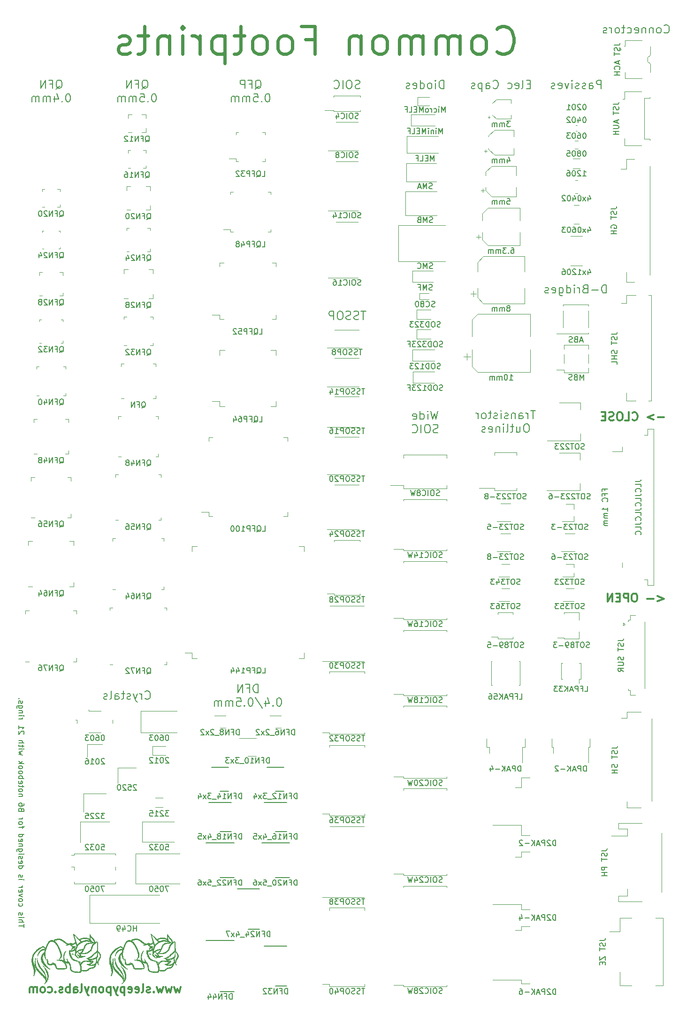
<source format=gbr>
%TF.GenerationSoftware,KiCad,Pcbnew,(5.1.9)-1*%
%TF.CreationDate,2021-02-09T21:05:22+07:00*%
%TF.ProjectId,notebook,6e6f7465-626f-46f6-9b2e-6b696361645f,rev?*%
%TF.SameCoordinates,Original*%
%TF.FileFunction,Legend,Bot*%
%TF.FilePolarity,Positive*%
%FSLAX46Y46*%
G04 Gerber Fmt 4.6, Leading zero omitted, Abs format (unit mm)*
G04 Created by KiCad (PCBNEW (5.1.9)-1) date 2021-02-09 21:05:22*
%MOMM*%
%LPD*%
G01*
G04 APERTURE LIST*
%ADD10C,0.150000*%
%ADD11C,0.300000*%
%ADD12C,0.200000*%
%ADD13C,0.600000*%
%ADD14C,0.010000*%
%ADD15C,0.120000*%
G04 APERTURE END LIST*
D10*
X161452380Y-125380952D02*
X162166666Y-125380952D01*
X162309523Y-125333333D01*
X162404761Y-125238095D01*
X162452380Y-125095238D01*
X162452380Y-125000000D01*
X162452380Y-126333333D02*
X162452380Y-125857142D01*
X161452380Y-125857142D01*
X162357142Y-127238095D02*
X162404761Y-127190476D01*
X162452380Y-127047619D01*
X162452380Y-126952380D01*
X162404761Y-126809523D01*
X162309523Y-126714285D01*
X162214285Y-126666666D01*
X162023809Y-126619047D01*
X161880952Y-126619047D01*
X161690476Y-126666666D01*
X161595238Y-126714285D01*
X161500000Y-126809523D01*
X161452380Y-126952380D01*
X161452380Y-127047619D01*
X161500000Y-127190476D01*
X161547619Y-127238095D01*
X161452380Y-127952380D02*
X162166666Y-127952380D01*
X162309523Y-127904761D01*
X162404761Y-127809523D01*
X162452380Y-127666666D01*
X162452380Y-127571428D01*
X162452380Y-128904761D02*
X162452380Y-128428571D01*
X161452380Y-128428571D01*
X162357142Y-129809523D02*
X162404761Y-129761904D01*
X162452380Y-129619047D01*
X162452380Y-129523809D01*
X162404761Y-129380952D01*
X162309523Y-129285714D01*
X162214285Y-129238095D01*
X162023809Y-129190476D01*
X161880952Y-129190476D01*
X161690476Y-129238095D01*
X161595238Y-129285714D01*
X161500000Y-129380952D01*
X161452380Y-129523809D01*
X161452380Y-129619047D01*
X161500000Y-129761904D01*
X161547619Y-129809523D01*
X161452380Y-130523809D02*
X162166666Y-130523809D01*
X162309523Y-130476190D01*
X162404761Y-130380952D01*
X162452380Y-130238095D01*
X162452380Y-130142857D01*
X162452380Y-131476190D02*
X162452380Y-131000000D01*
X161452380Y-131000000D01*
X162357142Y-132380952D02*
X162404761Y-132333333D01*
X162452380Y-132190476D01*
X162452380Y-132095238D01*
X162404761Y-131952380D01*
X162309523Y-131857142D01*
X162214285Y-131809523D01*
X162023809Y-131761904D01*
X161880952Y-131761904D01*
X161690476Y-131809523D01*
X161595238Y-131857142D01*
X161500000Y-131952380D01*
X161452380Y-132095238D01*
X161452380Y-132190476D01*
X161500000Y-132333333D01*
X161547619Y-132380952D01*
X161452380Y-133095238D02*
X162166666Y-133095238D01*
X162309523Y-133047619D01*
X162404761Y-132952380D01*
X162452380Y-132809523D01*
X162452380Y-132714285D01*
X162452380Y-134047619D02*
X162452380Y-133571428D01*
X161452380Y-133571428D01*
X162357142Y-134952380D02*
X162404761Y-134904761D01*
X162452380Y-134761904D01*
X162452380Y-134666666D01*
X162404761Y-134523809D01*
X162309523Y-134428571D01*
X162214285Y-134380952D01*
X162023809Y-134333333D01*
X161880952Y-134333333D01*
X161690476Y-134380952D01*
X161595238Y-134428571D01*
X161500000Y-134523809D01*
X161452380Y-134666666D01*
X161452380Y-134761904D01*
X161500000Y-134904761D01*
X161547619Y-134952380D01*
X51147619Y-205814285D02*
X51147619Y-205242857D01*
X50147619Y-205528571D02*
X51147619Y-205528571D01*
X50147619Y-204909523D02*
X51147619Y-204909523D01*
X50147619Y-204480952D02*
X50671428Y-204480952D01*
X50766666Y-204528571D01*
X50814285Y-204623809D01*
X50814285Y-204766666D01*
X50766666Y-204861904D01*
X50719047Y-204909523D01*
X50147619Y-204004761D02*
X50814285Y-204004761D01*
X51147619Y-204004761D02*
X51100000Y-204052380D01*
X51052380Y-204004761D01*
X51100000Y-203957142D01*
X51147619Y-204004761D01*
X51052380Y-204004761D01*
X50195238Y-203576190D02*
X50147619Y-203480952D01*
X50147619Y-203290476D01*
X50195238Y-203195238D01*
X50290476Y-203147619D01*
X50338095Y-203147619D01*
X50433333Y-203195238D01*
X50480952Y-203290476D01*
X50480952Y-203433333D01*
X50528571Y-203528571D01*
X50623809Y-203576190D01*
X50671428Y-203576190D01*
X50766666Y-203528571D01*
X50814285Y-203433333D01*
X50814285Y-203290476D01*
X50766666Y-203195238D01*
X50195238Y-201528571D02*
X50147619Y-201623809D01*
X50147619Y-201814285D01*
X50195238Y-201909523D01*
X50242857Y-201957142D01*
X50338095Y-202004761D01*
X50623809Y-202004761D01*
X50719047Y-201957142D01*
X50766666Y-201909523D01*
X50814285Y-201814285D01*
X50814285Y-201623809D01*
X50766666Y-201528571D01*
X50147619Y-200957142D02*
X50195238Y-201052380D01*
X50242857Y-201100000D01*
X50338095Y-201147619D01*
X50623809Y-201147619D01*
X50719047Y-201100000D01*
X50766666Y-201052380D01*
X50814285Y-200957142D01*
X50814285Y-200814285D01*
X50766666Y-200719047D01*
X50719047Y-200671428D01*
X50623809Y-200623809D01*
X50338095Y-200623809D01*
X50242857Y-200671428D01*
X50195238Y-200719047D01*
X50147619Y-200814285D01*
X50147619Y-200957142D01*
X50814285Y-200290476D02*
X50147619Y-200052380D01*
X50814285Y-199814285D01*
X50195238Y-199052380D02*
X50147619Y-199147619D01*
X50147619Y-199338095D01*
X50195238Y-199433333D01*
X50290476Y-199480952D01*
X50671428Y-199480952D01*
X50766666Y-199433333D01*
X50814285Y-199338095D01*
X50814285Y-199147619D01*
X50766666Y-199052380D01*
X50671428Y-199004761D01*
X50576190Y-199004761D01*
X50480952Y-199480952D01*
X50147619Y-198576190D02*
X50814285Y-198576190D01*
X50623809Y-198576190D02*
X50719047Y-198528571D01*
X50766666Y-198480952D01*
X50814285Y-198385714D01*
X50814285Y-198290476D01*
X50147619Y-197195238D02*
X50814285Y-197195238D01*
X51147619Y-197195238D02*
X51100000Y-197242857D01*
X51052380Y-197195238D01*
X51100000Y-197147619D01*
X51147619Y-197195238D01*
X51052380Y-197195238D01*
X50195238Y-196766666D02*
X50147619Y-196671428D01*
X50147619Y-196480952D01*
X50195238Y-196385714D01*
X50290476Y-196338095D01*
X50338095Y-196338095D01*
X50433333Y-196385714D01*
X50480952Y-196480952D01*
X50480952Y-196623809D01*
X50528571Y-196719047D01*
X50623809Y-196766666D01*
X50671428Y-196766666D01*
X50766666Y-196719047D01*
X50814285Y-196623809D01*
X50814285Y-196480952D01*
X50766666Y-196385714D01*
X50147619Y-194719047D02*
X51147619Y-194719047D01*
X50195238Y-194719047D02*
X50147619Y-194814285D01*
X50147619Y-195004761D01*
X50195238Y-195100000D01*
X50242857Y-195147619D01*
X50338095Y-195195238D01*
X50623809Y-195195238D01*
X50719047Y-195147619D01*
X50766666Y-195100000D01*
X50814285Y-195004761D01*
X50814285Y-194814285D01*
X50766666Y-194719047D01*
X50195238Y-193861904D02*
X50147619Y-193957142D01*
X50147619Y-194147619D01*
X50195238Y-194242857D01*
X50290476Y-194290476D01*
X50671428Y-194290476D01*
X50766666Y-194242857D01*
X50814285Y-194147619D01*
X50814285Y-193957142D01*
X50766666Y-193861904D01*
X50671428Y-193814285D01*
X50576190Y-193814285D01*
X50480952Y-194290476D01*
X50195238Y-193433333D02*
X50147619Y-193338095D01*
X50147619Y-193147619D01*
X50195238Y-193052380D01*
X50290476Y-193004761D01*
X50338095Y-193004761D01*
X50433333Y-193052380D01*
X50480952Y-193147619D01*
X50480952Y-193290476D01*
X50528571Y-193385714D01*
X50623809Y-193433333D01*
X50671428Y-193433333D01*
X50766666Y-193385714D01*
X50814285Y-193290476D01*
X50814285Y-193147619D01*
X50766666Y-193052380D01*
X50147619Y-192576190D02*
X50814285Y-192576190D01*
X51147619Y-192576190D02*
X51100000Y-192623809D01*
X51052380Y-192576190D01*
X51100000Y-192528571D01*
X51147619Y-192576190D01*
X51052380Y-192576190D01*
X50814285Y-191671428D02*
X50004761Y-191671428D01*
X49909523Y-191719047D01*
X49861904Y-191766666D01*
X49814285Y-191861904D01*
X49814285Y-192004761D01*
X49861904Y-192100000D01*
X50195238Y-191671428D02*
X50147619Y-191766666D01*
X50147619Y-191957142D01*
X50195238Y-192052380D01*
X50242857Y-192100000D01*
X50338095Y-192147619D01*
X50623809Y-192147619D01*
X50719047Y-192100000D01*
X50766666Y-192052380D01*
X50814285Y-191957142D01*
X50814285Y-191766666D01*
X50766666Y-191671428D01*
X50814285Y-191195238D02*
X50147619Y-191195238D01*
X50719047Y-191195238D02*
X50766666Y-191147619D01*
X50814285Y-191052380D01*
X50814285Y-190909523D01*
X50766666Y-190814285D01*
X50671428Y-190766666D01*
X50147619Y-190766666D01*
X50195238Y-189909523D02*
X50147619Y-190004761D01*
X50147619Y-190195238D01*
X50195238Y-190290476D01*
X50290476Y-190338095D01*
X50671428Y-190338095D01*
X50766666Y-190290476D01*
X50814285Y-190195238D01*
X50814285Y-190004761D01*
X50766666Y-189909523D01*
X50671428Y-189861904D01*
X50576190Y-189861904D01*
X50480952Y-190338095D01*
X50147619Y-189004761D02*
X51147619Y-189004761D01*
X50195238Y-189004761D02*
X50147619Y-189100000D01*
X50147619Y-189290476D01*
X50195238Y-189385714D01*
X50242857Y-189433333D01*
X50338095Y-189480952D01*
X50623809Y-189480952D01*
X50719047Y-189433333D01*
X50766666Y-189385714D01*
X50814285Y-189290476D01*
X50814285Y-189100000D01*
X50766666Y-189004761D01*
X50814285Y-187909523D02*
X50814285Y-187528571D01*
X50147619Y-187766666D02*
X51004761Y-187766666D01*
X51100000Y-187719047D01*
X51147619Y-187623809D01*
X51147619Y-187528571D01*
X50147619Y-187052380D02*
X50195238Y-187147619D01*
X50242857Y-187195238D01*
X50338095Y-187242857D01*
X50623809Y-187242857D01*
X50719047Y-187195238D01*
X50766666Y-187147619D01*
X50814285Y-187052380D01*
X50814285Y-186909523D01*
X50766666Y-186814285D01*
X50719047Y-186766666D01*
X50623809Y-186719047D01*
X50338095Y-186719047D01*
X50242857Y-186766666D01*
X50195238Y-186814285D01*
X50147619Y-186909523D01*
X50147619Y-187052380D01*
X50147619Y-186290476D02*
X50814285Y-186290476D01*
X50623809Y-186290476D02*
X50719047Y-186242857D01*
X50766666Y-186195238D01*
X50814285Y-186100000D01*
X50814285Y-186004761D01*
X50671428Y-184576190D02*
X50623809Y-184433333D01*
X50576190Y-184385714D01*
X50480952Y-184338095D01*
X50338095Y-184338095D01*
X50242857Y-184385714D01*
X50195238Y-184433333D01*
X50147619Y-184528571D01*
X50147619Y-184909523D01*
X51147619Y-184909523D01*
X51147619Y-184576190D01*
X51100000Y-184480952D01*
X51052380Y-184433333D01*
X50957142Y-184385714D01*
X50861904Y-184385714D01*
X50766666Y-184433333D01*
X50719047Y-184480952D01*
X50671428Y-184576190D01*
X50671428Y-184909523D01*
X51147619Y-183480952D02*
X51147619Y-183671428D01*
X51100000Y-183766666D01*
X51052380Y-183814285D01*
X50909523Y-183909523D01*
X50719047Y-183957142D01*
X50338095Y-183957142D01*
X50242857Y-183909523D01*
X50195238Y-183861904D01*
X50147619Y-183766666D01*
X50147619Y-183576190D01*
X50195238Y-183480952D01*
X50242857Y-183433333D01*
X50338095Y-183385714D01*
X50576190Y-183385714D01*
X50671428Y-183433333D01*
X50719047Y-183480952D01*
X50766666Y-183576190D01*
X50766666Y-183766666D01*
X50719047Y-183861904D01*
X50671428Y-183909523D01*
X50576190Y-183957142D01*
X50814285Y-182195238D02*
X50147619Y-182195238D01*
X50719047Y-182195238D02*
X50766666Y-182147619D01*
X50814285Y-182052380D01*
X50814285Y-181909523D01*
X50766666Y-181814285D01*
X50671428Y-181766666D01*
X50147619Y-181766666D01*
X50147619Y-181147619D02*
X50195238Y-181242857D01*
X50242857Y-181290476D01*
X50338095Y-181338095D01*
X50623809Y-181338095D01*
X50719047Y-181290476D01*
X50766666Y-181242857D01*
X50814285Y-181147619D01*
X50814285Y-181004761D01*
X50766666Y-180909523D01*
X50719047Y-180861904D01*
X50623809Y-180814285D01*
X50338095Y-180814285D01*
X50242857Y-180861904D01*
X50195238Y-180909523D01*
X50147619Y-181004761D01*
X50147619Y-181147619D01*
X50814285Y-180528571D02*
X50814285Y-180147619D01*
X51147619Y-180385714D02*
X50290476Y-180385714D01*
X50195238Y-180338095D01*
X50147619Y-180242857D01*
X50147619Y-180147619D01*
X50195238Y-179433333D02*
X50147619Y-179528571D01*
X50147619Y-179719047D01*
X50195238Y-179814285D01*
X50290476Y-179861904D01*
X50671428Y-179861904D01*
X50766666Y-179814285D01*
X50814285Y-179719047D01*
X50814285Y-179528571D01*
X50766666Y-179433333D01*
X50671428Y-179385714D01*
X50576190Y-179385714D01*
X50480952Y-179861904D01*
X50147619Y-178957142D02*
X51147619Y-178957142D01*
X50766666Y-178957142D02*
X50814285Y-178861904D01*
X50814285Y-178671428D01*
X50766666Y-178576190D01*
X50719047Y-178528571D01*
X50623809Y-178480952D01*
X50338095Y-178480952D01*
X50242857Y-178528571D01*
X50195238Y-178576190D01*
X50147619Y-178671428D01*
X50147619Y-178861904D01*
X50195238Y-178957142D01*
X50147619Y-177909523D02*
X50195238Y-178004761D01*
X50242857Y-178052380D01*
X50338095Y-178100000D01*
X50623809Y-178100000D01*
X50719047Y-178052380D01*
X50766666Y-178004761D01*
X50814285Y-177909523D01*
X50814285Y-177766666D01*
X50766666Y-177671428D01*
X50719047Y-177623809D01*
X50623809Y-177576190D01*
X50338095Y-177576190D01*
X50242857Y-177623809D01*
X50195238Y-177671428D01*
X50147619Y-177766666D01*
X50147619Y-177909523D01*
X50147619Y-177004761D02*
X50195238Y-177100000D01*
X50242857Y-177147619D01*
X50338095Y-177195238D01*
X50623809Y-177195238D01*
X50719047Y-177147619D01*
X50766666Y-177100000D01*
X50814285Y-177004761D01*
X50814285Y-176861904D01*
X50766666Y-176766666D01*
X50719047Y-176719047D01*
X50623809Y-176671428D01*
X50338095Y-176671428D01*
X50242857Y-176719047D01*
X50195238Y-176766666D01*
X50147619Y-176861904D01*
X50147619Y-177004761D01*
X50147619Y-176242857D02*
X51147619Y-176242857D01*
X50528571Y-176147619D02*
X50147619Y-175861904D01*
X50814285Y-175861904D02*
X50433333Y-176242857D01*
X50814285Y-174766666D02*
X50147619Y-174576190D01*
X50623809Y-174385714D01*
X50147619Y-174195238D01*
X50814285Y-174004761D01*
X50147619Y-173623809D02*
X50814285Y-173623809D01*
X51147619Y-173623809D02*
X51100000Y-173671428D01*
X51052380Y-173623809D01*
X51100000Y-173576190D01*
X51147619Y-173623809D01*
X51052380Y-173623809D01*
X50814285Y-173290476D02*
X50814285Y-172909523D01*
X51147619Y-173147619D02*
X50290476Y-173147619D01*
X50195238Y-173100000D01*
X50147619Y-173004761D01*
X50147619Y-172909523D01*
X50147619Y-172576190D02*
X51147619Y-172576190D01*
X50147619Y-172147619D02*
X50671428Y-172147619D01*
X50766666Y-172195238D01*
X50814285Y-172290476D01*
X50814285Y-172433333D01*
X50766666Y-172528571D01*
X50719047Y-172576190D01*
X51052380Y-170957142D02*
X51100000Y-170909523D01*
X51147619Y-170814285D01*
X51147619Y-170576190D01*
X51100000Y-170480952D01*
X51052380Y-170433333D01*
X50957142Y-170385714D01*
X50861904Y-170385714D01*
X50719047Y-170433333D01*
X50147619Y-171004761D01*
X50147619Y-170385714D01*
X50147619Y-169433333D02*
X50147619Y-170004761D01*
X50147619Y-169719047D02*
X51147619Y-169719047D01*
X51004761Y-169814285D01*
X50909523Y-169909523D01*
X50861904Y-170004761D01*
X50147619Y-168242857D02*
X50814285Y-168242857D01*
X50623809Y-168242857D02*
X50719047Y-168195238D01*
X50766666Y-168147619D01*
X50814285Y-168052380D01*
X50814285Y-167957142D01*
X50147619Y-167623809D02*
X50814285Y-167623809D01*
X51147619Y-167623809D02*
X51100000Y-167671428D01*
X51052380Y-167623809D01*
X51100000Y-167576190D01*
X51147619Y-167623809D01*
X51052380Y-167623809D01*
X50814285Y-167147619D02*
X50147619Y-167147619D01*
X50719047Y-167147619D02*
X50766666Y-167100000D01*
X50814285Y-167004761D01*
X50814285Y-166861904D01*
X50766666Y-166766666D01*
X50671428Y-166719047D01*
X50147619Y-166719047D01*
X50814285Y-165814285D02*
X50004761Y-165814285D01*
X49909523Y-165861904D01*
X49861904Y-165909523D01*
X49814285Y-166004761D01*
X49814285Y-166147619D01*
X49861904Y-166242857D01*
X50195238Y-165814285D02*
X50147619Y-165909523D01*
X50147619Y-166100000D01*
X50195238Y-166195238D01*
X50242857Y-166242857D01*
X50338095Y-166290476D01*
X50623809Y-166290476D01*
X50719047Y-166242857D01*
X50766666Y-166195238D01*
X50814285Y-166100000D01*
X50814285Y-165909523D01*
X50766666Y-165814285D01*
X50195238Y-165385714D02*
X50147619Y-165290476D01*
X50147619Y-165100000D01*
X50195238Y-165004761D01*
X50290476Y-164957142D01*
X50338095Y-164957142D01*
X50433333Y-165004761D01*
X50480952Y-165100000D01*
X50480952Y-165242857D01*
X50528571Y-165338095D01*
X50623809Y-165385714D01*
X50671428Y-165385714D01*
X50766666Y-165338095D01*
X50814285Y-165242857D01*
X50814285Y-165100000D01*
X50766666Y-165004761D01*
X50242857Y-164528571D02*
X50195238Y-164480952D01*
X50147619Y-164528571D01*
X50195238Y-164576190D01*
X50242857Y-164528571D01*
X50147619Y-164528571D01*
D11*
X79378571Y-216578571D02*
X79092857Y-217578571D01*
X78807142Y-216864285D01*
X78521428Y-217578571D01*
X78235714Y-216578571D01*
X77807142Y-216578571D02*
X77521428Y-217578571D01*
X77235714Y-216864285D01*
X76950000Y-217578571D01*
X76664285Y-216578571D01*
X76235714Y-216578571D02*
X75950000Y-217578571D01*
X75664285Y-216864285D01*
X75378571Y-217578571D01*
X75092857Y-216578571D01*
X74521428Y-217435714D02*
X74450000Y-217507142D01*
X74521428Y-217578571D01*
X74592857Y-217507142D01*
X74521428Y-217435714D01*
X74521428Y-217578571D01*
X73878571Y-217507142D02*
X73735714Y-217578571D01*
X73450000Y-217578571D01*
X73307142Y-217507142D01*
X73235714Y-217364285D01*
X73235714Y-217292857D01*
X73307142Y-217150000D01*
X73450000Y-217078571D01*
X73664285Y-217078571D01*
X73807142Y-217007142D01*
X73878571Y-216864285D01*
X73878571Y-216792857D01*
X73807142Y-216650000D01*
X73664285Y-216578571D01*
X73450000Y-216578571D01*
X73307142Y-216650000D01*
X72378571Y-217578571D02*
X72521428Y-217507142D01*
X72592857Y-217364285D01*
X72592857Y-216078571D01*
X71235714Y-217507142D02*
X71378571Y-217578571D01*
X71664285Y-217578571D01*
X71807142Y-217507142D01*
X71878571Y-217364285D01*
X71878571Y-216792857D01*
X71807142Y-216650000D01*
X71664285Y-216578571D01*
X71378571Y-216578571D01*
X71235714Y-216650000D01*
X71164285Y-216792857D01*
X71164285Y-216935714D01*
X71878571Y-217078571D01*
X69950000Y-217507142D02*
X70092857Y-217578571D01*
X70378571Y-217578571D01*
X70521428Y-217507142D01*
X70592857Y-217364285D01*
X70592857Y-216792857D01*
X70521428Y-216650000D01*
X70378571Y-216578571D01*
X70092857Y-216578571D01*
X69950000Y-216650000D01*
X69878571Y-216792857D01*
X69878571Y-216935714D01*
X70592857Y-217078571D01*
X69235714Y-216578571D02*
X69235714Y-218078571D01*
X69235714Y-216650000D02*
X69092857Y-216578571D01*
X68807142Y-216578571D01*
X68664285Y-216650000D01*
X68592857Y-216721428D01*
X68521428Y-216864285D01*
X68521428Y-217292857D01*
X68592857Y-217435714D01*
X68664285Y-217507142D01*
X68807142Y-217578571D01*
X69092857Y-217578571D01*
X69235714Y-217507142D01*
X68021428Y-216578571D02*
X67664285Y-217578571D01*
X67307142Y-216578571D02*
X67664285Y-217578571D01*
X67807142Y-217935714D01*
X67878571Y-218007142D01*
X68021428Y-218078571D01*
X66735714Y-216578571D02*
X66735714Y-218078571D01*
X66735714Y-216650000D02*
X66592857Y-216578571D01*
X66307142Y-216578571D01*
X66164285Y-216650000D01*
X66092857Y-216721428D01*
X66021428Y-216864285D01*
X66021428Y-217292857D01*
X66092857Y-217435714D01*
X66164285Y-217507142D01*
X66307142Y-217578571D01*
X66592857Y-217578571D01*
X66735714Y-217507142D01*
X65164285Y-217578571D02*
X65307142Y-217507142D01*
X65378571Y-217435714D01*
X65450000Y-217292857D01*
X65450000Y-216864285D01*
X65378571Y-216721428D01*
X65307142Y-216650000D01*
X65164285Y-216578571D01*
X64950000Y-216578571D01*
X64807142Y-216650000D01*
X64735714Y-216721428D01*
X64664285Y-216864285D01*
X64664285Y-217292857D01*
X64735714Y-217435714D01*
X64807142Y-217507142D01*
X64950000Y-217578571D01*
X65164285Y-217578571D01*
X64021428Y-216578571D02*
X64021428Y-217578571D01*
X64021428Y-216721428D02*
X63950000Y-216650000D01*
X63807142Y-216578571D01*
X63592857Y-216578571D01*
X63450000Y-216650000D01*
X63378571Y-216792857D01*
X63378571Y-217578571D01*
X62807142Y-216578571D02*
X62450000Y-217578571D01*
X62092857Y-216578571D02*
X62450000Y-217578571D01*
X62592857Y-217935714D01*
X62664285Y-218007142D01*
X62807142Y-218078571D01*
X61307142Y-217578571D02*
X61450000Y-217507142D01*
X61521428Y-217364285D01*
X61521428Y-216078571D01*
X60092857Y-217578571D02*
X60092857Y-216792857D01*
X60164285Y-216650000D01*
X60307142Y-216578571D01*
X60592857Y-216578571D01*
X60735714Y-216650000D01*
X60092857Y-217507142D02*
X60235714Y-217578571D01*
X60592857Y-217578571D01*
X60735714Y-217507142D01*
X60807142Y-217364285D01*
X60807142Y-217221428D01*
X60735714Y-217078571D01*
X60592857Y-217007142D01*
X60235714Y-217007142D01*
X60092857Y-216935714D01*
X59378571Y-217578571D02*
X59378571Y-216078571D01*
X59378571Y-216650000D02*
X59235714Y-216578571D01*
X58950000Y-216578571D01*
X58807142Y-216650000D01*
X58735714Y-216721428D01*
X58664285Y-216864285D01*
X58664285Y-217292857D01*
X58735714Y-217435714D01*
X58807142Y-217507142D01*
X58950000Y-217578571D01*
X59235714Y-217578571D01*
X59378571Y-217507142D01*
X58092857Y-217507142D02*
X57950000Y-217578571D01*
X57664285Y-217578571D01*
X57521428Y-217507142D01*
X57450000Y-217364285D01*
X57450000Y-217292857D01*
X57521428Y-217150000D01*
X57664285Y-217078571D01*
X57878571Y-217078571D01*
X58021428Y-217007142D01*
X58092857Y-216864285D01*
X58092857Y-216792857D01*
X58021428Y-216650000D01*
X57878571Y-216578571D01*
X57664285Y-216578571D01*
X57521428Y-216650000D01*
X56807142Y-217435714D02*
X56735714Y-217507142D01*
X56807142Y-217578571D01*
X56878571Y-217507142D01*
X56807142Y-217435714D01*
X56807142Y-217578571D01*
X55450000Y-217507142D02*
X55592857Y-217578571D01*
X55878571Y-217578571D01*
X56021428Y-217507142D01*
X56092857Y-217435714D01*
X56164285Y-217292857D01*
X56164285Y-216864285D01*
X56092857Y-216721428D01*
X56021428Y-216650000D01*
X55878571Y-216578571D01*
X55592857Y-216578571D01*
X55450000Y-216650000D01*
X54592857Y-217578571D02*
X54735714Y-217507142D01*
X54807142Y-217435714D01*
X54878571Y-217292857D01*
X54878571Y-216864285D01*
X54807142Y-216721428D01*
X54735714Y-216650000D01*
X54592857Y-216578571D01*
X54378571Y-216578571D01*
X54235714Y-216650000D01*
X54164285Y-216721428D01*
X54092857Y-216864285D01*
X54092857Y-217292857D01*
X54164285Y-217435714D01*
X54235714Y-217507142D01*
X54378571Y-217578571D01*
X54592857Y-217578571D01*
X53450000Y-217578571D02*
X53450000Y-216578571D01*
X53450000Y-216721428D02*
X53378571Y-216650000D01*
X53235714Y-216578571D01*
X53021428Y-216578571D01*
X52878571Y-216650000D01*
X52807142Y-216792857D01*
X52807142Y-217578571D01*
X52807142Y-216792857D02*
X52735714Y-216650000D01*
X52592857Y-216578571D01*
X52378571Y-216578571D01*
X52235714Y-216650000D01*
X52164285Y-216792857D01*
X52164285Y-217578571D01*
D12*
X72357142Y-54596428D02*
X72500000Y-54525000D01*
X72642857Y-54382142D01*
X72857142Y-54167857D01*
X73000000Y-54096428D01*
X73142857Y-54096428D01*
X73071428Y-54453571D02*
X73214285Y-54382142D01*
X73357142Y-54239285D01*
X73428571Y-53953571D01*
X73428571Y-53453571D01*
X73357142Y-53167857D01*
X73214285Y-53025000D01*
X73071428Y-52953571D01*
X72785714Y-52953571D01*
X72642857Y-53025000D01*
X72500000Y-53167857D01*
X72428571Y-53453571D01*
X72428571Y-53953571D01*
X72500000Y-54239285D01*
X72642857Y-54382142D01*
X72785714Y-54453571D01*
X73071428Y-54453571D01*
X71285714Y-53667857D02*
X71785714Y-53667857D01*
X71785714Y-54453571D02*
X71785714Y-52953571D01*
X71071428Y-52953571D01*
X70500000Y-54453571D02*
X70500000Y-52953571D01*
X69642857Y-54453571D01*
X69642857Y-52953571D01*
X74642857Y-55403571D02*
X74500000Y-55403571D01*
X74357142Y-55475000D01*
X74285714Y-55546428D01*
X74214285Y-55689285D01*
X74142857Y-55975000D01*
X74142857Y-56332142D01*
X74214285Y-56617857D01*
X74285714Y-56760714D01*
X74357142Y-56832142D01*
X74500000Y-56903571D01*
X74642857Y-56903571D01*
X74785714Y-56832142D01*
X74857142Y-56760714D01*
X74928571Y-56617857D01*
X75000000Y-56332142D01*
X75000000Y-55975000D01*
X74928571Y-55689285D01*
X74857142Y-55546428D01*
X74785714Y-55475000D01*
X74642857Y-55403571D01*
X73500000Y-56760714D02*
X73428571Y-56832142D01*
X73500000Y-56903571D01*
X73571428Y-56832142D01*
X73500000Y-56760714D01*
X73500000Y-56903571D01*
X72071428Y-55403571D02*
X72785714Y-55403571D01*
X72857142Y-56117857D01*
X72785714Y-56046428D01*
X72642857Y-55975000D01*
X72285714Y-55975000D01*
X72142857Y-56046428D01*
X72071428Y-56117857D01*
X72000000Y-56260714D01*
X72000000Y-56617857D01*
X72071428Y-56760714D01*
X72142857Y-56832142D01*
X72285714Y-56903571D01*
X72642857Y-56903571D01*
X72785714Y-56832142D01*
X72857142Y-56760714D01*
X71357142Y-56903571D02*
X71357142Y-55903571D01*
X71357142Y-56046428D02*
X71285714Y-55975000D01*
X71142857Y-55903571D01*
X70928571Y-55903571D01*
X70785714Y-55975000D01*
X70714285Y-56117857D01*
X70714285Y-56903571D01*
X70714285Y-56117857D02*
X70642857Y-55975000D01*
X70500000Y-55903571D01*
X70285714Y-55903571D01*
X70142857Y-55975000D01*
X70071428Y-56117857D01*
X70071428Y-56903571D01*
X69357142Y-56903571D02*
X69357142Y-55903571D01*
X69357142Y-56046428D02*
X69285714Y-55975000D01*
X69142857Y-55903571D01*
X68928571Y-55903571D01*
X68785714Y-55975000D01*
X68714285Y-56117857D01*
X68714285Y-56903571D01*
X68714285Y-56117857D02*
X68642857Y-55975000D01*
X68500000Y-55903571D01*
X68285714Y-55903571D01*
X68142857Y-55975000D01*
X68071428Y-56117857D01*
X68071428Y-56903571D01*
X72985714Y-164535714D02*
X73057142Y-164607142D01*
X73271428Y-164678571D01*
X73414285Y-164678571D01*
X73628571Y-164607142D01*
X73771428Y-164464285D01*
X73842857Y-164321428D01*
X73914285Y-164035714D01*
X73914285Y-163821428D01*
X73842857Y-163535714D01*
X73771428Y-163392857D01*
X73628571Y-163250000D01*
X73414285Y-163178571D01*
X73271428Y-163178571D01*
X73057142Y-163250000D01*
X72985714Y-163321428D01*
X72342857Y-164678571D02*
X72342857Y-163678571D01*
X72342857Y-163964285D02*
X72271428Y-163821428D01*
X72200000Y-163750000D01*
X72057142Y-163678571D01*
X71914285Y-163678571D01*
X71557142Y-163678571D02*
X71200000Y-164678571D01*
X70842857Y-163678571D02*
X71200000Y-164678571D01*
X71342857Y-165035714D01*
X71414285Y-165107142D01*
X71557142Y-165178571D01*
X70342857Y-164607142D02*
X70200000Y-164678571D01*
X69914285Y-164678571D01*
X69771428Y-164607142D01*
X69700000Y-164464285D01*
X69700000Y-164392857D01*
X69771428Y-164250000D01*
X69914285Y-164178571D01*
X70128571Y-164178571D01*
X70271428Y-164107142D01*
X70342857Y-163964285D01*
X70342857Y-163892857D01*
X70271428Y-163750000D01*
X70128571Y-163678571D01*
X69914285Y-163678571D01*
X69771428Y-163750000D01*
X69271428Y-163678571D02*
X68700000Y-163678571D01*
X69057142Y-163178571D02*
X69057142Y-164464285D01*
X68985714Y-164607142D01*
X68842857Y-164678571D01*
X68700000Y-164678571D01*
X67557142Y-164678571D02*
X67557142Y-163892857D01*
X67628571Y-163750000D01*
X67771428Y-163678571D01*
X68057142Y-163678571D01*
X68200000Y-163750000D01*
X67557142Y-164607142D02*
X67700000Y-164678571D01*
X68057142Y-164678571D01*
X68200000Y-164607142D01*
X68271428Y-164464285D01*
X68271428Y-164321428D01*
X68200000Y-164178571D01*
X68057142Y-164107142D01*
X67700000Y-164107142D01*
X67557142Y-164035714D01*
X66628571Y-164678571D02*
X66771428Y-164607142D01*
X66842857Y-164464285D01*
X66842857Y-163178571D01*
X66128571Y-164607142D02*
X65985714Y-164678571D01*
X65700000Y-164678571D01*
X65557142Y-164607142D01*
X65485714Y-164464285D01*
X65485714Y-164392857D01*
X65557142Y-164250000D01*
X65700000Y-164178571D01*
X65914285Y-164178571D01*
X66057142Y-164107142D01*
X66128571Y-163964285D01*
X66128571Y-163892857D01*
X66057142Y-163750000D01*
X65914285Y-163678571D01*
X65700000Y-163678571D01*
X65557142Y-163750000D01*
X93321428Y-163453571D02*
X93321428Y-161953571D01*
X92964285Y-161953571D01*
X92750000Y-162025000D01*
X92607142Y-162167857D01*
X92535714Y-162310714D01*
X92464285Y-162596428D01*
X92464285Y-162810714D01*
X92535714Y-163096428D01*
X92607142Y-163239285D01*
X92750000Y-163382142D01*
X92964285Y-163453571D01*
X93321428Y-163453571D01*
X91321428Y-162667857D02*
X91821428Y-162667857D01*
X91821428Y-163453571D02*
X91821428Y-161953571D01*
X91107142Y-161953571D01*
X90535714Y-163453571D02*
X90535714Y-161953571D01*
X89678571Y-163453571D01*
X89678571Y-161953571D01*
X97214285Y-164403571D02*
X97071428Y-164403571D01*
X96928571Y-164475000D01*
X96857142Y-164546428D01*
X96785714Y-164689285D01*
X96714285Y-164975000D01*
X96714285Y-165332142D01*
X96785714Y-165617857D01*
X96857142Y-165760714D01*
X96928571Y-165832142D01*
X97071428Y-165903571D01*
X97214285Y-165903571D01*
X97357142Y-165832142D01*
X97428571Y-165760714D01*
X97500000Y-165617857D01*
X97571428Y-165332142D01*
X97571428Y-164975000D01*
X97500000Y-164689285D01*
X97428571Y-164546428D01*
X97357142Y-164475000D01*
X97214285Y-164403571D01*
X96071428Y-165760714D02*
X96000000Y-165832142D01*
X96071428Y-165903571D01*
X96142857Y-165832142D01*
X96071428Y-165760714D01*
X96071428Y-165903571D01*
X94714285Y-164903571D02*
X94714285Y-165903571D01*
X95071428Y-164332142D02*
X95428571Y-165403571D01*
X94500000Y-165403571D01*
X92857142Y-164332142D02*
X94142857Y-166260714D01*
X92071428Y-164403571D02*
X91928571Y-164403571D01*
X91785714Y-164475000D01*
X91714285Y-164546428D01*
X91642857Y-164689285D01*
X91571428Y-164975000D01*
X91571428Y-165332142D01*
X91642857Y-165617857D01*
X91714285Y-165760714D01*
X91785714Y-165832142D01*
X91928571Y-165903571D01*
X92071428Y-165903571D01*
X92214285Y-165832142D01*
X92285714Y-165760714D01*
X92357142Y-165617857D01*
X92428571Y-165332142D01*
X92428571Y-164975000D01*
X92357142Y-164689285D01*
X92285714Y-164546428D01*
X92214285Y-164475000D01*
X92071428Y-164403571D01*
X90928571Y-165760714D02*
X90857142Y-165832142D01*
X90928571Y-165903571D01*
X91000000Y-165832142D01*
X90928571Y-165760714D01*
X90928571Y-165903571D01*
X89500000Y-164403571D02*
X90214285Y-164403571D01*
X90285714Y-165117857D01*
X90214285Y-165046428D01*
X90071428Y-164975000D01*
X89714285Y-164975000D01*
X89571428Y-165046428D01*
X89500000Y-165117857D01*
X89428571Y-165260714D01*
X89428571Y-165617857D01*
X89500000Y-165760714D01*
X89571428Y-165832142D01*
X89714285Y-165903571D01*
X90071428Y-165903571D01*
X90214285Y-165832142D01*
X90285714Y-165760714D01*
X88785714Y-165903571D02*
X88785714Y-164903571D01*
X88785714Y-165046428D02*
X88714285Y-164975000D01*
X88571428Y-164903571D01*
X88357142Y-164903571D01*
X88214285Y-164975000D01*
X88142857Y-165117857D01*
X88142857Y-165903571D01*
X88142857Y-165117857D02*
X88071428Y-164975000D01*
X87928571Y-164903571D01*
X87714285Y-164903571D01*
X87571428Y-164975000D01*
X87500000Y-165117857D01*
X87500000Y-165903571D01*
X86785714Y-165903571D02*
X86785714Y-164903571D01*
X86785714Y-165046428D02*
X86714285Y-164975000D01*
X86571428Y-164903571D01*
X86357142Y-164903571D01*
X86214285Y-164975000D01*
X86142857Y-165117857D01*
X86142857Y-165903571D01*
X86142857Y-165117857D02*
X86071428Y-164975000D01*
X85928571Y-164903571D01*
X85714285Y-164903571D01*
X85571428Y-164975000D01*
X85500000Y-165117857D01*
X85500000Y-165903571D01*
X56857142Y-54596428D02*
X57000000Y-54525000D01*
X57142857Y-54382142D01*
X57357142Y-54167857D01*
X57500000Y-54096428D01*
X57642857Y-54096428D01*
X57571428Y-54453571D02*
X57714285Y-54382142D01*
X57857142Y-54239285D01*
X57928571Y-53953571D01*
X57928571Y-53453571D01*
X57857142Y-53167857D01*
X57714285Y-53025000D01*
X57571428Y-52953571D01*
X57285714Y-52953571D01*
X57142857Y-53025000D01*
X57000000Y-53167857D01*
X56928571Y-53453571D01*
X56928571Y-53953571D01*
X57000000Y-54239285D01*
X57142857Y-54382142D01*
X57285714Y-54453571D01*
X57571428Y-54453571D01*
X55785714Y-53667857D02*
X56285714Y-53667857D01*
X56285714Y-54453571D02*
X56285714Y-52953571D01*
X55571428Y-52953571D01*
X55000000Y-54453571D02*
X55000000Y-52953571D01*
X54142857Y-54453571D01*
X54142857Y-52953571D01*
X59142857Y-55403571D02*
X59000000Y-55403571D01*
X58857142Y-55475000D01*
X58785714Y-55546428D01*
X58714285Y-55689285D01*
X58642857Y-55975000D01*
X58642857Y-56332142D01*
X58714285Y-56617857D01*
X58785714Y-56760714D01*
X58857142Y-56832142D01*
X59000000Y-56903571D01*
X59142857Y-56903571D01*
X59285714Y-56832142D01*
X59357142Y-56760714D01*
X59428571Y-56617857D01*
X59500000Y-56332142D01*
X59500000Y-55975000D01*
X59428571Y-55689285D01*
X59357142Y-55546428D01*
X59285714Y-55475000D01*
X59142857Y-55403571D01*
X58000000Y-56760714D02*
X57928571Y-56832142D01*
X58000000Y-56903571D01*
X58071428Y-56832142D01*
X58000000Y-56760714D01*
X58000000Y-56903571D01*
X56642857Y-55903571D02*
X56642857Y-56903571D01*
X57000000Y-55332142D02*
X57357142Y-56403571D01*
X56428571Y-56403571D01*
X55857142Y-56903571D02*
X55857142Y-55903571D01*
X55857142Y-56046428D02*
X55785714Y-55975000D01*
X55642857Y-55903571D01*
X55428571Y-55903571D01*
X55285714Y-55975000D01*
X55214285Y-56117857D01*
X55214285Y-56903571D01*
X55214285Y-56117857D02*
X55142857Y-55975000D01*
X55000000Y-55903571D01*
X54785714Y-55903571D01*
X54642857Y-55975000D01*
X54571428Y-56117857D01*
X54571428Y-56903571D01*
X53857142Y-56903571D02*
X53857142Y-55903571D01*
X53857142Y-56046428D02*
X53785714Y-55975000D01*
X53642857Y-55903571D01*
X53428571Y-55903571D01*
X53285714Y-55975000D01*
X53214285Y-56117857D01*
X53214285Y-56903571D01*
X53214285Y-56117857D02*
X53142857Y-55975000D01*
X53000000Y-55903571D01*
X52785714Y-55903571D01*
X52642857Y-55975000D01*
X52571428Y-56117857D01*
X52571428Y-56903571D01*
X92821428Y-54596428D02*
X92964285Y-54525000D01*
X93107142Y-54382142D01*
X93321428Y-54167857D01*
X93464285Y-54096428D01*
X93607142Y-54096428D01*
X93535714Y-54453571D02*
X93678571Y-54382142D01*
X93821428Y-54239285D01*
X93892857Y-53953571D01*
X93892857Y-53453571D01*
X93821428Y-53167857D01*
X93678571Y-53025000D01*
X93535714Y-52953571D01*
X93250000Y-52953571D01*
X93107142Y-53025000D01*
X92964285Y-53167857D01*
X92892857Y-53453571D01*
X92892857Y-53953571D01*
X92964285Y-54239285D01*
X93107142Y-54382142D01*
X93250000Y-54453571D01*
X93535714Y-54453571D01*
X91750000Y-53667857D02*
X92250000Y-53667857D01*
X92250000Y-54453571D02*
X92250000Y-52953571D01*
X91535714Y-52953571D01*
X90964285Y-54453571D02*
X90964285Y-52953571D01*
X90392857Y-52953571D01*
X90250000Y-53025000D01*
X90178571Y-53096428D01*
X90107142Y-53239285D01*
X90107142Y-53453571D01*
X90178571Y-53596428D01*
X90250000Y-53667857D01*
X90392857Y-53739285D01*
X90964285Y-53739285D01*
X95142857Y-55403571D02*
X95000000Y-55403571D01*
X94857142Y-55475000D01*
X94785714Y-55546428D01*
X94714285Y-55689285D01*
X94642857Y-55975000D01*
X94642857Y-56332142D01*
X94714285Y-56617857D01*
X94785714Y-56760714D01*
X94857142Y-56832142D01*
X95000000Y-56903571D01*
X95142857Y-56903571D01*
X95285714Y-56832142D01*
X95357142Y-56760714D01*
X95428571Y-56617857D01*
X95500000Y-56332142D01*
X95500000Y-55975000D01*
X95428571Y-55689285D01*
X95357142Y-55546428D01*
X95285714Y-55475000D01*
X95142857Y-55403571D01*
X94000000Y-56760714D02*
X93928571Y-56832142D01*
X94000000Y-56903571D01*
X94071428Y-56832142D01*
X94000000Y-56760714D01*
X94000000Y-56903571D01*
X92571428Y-55403571D02*
X93285714Y-55403571D01*
X93357142Y-56117857D01*
X93285714Y-56046428D01*
X93142857Y-55975000D01*
X92785714Y-55975000D01*
X92642857Y-56046428D01*
X92571428Y-56117857D01*
X92500000Y-56260714D01*
X92500000Y-56617857D01*
X92571428Y-56760714D01*
X92642857Y-56832142D01*
X92785714Y-56903571D01*
X93142857Y-56903571D01*
X93285714Y-56832142D01*
X93357142Y-56760714D01*
X91857142Y-56903571D02*
X91857142Y-55903571D01*
X91857142Y-56046428D02*
X91785714Y-55975000D01*
X91642857Y-55903571D01*
X91428571Y-55903571D01*
X91285714Y-55975000D01*
X91214285Y-56117857D01*
X91214285Y-56903571D01*
X91214285Y-56117857D02*
X91142857Y-55975000D01*
X91000000Y-55903571D01*
X90785714Y-55903571D01*
X90642857Y-55975000D01*
X90571428Y-56117857D01*
X90571428Y-56903571D01*
X89857142Y-56903571D02*
X89857142Y-55903571D01*
X89857142Y-56046428D02*
X89785714Y-55975000D01*
X89642857Y-55903571D01*
X89428571Y-55903571D01*
X89285714Y-55975000D01*
X89214285Y-56117857D01*
X89214285Y-56903571D01*
X89214285Y-56117857D02*
X89142857Y-55975000D01*
X89000000Y-55903571D01*
X88785714Y-55903571D01*
X88642857Y-55975000D01*
X88571428Y-56117857D01*
X88571428Y-56903571D01*
X112792857Y-94678571D02*
X111935714Y-94678571D01*
X112364285Y-96178571D02*
X112364285Y-94678571D01*
X111507142Y-96107142D02*
X111292857Y-96178571D01*
X110935714Y-96178571D01*
X110792857Y-96107142D01*
X110721428Y-96035714D01*
X110650000Y-95892857D01*
X110650000Y-95750000D01*
X110721428Y-95607142D01*
X110792857Y-95535714D01*
X110935714Y-95464285D01*
X111221428Y-95392857D01*
X111364285Y-95321428D01*
X111435714Y-95250000D01*
X111507142Y-95107142D01*
X111507142Y-94964285D01*
X111435714Y-94821428D01*
X111364285Y-94750000D01*
X111221428Y-94678571D01*
X110864285Y-94678571D01*
X110650000Y-94750000D01*
X110078571Y-96107142D02*
X109864285Y-96178571D01*
X109507142Y-96178571D01*
X109364285Y-96107142D01*
X109292857Y-96035714D01*
X109221428Y-95892857D01*
X109221428Y-95750000D01*
X109292857Y-95607142D01*
X109364285Y-95535714D01*
X109507142Y-95464285D01*
X109792857Y-95392857D01*
X109935714Y-95321428D01*
X110007142Y-95250000D01*
X110078571Y-95107142D01*
X110078571Y-94964285D01*
X110007142Y-94821428D01*
X109935714Y-94750000D01*
X109792857Y-94678571D01*
X109435714Y-94678571D01*
X109221428Y-94750000D01*
X108292857Y-94678571D02*
X108007142Y-94678571D01*
X107864285Y-94750000D01*
X107721428Y-94892857D01*
X107650000Y-95178571D01*
X107650000Y-95678571D01*
X107721428Y-95964285D01*
X107864285Y-96107142D01*
X108007142Y-96178571D01*
X108292857Y-96178571D01*
X108435714Y-96107142D01*
X108578571Y-95964285D01*
X108650000Y-95678571D01*
X108650000Y-95178571D01*
X108578571Y-94892857D01*
X108435714Y-94750000D01*
X108292857Y-94678571D01*
X107007142Y-96178571D02*
X107007142Y-94678571D01*
X106435714Y-94678571D01*
X106292857Y-94750000D01*
X106221428Y-94821428D01*
X106150000Y-94964285D01*
X106150000Y-95178571D01*
X106221428Y-95321428D01*
X106292857Y-95392857D01*
X106435714Y-95464285D01*
X107007142Y-95464285D01*
X111721428Y-54407142D02*
X111507142Y-54478571D01*
X111150000Y-54478571D01*
X111007142Y-54407142D01*
X110935714Y-54335714D01*
X110864285Y-54192857D01*
X110864285Y-54050000D01*
X110935714Y-53907142D01*
X111007142Y-53835714D01*
X111150000Y-53764285D01*
X111435714Y-53692857D01*
X111578571Y-53621428D01*
X111650000Y-53550000D01*
X111721428Y-53407142D01*
X111721428Y-53264285D01*
X111650000Y-53121428D01*
X111578571Y-53050000D01*
X111435714Y-52978571D01*
X111078571Y-52978571D01*
X110864285Y-53050000D01*
X109935714Y-52978571D02*
X109650000Y-52978571D01*
X109507142Y-53050000D01*
X109364285Y-53192857D01*
X109292857Y-53478571D01*
X109292857Y-53978571D01*
X109364285Y-54264285D01*
X109507142Y-54407142D01*
X109650000Y-54478571D01*
X109935714Y-54478571D01*
X110078571Y-54407142D01*
X110221428Y-54264285D01*
X110292857Y-53978571D01*
X110292857Y-53478571D01*
X110221428Y-53192857D01*
X110078571Y-53050000D01*
X109935714Y-52978571D01*
X108650000Y-54478571D02*
X108650000Y-52978571D01*
X107078571Y-54335714D02*
X107150000Y-54407142D01*
X107364285Y-54478571D01*
X107507142Y-54478571D01*
X107721428Y-54407142D01*
X107864285Y-54264285D01*
X107935714Y-54121428D01*
X108007142Y-53835714D01*
X108007142Y-53621428D01*
X107935714Y-53335714D01*
X107864285Y-53192857D01*
X107721428Y-53050000D01*
X107507142Y-52978571D01*
X107364285Y-52978571D01*
X107150000Y-53050000D01*
X107078571Y-53121428D01*
X125821428Y-112653571D02*
X125464285Y-114153571D01*
X125178571Y-113082142D01*
X124892857Y-114153571D01*
X124535714Y-112653571D01*
X123964285Y-114153571D02*
X123964285Y-113153571D01*
X123964285Y-112653571D02*
X124035714Y-112725000D01*
X123964285Y-112796428D01*
X123892857Y-112725000D01*
X123964285Y-112653571D01*
X123964285Y-112796428D01*
X122607142Y-114153571D02*
X122607142Y-112653571D01*
X122607142Y-114082142D02*
X122750000Y-114153571D01*
X123035714Y-114153571D01*
X123178571Y-114082142D01*
X123250000Y-114010714D01*
X123321428Y-113867857D01*
X123321428Y-113439285D01*
X123250000Y-113296428D01*
X123178571Y-113225000D01*
X123035714Y-113153571D01*
X122750000Y-113153571D01*
X122607142Y-113225000D01*
X121321428Y-114082142D02*
X121464285Y-114153571D01*
X121750000Y-114153571D01*
X121892857Y-114082142D01*
X121964285Y-113939285D01*
X121964285Y-113367857D01*
X121892857Y-113225000D01*
X121750000Y-113153571D01*
X121464285Y-113153571D01*
X121321428Y-113225000D01*
X121250000Y-113367857D01*
X121250000Y-113510714D01*
X121964285Y-113653571D01*
X125821428Y-116532142D02*
X125607142Y-116603571D01*
X125250000Y-116603571D01*
X125107142Y-116532142D01*
X125035714Y-116460714D01*
X124964285Y-116317857D01*
X124964285Y-116175000D01*
X125035714Y-116032142D01*
X125107142Y-115960714D01*
X125250000Y-115889285D01*
X125535714Y-115817857D01*
X125678571Y-115746428D01*
X125750000Y-115675000D01*
X125821428Y-115532142D01*
X125821428Y-115389285D01*
X125750000Y-115246428D01*
X125678571Y-115175000D01*
X125535714Y-115103571D01*
X125178571Y-115103571D01*
X124964285Y-115175000D01*
X124035714Y-115103571D02*
X123750000Y-115103571D01*
X123607142Y-115175000D01*
X123464285Y-115317857D01*
X123392857Y-115603571D01*
X123392857Y-116103571D01*
X123464285Y-116389285D01*
X123607142Y-116532142D01*
X123750000Y-116603571D01*
X124035714Y-116603571D01*
X124178571Y-116532142D01*
X124321428Y-116389285D01*
X124392857Y-116103571D01*
X124392857Y-115603571D01*
X124321428Y-115317857D01*
X124178571Y-115175000D01*
X124035714Y-115103571D01*
X122750000Y-116603571D02*
X122750000Y-115103571D01*
X121178571Y-116460714D02*
X121250000Y-116532142D01*
X121464285Y-116603571D01*
X121607142Y-116603571D01*
X121821428Y-116532142D01*
X121964285Y-116389285D01*
X122035714Y-116246428D01*
X122107142Y-115960714D01*
X122107142Y-115746428D01*
X122035714Y-115460714D01*
X121964285Y-115317857D01*
X121821428Y-115175000D01*
X121607142Y-115103571D01*
X121464285Y-115103571D01*
X121250000Y-115175000D01*
X121178571Y-115246428D01*
X156200000Y-91378571D02*
X156200000Y-89878571D01*
X155842857Y-89878571D01*
X155628571Y-89950000D01*
X155485714Y-90092857D01*
X155414285Y-90235714D01*
X155342857Y-90521428D01*
X155342857Y-90735714D01*
X155414285Y-91021428D01*
X155485714Y-91164285D01*
X155628571Y-91307142D01*
X155842857Y-91378571D01*
X156200000Y-91378571D01*
X154700000Y-90807142D02*
X153557142Y-90807142D01*
X152342857Y-90592857D02*
X152128571Y-90664285D01*
X152057142Y-90735714D01*
X151985714Y-90878571D01*
X151985714Y-91092857D01*
X152057142Y-91235714D01*
X152128571Y-91307142D01*
X152271428Y-91378571D01*
X152842857Y-91378571D01*
X152842857Y-89878571D01*
X152342857Y-89878571D01*
X152200000Y-89950000D01*
X152128571Y-90021428D01*
X152057142Y-90164285D01*
X152057142Y-90307142D01*
X152128571Y-90450000D01*
X152200000Y-90521428D01*
X152342857Y-90592857D01*
X152842857Y-90592857D01*
X151342857Y-91378571D02*
X151342857Y-90378571D01*
X151342857Y-90664285D02*
X151271428Y-90521428D01*
X151200000Y-90450000D01*
X151057142Y-90378571D01*
X150914285Y-90378571D01*
X150414285Y-91378571D02*
X150414285Y-90378571D01*
X150414285Y-89878571D02*
X150485714Y-89950000D01*
X150414285Y-90021428D01*
X150342857Y-89950000D01*
X150414285Y-89878571D01*
X150414285Y-90021428D01*
X149057142Y-91378571D02*
X149057142Y-89878571D01*
X149057142Y-91307142D02*
X149200000Y-91378571D01*
X149485714Y-91378571D01*
X149628571Y-91307142D01*
X149700000Y-91235714D01*
X149771428Y-91092857D01*
X149771428Y-90664285D01*
X149700000Y-90521428D01*
X149628571Y-90450000D01*
X149485714Y-90378571D01*
X149200000Y-90378571D01*
X149057142Y-90450000D01*
X147700000Y-90378571D02*
X147700000Y-91592857D01*
X147771428Y-91735714D01*
X147842857Y-91807142D01*
X147985714Y-91878571D01*
X148200000Y-91878571D01*
X148342857Y-91807142D01*
X147700000Y-91307142D02*
X147842857Y-91378571D01*
X148128571Y-91378571D01*
X148271428Y-91307142D01*
X148342857Y-91235714D01*
X148414285Y-91092857D01*
X148414285Y-90664285D01*
X148342857Y-90521428D01*
X148271428Y-90450000D01*
X148128571Y-90378571D01*
X147842857Y-90378571D01*
X147700000Y-90450000D01*
X146414285Y-91307142D02*
X146557142Y-91378571D01*
X146842857Y-91378571D01*
X146985714Y-91307142D01*
X147057142Y-91164285D01*
X147057142Y-90592857D01*
X146985714Y-90450000D01*
X146842857Y-90378571D01*
X146557142Y-90378571D01*
X146414285Y-90450000D01*
X146342857Y-90592857D01*
X146342857Y-90735714D01*
X147057142Y-90878571D01*
X145771428Y-91307142D02*
X145628571Y-91378571D01*
X145342857Y-91378571D01*
X145200000Y-91307142D01*
X145128571Y-91164285D01*
X145128571Y-91092857D01*
X145200000Y-90950000D01*
X145342857Y-90878571D01*
X145557142Y-90878571D01*
X145700000Y-90807142D01*
X145771428Y-90664285D01*
X145771428Y-90592857D01*
X145700000Y-90450000D01*
X145557142Y-90378571D01*
X145342857Y-90378571D01*
X145200000Y-90450000D01*
X143392857Y-112553571D02*
X142535714Y-112553571D01*
X142964285Y-114053571D02*
X142964285Y-112553571D01*
X142035714Y-114053571D02*
X142035714Y-113053571D01*
X142035714Y-113339285D02*
X141964285Y-113196428D01*
X141892857Y-113125000D01*
X141750000Y-113053571D01*
X141607142Y-113053571D01*
X140464285Y-114053571D02*
X140464285Y-113267857D01*
X140535714Y-113125000D01*
X140678571Y-113053571D01*
X140964285Y-113053571D01*
X141107142Y-113125000D01*
X140464285Y-113982142D02*
X140607142Y-114053571D01*
X140964285Y-114053571D01*
X141107142Y-113982142D01*
X141178571Y-113839285D01*
X141178571Y-113696428D01*
X141107142Y-113553571D01*
X140964285Y-113482142D01*
X140607142Y-113482142D01*
X140464285Y-113410714D01*
X139750000Y-113053571D02*
X139750000Y-114053571D01*
X139750000Y-113196428D02*
X139678571Y-113125000D01*
X139535714Y-113053571D01*
X139321428Y-113053571D01*
X139178571Y-113125000D01*
X139107142Y-113267857D01*
X139107142Y-114053571D01*
X138464285Y-113982142D02*
X138321428Y-114053571D01*
X138035714Y-114053571D01*
X137892857Y-113982142D01*
X137821428Y-113839285D01*
X137821428Y-113767857D01*
X137892857Y-113625000D01*
X138035714Y-113553571D01*
X138250000Y-113553571D01*
X138392857Y-113482142D01*
X138464285Y-113339285D01*
X138464285Y-113267857D01*
X138392857Y-113125000D01*
X138250000Y-113053571D01*
X138035714Y-113053571D01*
X137892857Y-113125000D01*
X137178571Y-114053571D02*
X137178571Y-113053571D01*
X137178571Y-112553571D02*
X137250000Y-112625000D01*
X137178571Y-112696428D01*
X137107142Y-112625000D01*
X137178571Y-112553571D01*
X137178571Y-112696428D01*
X136535714Y-113982142D02*
X136392857Y-114053571D01*
X136107142Y-114053571D01*
X135964285Y-113982142D01*
X135892857Y-113839285D01*
X135892857Y-113767857D01*
X135964285Y-113625000D01*
X136107142Y-113553571D01*
X136321428Y-113553571D01*
X136464285Y-113482142D01*
X136535714Y-113339285D01*
X136535714Y-113267857D01*
X136464285Y-113125000D01*
X136321428Y-113053571D01*
X136107142Y-113053571D01*
X135964285Y-113125000D01*
X135464285Y-113053571D02*
X134892857Y-113053571D01*
X135250000Y-112553571D02*
X135250000Y-113839285D01*
X135178571Y-113982142D01*
X135035714Y-114053571D01*
X134892857Y-114053571D01*
X134178571Y-114053571D02*
X134321428Y-113982142D01*
X134392857Y-113910714D01*
X134464285Y-113767857D01*
X134464285Y-113339285D01*
X134392857Y-113196428D01*
X134321428Y-113125000D01*
X134178571Y-113053571D01*
X133964285Y-113053571D01*
X133821428Y-113125000D01*
X133750000Y-113196428D01*
X133678571Y-113339285D01*
X133678571Y-113767857D01*
X133750000Y-113910714D01*
X133821428Y-113982142D01*
X133964285Y-114053571D01*
X134178571Y-114053571D01*
X133035714Y-114053571D02*
X133035714Y-113053571D01*
X133035714Y-113339285D02*
X132964285Y-113196428D01*
X132892857Y-113125000D01*
X132750000Y-113053571D01*
X132607142Y-113053571D01*
X141928571Y-115003571D02*
X141642857Y-115003571D01*
X141500000Y-115075000D01*
X141357142Y-115217857D01*
X141285714Y-115503571D01*
X141285714Y-116003571D01*
X141357142Y-116289285D01*
X141500000Y-116432142D01*
X141642857Y-116503571D01*
X141928571Y-116503571D01*
X142071428Y-116432142D01*
X142214285Y-116289285D01*
X142285714Y-116003571D01*
X142285714Y-115503571D01*
X142214285Y-115217857D01*
X142071428Y-115075000D01*
X141928571Y-115003571D01*
X140000000Y-115503571D02*
X140000000Y-116503571D01*
X140642857Y-115503571D02*
X140642857Y-116289285D01*
X140571428Y-116432142D01*
X140428571Y-116503571D01*
X140214285Y-116503571D01*
X140071428Y-116432142D01*
X140000000Y-116360714D01*
X139500000Y-115503571D02*
X138928571Y-115503571D01*
X139285714Y-115003571D02*
X139285714Y-116289285D01*
X139214285Y-116432142D01*
X139071428Y-116503571D01*
X138928571Y-116503571D01*
X138214285Y-116503571D02*
X138357142Y-116432142D01*
X138428571Y-116289285D01*
X138428571Y-115003571D01*
X137642857Y-116503571D02*
X137642857Y-115503571D01*
X137642857Y-115003571D02*
X137714285Y-115075000D01*
X137642857Y-115146428D01*
X137571428Y-115075000D01*
X137642857Y-115003571D01*
X137642857Y-115146428D01*
X136928571Y-115503571D02*
X136928571Y-116503571D01*
X136928571Y-115646428D02*
X136857142Y-115575000D01*
X136714285Y-115503571D01*
X136500000Y-115503571D01*
X136357142Y-115575000D01*
X136285714Y-115717857D01*
X136285714Y-116503571D01*
X135000000Y-116432142D02*
X135142857Y-116503571D01*
X135428571Y-116503571D01*
X135571428Y-116432142D01*
X135642857Y-116289285D01*
X135642857Y-115717857D01*
X135571428Y-115575000D01*
X135428571Y-115503571D01*
X135142857Y-115503571D01*
X135000000Y-115575000D01*
X134928571Y-115717857D01*
X134928571Y-115860714D01*
X135642857Y-116003571D01*
X134357142Y-116432142D02*
X134214285Y-116503571D01*
X133928571Y-116503571D01*
X133785714Y-116432142D01*
X133714285Y-116289285D01*
X133714285Y-116217857D01*
X133785714Y-116075000D01*
X133928571Y-116003571D01*
X134142857Y-116003571D01*
X134285714Y-115932142D01*
X134357142Y-115789285D01*
X134357142Y-115717857D01*
X134285714Y-115575000D01*
X134142857Y-115503571D01*
X133928571Y-115503571D01*
X133785714Y-115575000D01*
X142485714Y-53692857D02*
X141985714Y-53692857D01*
X141771428Y-54478571D02*
X142485714Y-54478571D01*
X142485714Y-52978571D01*
X141771428Y-52978571D01*
X140914285Y-54478571D02*
X141057142Y-54407142D01*
X141128571Y-54264285D01*
X141128571Y-52978571D01*
X139771428Y-54407142D02*
X139914285Y-54478571D01*
X140200000Y-54478571D01*
X140342857Y-54407142D01*
X140414285Y-54264285D01*
X140414285Y-53692857D01*
X140342857Y-53550000D01*
X140200000Y-53478571D01*
X139914285Y-53478571D01*
X139771428Y-53550000D01*
X139700000Y-53692857D01*
X139700000Y-53835714D01*
X140414285Y-53978571D01*
X138414285Y-54407142D02*
X138557142Y-54478571D01*
X138842857Y-54478571D01*
X138985714Y-54407142D01*
X139057142Y-54335714D01*
X139128571Y-54192857D01*
X139128571Y-53764285D01*
X139057142Y-53621428D01*
X138985714Y-53550000D01*
X138842857Y-53478571D01*
X138557142Y-53478571D01*
X138414285Y-53550000D01*
X135771428Y-54335714D02*
X135842857Y-54407142D01*
X136057142Y-54478571D01*
X136200000Y-54478571D01*
X136414285Y-54407142D01*
X136557142Y-54264285D01*
X136628571Y-54121428D01*
X136700000Y-53835714D01*
X136700000Y-53621428D01*
X136628571Y-53335714D01*
X136557142Y-53192857D01*
X136414285Y-53050000D01*
X136200000Y-52978571D01*
X136057142Y-52978571D01*
X135842857Y-53050000D01*
X135771428Y-53121428D01*
X134485714Y-54478571D02*
X134485714Y-53692857D01*
X134557142Y-53550000D01*
X134700000Y-53478571D01*
X134985714Y-53478571D01*
X135128571Y-53550000D01*
X134485714Y-54407142D02*
X134628571Y-54478571D01*
X134985714Y-54478571D01*
X135128571Y-54407142D01*
X135200000Y-54264285D01*
X135200000Y-54121428D01*
X135128571Y-53978571D01*
X134985714Y-53907142D01*
X134628571Y-53907142D01*
X134485714Y-53835714D01*
X133771428Y-53478571D02*
X133771428Y-54978571D01*
X133771428Y-53550000D02*
X133628571Y-53478571D01*
X133342857Y-53478571D01*
X133200000Y-53550000D01*
X133128571Y-53621428D01*
X133057142Y-53764285D01*
X133057142Y-54192857D01*
X133128571Y-54335714D01*
X133200000Y-54407142D01*
X133342857Y-54478571D01*
X133628571Y-54478571D01*
X133771428Y-54407142D01*
X132485714Y-54407142D02*
X132342857Y-54478571D01*
X132057142Y-54478571D01*
X131914285Y-54407142D01*
X131842857Y-54264285D01*
X131842857Y-54192857D01*
X131914285Y-54050000D01*
X132057142Y-53978571D01*
X132271428Y-53978571D01*
X132414285Y-53907142D01*
X132485714Y-53764285D01*
X132485714Y-53692857D01*
X132414285Y-53550000D01*
X132271428Y-53478571D01*
X132057142Y-53478571D01*
X131914285Y-53550000D01*
X126857142Y-54478571D02*
X126857142Y-52978571D01*
X126500000Y-52978571D01*
X126285714Y-53050000D01*
X126142857Y-53192857D01*
X126071428Y-53335714D01*
X126000000Y-53621428D01*
X126000000Y-53835714D01*
X126071428Y-54121428D01*
X126142857Y-54264285D01*
X126285714Y-54407142D01*
X126500000Y-54478571D01*
X126857142Y-54478571D01*
X125357142Y-54478571D02*
X125357142Y-53478571D01*
X125357142Y-52978571D02*
X125428571Y-53050000D01*
X125357142Y-53121428D01*
X125285714Y-53050000D01*
X125357142Y-52978571D01*
X125357142Y-53121428D01*
X124428571Y-54478571D02*
X124571428Y-54407142D01*
X124642857Y-54335714D01*
X124714285Y-54192857D01*
X124714285Y-53764285D01*
X124642857Y-53621428D01*
X124571428Y-53550000D01*
X124428571Y-53478571D01*
X124214285Y-53478571D01*
X124071428Y-53550000D01*
X124000000Y-53621428D01*
X123928571Y-53764285D01*
X123928571Y-54192857D01*
X124000000Y-54335714D01*
X124071428Y-54407142D01*
X124214285Y-54478571D01*
X124428571Y-54478571D01*
X122642857Y-54478571D02*
X122642857Y-52978571D01*
X122642857Y-54407142D02*
X122785714Y-54478571D01*
X123071428Y-54478571D01*
X123214285Y-54407142D01*
X123285714Y-54335714D01*
X123357142Y-54192857D01*
X123357142Y-53764285D01*
X123285714Y-53621428D01*
X123214285Y-53550000D01*
X123071428Y-53478571D01*
X122785714Y-53478571D01*
X122642857Y-53550000D01*
X121357142Y-54407142D02*
X121500000Y-54478571D01*
X121785714Y-54478571D01*
X121928571Y-54407142D01*
X122000000Y-54264285D01*
X122000000Y-53692857D01*
X121928571Y-53550000D01*
X121785714Y-53478571D01*
X121500000Y-53478571D01*
X121357142Y-53550000D01*
X121285714Y-53692857D01*
X121285714Y-53835714D01*
X122000000Y-53978571D01*
X120714285Y-54407142D02*
X120571428Y-54478571D01*
X120285714Y-54478571D01*
X120142857Y-54407142D01*
X120071428Y-54264285D01*
X120071428Y-54192857D01*
X120142857Y-54050000D01*
X120285714Y-53978571D01*
X120500000Y-53978571D01*
X120642857Y-53907142D01*
X120714285Y-53764285D01*
X120714285Y-53692857D01*
X120642857Y-53550000D01*
X120500000Y-53478571D01*
X120285714Y-53478571D01*
X120142857Y-53550000D01*
X155264285Y-54478571D02*
X155264285Y-52978571D01*
X154692857Y-52978571D01*
X154550000Y-53050000D01*
X154478571Y-53121428D01*
X154407142Y-53264285D01*
X154407142Y-53478571D01*
X154478571Y-53621428D01*
X154550000Y-53692857D01*
X154692857Y-53764285D01*
X155264285Y-53764285D01*
X153121428Y-54478571D02*
X153121428Y-53692857D01*
X153192857Y-53550000D01*
X153335714Y-53478571D01*
X153621428Y-53478571D01*
X153764285Y-53550000D01*
X153121428Y-54407142D02*
X153264285Y-54478571D01*
X153621428Y-54478571D01*
X153764285Y-54407142D01*
X153835714Y-54264285D01*
X153835714Y-54121428D01*
X153764285Y-53978571D01*
X153621428Y-53907142D01*
X153264285Y-53907142D01*
X153121428Y-53835714D01*
X152478571Y-54407142D02*
X152335714Y-54478571D01*
X152050000Y-54478571D01*
X151907142Y-54407142D01*
X151835714Y-54264285D01*
X151835714Y-54192857D01*
X151907142Y-54050000D01*
X152050000Y-53978571D01*
X152264285Y-53978571D01*
X152407142Y-53907142D01*
X152478571Y-53764285D01*
X152478571Y-53692857D01*
X152407142Y-53550000D01*
X152264285Y-53478571D01*
X152050000Y-53478571D01*
X151907142Y-53550000D01*
X151264285Y-54407142D02*
X151121428Y-54478571D01*
X150835714Y-54478571D01*
X150692857Y-54407142D01*
X150621428Y-54264285D01*
X150621428Y-54192857D01*
X150692857Y-54050000D01*
X150835714Y-53978571D01*
X151050000Y-53978571D01*
X151192857Y-53907142D01*
X151264285Y-53764285D01*
X151264285Y-53692857D01*
X151192857Y-53550000D01*
X151050000Y-53478571D01*
X150835714Y-53478571D01*
X150692857Y-53550000D01*
X149978571Y-54478571D02*
X149978571Y-53478571D01*
X149978571Y-52978571D02*
X150050000Y-53050000D01*
X149978571Y-53121428D01*
X149907142Y-53050000D01*
X149978571Y-52978571D01*
X149978571Y-53121428D01*
X149407142Y-53478571D02*
X149050000Y-54478571D01*
X148692857Y-53478571D01*
X147550000Y-54407142D02*
X147692857Y-54478571D01*
X147978571Y-54478571D01*
X148121428Y-54407142D01*
X148192857Y-54264285D01*
X148192857Y-53692857D01*
X148121428Y-53550000D01*
X147978571Y-53478571D01*
X147692857Y-53478571D01*
X147550000Y-53550000D01*
X147478571Y-53692857D01*
X147478571Y-53835714D01*
X148192857Y-53978571D01*
X146907142Y-54407142D02*
X146764285Y-54478571D01*
X146478571Y-54478571D01*
X146335714Y-54407142D01*
X146264285Y-54264285D01*
X146264285Y-54192857D01*
X146335714Y-54050000D01*
X146478571Y-53978571D01*
X146692857Y-53978571D01*
X146835714Y-53907142D01*
X146907142Y-53764285D01*
X146907142Y-53692857D01*
X146835714Y-53550000D01*
X146692857Y-53478571D01*
X146478571Y-53478571D01*
X146335714Y-53550000D01*
X166635714Y-44335714D02*
X166707142Y-44407142D01*
X166921428Y-44478571D01*
X167064285Y-44478571D01*
X167278571Y-44407142D01*
X167421428Y-44264285D01*
X167492857Y-44121428D01*
X167564285Y-43835714D01*
X167564285Y-43621428D01*
X167492857Y-43335714D01*
X167421428Y-43192857D01*
X167278571Y-43050000D01*
X167064285Y-42978571D01*
X166921428Y-42978571D01*
X166707142Y-43050000D01*
X166635714Y-43121428D01*
X165778571Y-44478571D02*
X165921428Y-44407142D01*
X165992857Y-44335714D01*
X166064285Y-44192857D01*
X166064285Y-43764285D01*
X165992857Y-43621428D01*
X165921428Y-43550000D01*
X165778571Y-43478571D01*
X165564285Y-43478571D01*
X165421428Y-43550000D01*
X165350000Y-43621428D01*
X165278571Y-43764285D01*
X165278571Y-44192857D01*
X165350000Y-44335714D01*
X165421428Y-44407142D01*
X165564285Y-44478571D01*
X165778571Y-44478571D01*
X164635714Y-43478571D02*
X164635714Y-44478571D01*
X164635714Y-43621428D02*
X164564285Y-43550000D01*
X164421428Y-43478571D01*
X164207142Y-43478571D01*
X164064285Y-43550000D01*
X163992857Y-43692857D01*
X163992857Y-44478571D01*
X163278571Y-43478571D02*
X163278571Y-44478571D01*
X163278571Y-43621428D02*
X163207142Y-43550000D01*
X163064285Y-43478571D01*
X162850000Y-43478571D01*
X162707142Y-43550000D01*
X162635714Y-43692857D01*
X162635714Y-44478571D01*
X161350000Y-44407142D02*
X161492857Y-44478571D01*
X161778571Y-44478571D01*
X161921428Y-44407142D01*
X161992857Y-44264285D01*
X161992857Y-43692857D01*
X161921428Y-43550000D01*
X161778571Y-43478571D01*
X161492857Y-43478571D01*
X161350000Y-43550000D01*
X161278571Y-43692857D01*
X161278571Y-43835714D01*
X161992857Y-43978571D01*
X159992857Y-44407142D02*
X160135714Y-44478571D01*
X160421428Y-44478571D01*
X160564285Y-44407142D01*
X160635714Y-44335714D01*
X160707142Y-44192857D01*
X160707142Y-43764285D01*
X160635714Y-43621428D01*
X160564285Y-43550000D01*
X160421428Y-43478571D01*
X160135714Y-43478571D01*
X159992857Y-43550000D01*
X159564285Y-43478571D02*
X158992857Y-43478571D01*
X159350000Y-42978571D02*
X159350000Y-44264285D01*
X159278571Y-44407142D01*
X159135714Y-44478571D01*
X158992857Y-44478571D01*
X158278571Y-44478571D02*
X158421428Y-44407142D01*
X158492857Y-44335714D01*
X158564285Y-44192857D01*
X158564285Y-43764285D01*
X158492857Y-43621428D01*
X158421428Y-43550000D01*
X158278571Y-43478571D01*
X158064285Y-43478571D01*
X157921428Y-43550000D01*
X157850000Y-43621428D01*
X157778571Y-43764285D01*
X157778571Y-44192857D01*
X157850000Y-44335714D01*
X157921428Y-44407142D01*
X158064285Y-44478571D01*
X158278571Y-44478571D01*
X157135714Y-44478571D02*
X157135714Y-43478571D01*
X157135714Y-43764285D02*
X157064285Y-43621428D01*
X156992857Y-43550000D01*
X156850000Y-43478571D01*
X156707142Y-43478571D01*
X156278571Y-44407142D02*
X156135714Y-44478571D01*
X155850000Y-44478571D01*
X155707142Y-44407142D01*
X155635714Y-44264285D01*
X155635714Y-44192857D01*
X155707142Y-44050000D01*
X155850000Y-43978571D01*
X156064285Y-43978571D01*
X156207142Y-43907142D01*
X156278571Y-43764285D01*
X156278571Y-43692857D01*
X156207142Y-43550000D01*
X156064285Y-43478571D01*
X155850000Y-43478571D01*
X155707142Y-43550000D01*
D13*
X136419047Y-47785714D02*
X136657142Y-48023809D01*
X137371428Y-48261904D01*
X137847619Y-48261904D01*
X138561904Y-48023809D01*
X139038095Y-47547619D01*
X139276190Y-47071428D01*
X139514285Y-46119047D01*
X139514285Y-45404761D01*
X139276190Y-44452380D01*
X139038095Y-43976190D01*
X138561904Y-43500000D01*
X137847619Y-43261904D01*
X137371428Y-43261904D01*
X136657142Y-43500000D01*
X136419047Y-43738095D01*
X133561904Y-48261904D02*
X134038095Y-48023809D01*
X134276190Y-47785714D01*
X134514285Y-47309523D01*
X134514285Y-45880952D01*
X134276190Y-45404761D01*
X134038095Y-45166666D01*
X133561904Y-44928571D01*
X132847619Y-44928571D01*
X132371428Y-45166666D01*
X132133333Y-45404761D01*
X131895238Y-45880952D01*
X131895238Y-47309523D01*
X132133333Y-47785714D01*
X132371428Y-48023809D01*
X132847619Y-48261904D01*
X133561904Y-48261904D01*
X129752380Y-48261904D02*
X129752380Y-44928571D01*
X129752380Y-45404761D02*
X129514285Y-45166666D01*
X129038095Y-44928571D01*
X128323809Y-44928571D01*
X127847619Y-45166666D01*
X127609523Y-45642857D01*
X127609523Y-48261904D01*
X127609523Y-45642857D02*
X127371428Y-45166666D01*
X126895238Y-44928571D01*
X126180952Y-44928571D01*
X125704761Y-45166666D01*
X125466666Y-45642857D01*
X125466666Y-48261904D01*
X123085714Y-48261904D02*
X123085714Y-44928571D01*
X123085714Y-45404761D02*
X122847619Y-45166666D01*
X122371428Y-44928571D01*
X121657142Y-44928571D01*
X121180952Y-45166666D01*
X120942857Y-45642857D01*
X120942857Y-48261904D01*
X120942857Y-45642857D02*
X120704761Y-45166666D01*
X120228571Y-44928571D01*
X119514285Y-44928571D01*
X119038095Y-45166666D01*
X118800000Y-45642857D01*
X118800000Y-48261904D01*
X115704761Y-48261904D02*
X116180952Y-48023809D01*
X116419047Y-47785714D01*
X116657142Y-47309523D01*
X116657142Y-45880952D01*
X116419047Y-45404761D01*
X116180952Y-45166666D01*
X115704761Y-44928571D01*
X114990476Y-44928571D01*
X114514285Y-45166666D01*
X114276190Y-45404761D01*
X114038095Y-45880952D01*
X114038095Y-47309523D01*
X114276190Y-47785714D01*
X114514285Y-48023809D01*
X114990476Y-48261904D01*
X115704761Y-48261904D01*
X111895238Y-44928571D02*
X111895238Y-48261904D01*
X111895238Y-45404761D02*
X111657142Y-45166666D01*
X111180952Y-44928571D01*
X110466666Y-44928571D01*
X109990476Y-45166666D01*
X109752380Y-45642857D01*
X109752380Y-48261904D01*
X101895238Y-45642857D02*
X103561904Y-45642857D01*
X103561904Y-48261904D02*
X103561904Y-43261904D01*
X101180952Y-43261904D01*
X98561904Y-48261904D02*
X99038095Y-48023809D01*
X99276190Y-47785714D01*
X99514285Y-47309523D01*
X99514285Y-45880952D01*
X99276190Y-45404761D01*
X99038095Y-45166666D01*
X98561904Y-44928571D01*
X97847619Y-44928571D01*
X97371428Y-45166666D01*
X97133333Y-45404761D01*
X96895238Y-45880952D01*
X96895238Y-47309523D01*
X97133333Y-47785714D01*
X97371428Y-48023809D01*
X97847619Y-48261904D01*
X98561904Y-48261904D01*
X94038095Y-48261904D02*
X94514285Y-48023809D01*
X94752380Y-47785714D01*
X94990476Y-47309523D01*
X94990476Y-45880952D01*
X94752380Y-45404761D01*
X94514285Y-45166666D01*
X94038095Y-44928571D01*
X93323809Y-44928571D01*
X92847619Y-45166666D01*
X92609523Y-45404761D01*
X92371428Y-45880952D01*
X92371428Y-47309523D01*
X92609523Y-47785714D01*
X92847619Y-48023809D01*
X93323809Y-48261904D01*
X94038095Y-48261904D01*
X90942857Y-44928571D02*
X89038095Y-44928571D01*
X90228571Y-43261904D02*
X90228571Y-47547619D01*
X89990476Y-48023809D01*
X89514285Y-48261904D01*
X89038095Y-48261904D01*
X87371428Y-44928571D02*
X87371428Y-49928571D01*
X87371428Y-45166666D02*
X86895238Y-44928571D01*
X85942857Y-44928571D01*
X85466666Y-45166666D01*
X85228571Y-45404761D01*
X84990476Y-45880952D01*
X84990476Y-47309523D01*
X85228571Y-47785714D01*
X85466666Y-48023809D01*
X85942857Y-48261904D01*
X86895238Y-48261904D01*
X87371428Y-48023809D01*
X82847619Y-48261904D02*
X82847619Y-44928571D01*
X82847619Y-45880952D02*
X82609523Y-45404761D01*
X82371428Y-45166666D01*
X81895238Y-44928571D01*
X81419047Y-44928571D01*
X79752380Y-48261904D02*
X79752380Y-44928571D01*
X79752380Y-43261904D02*
X79990476Y-43500000D01*
X79752380Y-43738095D01*
X79514285Y-43500000D01*
X79752380Y-43261904D01*
X79752380Y-43738095D01*
X77371428Y-44928571D02*
X77371428Y-48261904D01*
X77371428Y-45404761D02*
X77133333Y-45166666D01*
X76657142Y-44928571D01*
X75942857Y-44928571D01*
X75466666Y-45166666D01*
X75228571Y-45642857D01*
X75228571Y-48261904D01*
X73561904Y-44928571D02*
X71657142Y-44928571D01*
X72847619Y-43261904D02*
X72847619Y-47547619D01*
X72609523Y-48023809D01*
X72133333Y-48261904D01*
X71657142Y-48261904D01*
X70228571Y-48023809D02*
X69752380Y-48261904D01*
X68800000Y-48261904D01*
X68323809Y-48023809D01*
X68085714Y-47547619D01*
X68085714Y-47309523D01*
X68323809Y-46833333D01*
X68800000Y-46595238D01*
X69514285Y-46595238D01*
X69990476Y-46357142D01*
X70228571Y-45880952D01*
X70228571Y-45642857D01*
X69990476Y-45166666D01*
X69514285Y-44928571D01*
X68800000Y-44928571D01*
X68323809Y-45166666D01*
D11*
X166607142Y-113807142D02*
X165464285Y-113807142D01*
X164750000Y-113378571D02*
X163607142Y-113807142D01*
X164750000Y-114235714D01*
X160892857Y-114235714D02*
X160964285Y-114307142D01*
X161178571Y-114378571D01*
X161321428Y-114378571D01*
X161535714Y-114307142D01*
X161678571Y-114164285D01*
X161750000Y-114021428D01*
X161821428Y-113735714D01*
X161821428Y-113521428D01*
X161750000Y-113235714D01*
X161678571Y-113092857D01*
X161535714Y-112950000D01*
X161321428Y-112878571D01*
X161178571Y-112878571D01*
X160964285Y-112950000D01*
X160892857Y-113021428D01*
X159535714Y-114378571D02*
X160250000Y-114378571D01*
X160250000Y-112878571D01*
X158750000Y-112878571D02*
X158464285Y-112878571D01*
X158321428Y-112950000D01*
X158178571Y-113092857D01*
X158107142Y-113378571D01*
X158107142Y-113878571D01*
X158178571Y-114164285D01*
X158321428Y-114307142D01*
X158464285Y-114378571D01*
X158750000Y-114378571D01*
X158892857Y-114307142D01*
X159035714Y-114164285D01*
X159107142Y-113878571D01*
X159107142Y-113378571D01*
X159035714Y-113092857D01*
X158892857Y-112950000D01*
X158750000Y-112878571D01*
X157535714Y-114307142D02*
X157321428Y-114378571D01*
X156964285Y-114378571D01*
X156821428Y-114307142D01*
X156750000Y-114235714D01*
X156678571Y-114092857D01*
X156678571Y-113950000D01*
X156750000Y-113807142D01*
X156821428Y-113735714D01*
X156964285Y-113664285D01*
X157250000Y-113592857D01*
X157392857Y-113521428D01*
X157464285Y-113450000D01*
X157535714Y-113307142D01*
X157535714Y-113164285D01*
X157464285Y-113021428D01*
X157392857Y-112950000D01*
X157250000Y-112878571D01*
X156892857Y-112878571D01*
X156678571Y-112950000D01*
X156035714Y-113592857D02*
X155535714Y-113592857D01*
X155321428Y-114378571D02*
X156035714Y-114378571D01*
X156035714Y-112878571D01*
X155321428Y-112878571D01*
X165428571Y-146078571D02*
X166571428Y-146507142D01*
X165428571Y-146935714D01*
X164714285Y-146507142D02*
X163571428Y-146507142D01*
X161428571Y-145578571D02*
X161142857Y-145578571D01*
X161000000Y-145650000D01*
X160857142Y-145792857D01*
X160785714Y-146078571D01*
X160785714Y-146578571D01*
X160857142Y-146864285D01*
X161000000Y-147007142D01*
X161142857Y-147078571D01*
X161428571Y-147078571D01*
X161571428Y-147007142D01*
X161714285Y-146864285D01*
X161785714Y-146578571D01*
X161785714Y-146078571D01*
X161714285Y-145792857D01*
X161571428Y-145650000D01*
X161428571Y-145578571D01*
X160142857Y-147078571D02*
X160142857Y-145578571D01*
X159571428Y-145578571D01*
X159428571Y-145650000D01*
X159357142Y-145721428D01*
X159285714Y-145864285D01*
X159285714Y-146078571D01*
X159357142Y-146221428D01*
X159428571Y-146292857D01*
X159571428Y-146364285D01*
X160142857Y-146364285D01*
X158642857Y-146292857D02*
X158142857Y-146292857D01*
X157928571Y-147078571D02*
X158642857Y-147078571D01*
X158642857Y-145578571D01*
X157928571Y-145578571D01*
X157285714Y-147078571D02*
X157285714Y-145578571D01*
X156428571Y-147078571D01*
X156428571Y-145578571D01*
D14*
%TO.C,G\u002A\u002A\u002A*%
G36*
X53188507Y-211410316D02*
G01*
X53184689Y-211412254D01*
X53181177Y-211416091D01*
X53177582Y-211422769D01*
X53173519Y-211433227D01*
X53168600Y-211448407D01*
X53162438Y-211469248D01*
X53158312Y-211483701D01*
X53149413Y-211517438D01*
X53140047Y-211557171D01*
X53130466Y-211601570D01*
X53120918Y-211649304D01*
X53111654Y-211699042D01*
X53102922Y-211749453D01*
X53094972Y-211799206D01*
X53088054Y-211846971D01*
X53083356Y-211883478D01*
X53076195Y-211951496D01*
X53070287Y-212025154D01*
X53065673Y-212102834D01*
X53062392Y-212182914D01*
X53060485Y-212263775D01*
X53059990Y-212343797D01*
X53060949Y-212421359D01*
X53063400Y-212494841D01*
X53066854Y-212555290D01*
X53076296Y-212652244D01*
X53090955Y-212747507D01*
X53110980Y-212841392D01*
X53136521Y-212934211D01*
X53167726Y-213026276D01*
X53204745Y-213117900D01*
X53247728Y-213209395D01*
X53296823Y-213301074D01*
X53352180Y-213393249D01*
X53413949Y-213486232D01*
X53482278Y-213580336D01*
X53557317Y-213675873D01*
X53639216Y-213773156D01*
X53660688Y-213797681D01*
X53703096Y-213845079D01*
X53749146Y-213895223D01*
X53799045Y-213948323D01*
X53852997Y-214004584D01*
X53911208Y-214064217D01*
X53973884Y-214127427D01*
X54041230Y-214194424D01*
X54113451Y-214265414D01*
X54190754Y-214340607D01*
X54273344Y-214420209D01*
X54329247Y-214473732D01*
X54382856Y-214525021D01*
X54431423Y-214571681D01*
X54475306Y-214614082D01*
X54514865Y-214652597D01*
X54550460Y-214687596D01*
X54582452Y-214719452D01*
X54611199Y-214748536D01*
X54637061Y-214775219D01*
X54660399Y-214799873D01*
X54681571Y-214822868D01*
X54700939Y-214844578D01*
X54718861Y-214865373D01*
X54735697Y-214885625D01*
X54751808Y-214905705D01*
X54767553Y-214925984D01*
X54768669Y-214927445D01*
X54781532Y-214943875D01*
X54796752Y-214962688D01*
X54811792Y-214980765D01*
X54817631Y-214987605D01*
X54828882Y-215001498D01*
X54842614Y-215019767D01*
X54857455Y-215040511D01*
X54872034Y-215061833D01*
X54879569Y-215073313D01*
X54922139Y-215145003D01*
X54957617Y-215217006D01*
X54985958Y-215289177D01*
X55007118Y-215361373D01*
X55021052Y-215433449D01*
X55027716Y-215505262D01*
X55028079Y-215553594D01*
X55026826Y-215599609D01*
X54992277Y-215658507D01*
X54959181Y-215713724D01*
X54927956Y-215763172D01*
X54897807Y-215807950D01*
X54867941Y-215849152D01*
X54837563Y-215887875D01*
X54805879Y-215925215D01*
X54772638Y-215961691D01*
X54758995Y-215976858D01*
X54750773Y-215987726D01*
X54747755Y-215994733D01*
X54749723Y-215998313D01*
X54754028Y-215999015D01*
X54759209Y-215997018D01*
X54768382Y-215991769D01*
X54779610Y-215984381D01*
X54780186Y-215983979D01*
X54819515Y-215954419D01*
X54861597Y-215919089D01*
X54905754Y-215878734D01*
X54951306Y-215834098D01*
X54997575Y-215785925D01*
X55043882Y-215734959D01*
X55089548Y-215681945D01*
X55133896Y-215627626D01*
X55176245Y-215572747D01*
X55215917Y-215518051D01*
X55247366Y-215471745D01*
X55292938Y-215398597D01*
X55332226Y-215327363D01*
X55365685Y-215256998D01*
X55393773Y-215186459D01*
X55416948Y-215114703D01*
X55435073Y-215043362D01*
X55441701Y-215012939D01*
X55447349Y-214985257D01*
X55452165Y-214959168D01*
X55456292Y-214933527D01*
X55459876Y-214907185D01*
X55463061Y-214878998D01*
X55465993Y-214847819D01*
X55468816Y-214812500D01*
X55471675Y-214771895D01*
X55474104Y-214734536D01*
X55475756Y-214710491D01*
X55477702Y-214685289D01*
X55479731Y-214661510D01*
X55481630Y-214641732D01*
X55482140Y-214636986D01*
X55484007Y-214614477D01*
X55485365Y-214586149D01*
X55486222Y-214553529D01*
X55486589Y-214518141D01*
X55486475Y-214481510D01*
X55485890Y-214445163D01*
X55484843Y-214410625D01*
X55483343Y-214379420D01*
X55481401Y-214353076D01*
X55480301Y-214342493D01*
X55466838Y-214247296D01*
X55449129Y-214155592D01*
X55426799Y-214066139D01*
X55399474Y-213977696D01*
X55366780Y-213889023D01*
X55328342Y-213798878D01*
X55295531Y-213729580D01*
X55269590Y-213678005D01*
X55243322Y-213628132D01*
X55216400Y-213579517D01*
X55188499Y-213531719D01*
X55159291Y-213484298D01*
X55128452Y-213436810D01*
X55095654Y-213388815D01*
X55060572Y-213339870D01*
X55022880Y-213289534D01*
X54982251Y-213237366D01*
X54938359Y-213182923D01*
X54890878Y-213125765D01*
X54839481Y-213065449D01*
X54783843Y-213001533D01*
X54723638Y-212933577D01*
X54658539Y-212861138D01*
X54634914Y-212835058D01*
X54606331Y-212803580D01*
X54582485Y-212777370D01*
X54563180Y-212756235D01*
X54548215Y-212739979D01*
X54537394Y-212728408D01*
X54530519Y-212721328D01*
X54527392Y-212718544D01*
X54527814Y-212719861D01*
X54531588Y-212725086D01*
X54538516Y-212734023D01*
X54548400Y-212746478D01*
X54561041Y-212762257D01*
X54561859Y-212763276D01*
X54619505Y-212836341D01*
X54671901Y-212905614D01*
X54719530Y-212971919D01*
X54762877Y-213036079D01*
X54802428Y-213098918D01*
X54838667Y-213161260D01*
X54872080Y-213223928D01*
X54903150Y-213287745D01*
X54932363Y-213353536D01*
X54960204Y-213422124D01*
X54979010Y-213471899D01*
X54988515Y-213496959D01*
X54999347Y-213524214D01*
X55010428Y-213551030D01*
X55020681Y-213574772D01*
X55024933Y-213584174D01*
X55057146Y-213657667D01*
X55087273Y-213734209D01*
X55104663Y-213782333D01*
X55113386Y-213806502D01*
X55123351Y-213832961D01*
X55133449Y-213858830D01*
X55142571Y-213881228D01*
X55144338Y-213885405D01*
X55186716Y-213990654D01*
X55222725Y-214092922D01*
X55252492Y-214192696D01*
X55276145Y-214290462D01*
X55293809Y-214386705D01*
X55305611Y-214481911D01*
X55308277Y-214513667D01*
X55309296Y-214531601D01*
X55310147Y-214554838D01*
X55310829Y-214582322D01*
X55311342Y-214612993D01*
X55311685Y-214645792D01*
X55311859Y-214679661D01*
X55311864Y-214713542D01*
X55311698Y-214746375D01*
X55311363Y-214777103D01*
X55310856Y-214804667D01*
X55310180Y-214828009D01*
X55309332Y-214846069D01*
X55308352Y-214857493D01*
X55305899Y-214872334D01*
X55301729Y-214893013D01*
X55296146Y-214918286D01*
X55289450Y-214946910D01*
X55281945Y-214977644D01*
X55273934Y-215009243D01*
X55265720Y-215040465D01*
X55257603Y-215070067D01*
X55251014Y-215093010D01*
X55220807Y-215185816D01*
X55184520Y-215280264D01*
X55142744Y-215374887D01*
X55112425Y-215436774D01*
X55102241Y-215456620D01*
X55093219Y-215473945D01*
X55085875Y-215487784D01*
X55080721Y-215497169D01*
X55078272Y-215501134D01*
X55078155Y-215501195D01*
X55078096Y-215497352D01*
X55078744Y-215487939D01*
X55079968Y-215474701D01*
X55080568Y-215468928D01*
X55082220Y-215447663D01*
X55083359Y-215420670D01*
X55083999Y-215389566D01*
X55084155Y-215355966D01*
X55083839Y-215321486D01*
X55083065Y-215287743D01*
X55081846Y-215256351D01*
X55080196Y-215228928D01*
X55078403Y-215209406D01*
X55066819Y-215131449D01*
X55050205Y-215057166D01*
X55028212Y-214985709D01*
X55000494Y-214916232D01*
X54966706Y-214847886D01*
X54926499Y-214779824D01*
X54879527Y-214711199D01*
X54868354Y-214696080D01*
X54854950Y-214678256D01*
X54842010Y-214661278D01*
X54829255Y-214644845D01*
X54816406Y-214628663D01*
X54803183Y-214612431D01*
X54789306Y-214595853D01*
X54774495Y-214578631D01*
X54758472Y-214560467D01*
X54740956Y-214541064D01*
X54721668Y-214520123D01*
X54700328Y-214497347D01*
X54676656Y-214472439D01*
X54650374Y-214445100D01*
X54621201Y-214415032D01*
X54588858Y-214381939D01*
X54553064Y-214345522D01*
X54513542Y-214305484D01*
X54470010Y-214261527D01*
X54422189Y-214213352D01*
X54369801Y-214160663D01*
X54312564Y-214103162D01*
X54294289Y-214084812D01*
X54235007Y-214025267D01*
X54180621Y-213970585D01*
X54130811Y-213920431D01*
X54085257Y-213874471D01*
X54043639Y-213832372D01*
X54005638Y-213793800D01*
X53970934Y-213758419D01*
X53939207Y-213725898D01*
X53910137Y-213695901D01*
X53883404Y-213668095D01*
X53858688Y-213642145D01*
X53835671Y-213617719D01*
X53814031Y-213594481D01*
X53793449Y-213572098D01*
X53773606Y-213550236D01*
X53754180Y-213528561D01*
X53734854Y-213506739D01*
X53715306Y-213484436D01*
X53695217Y-213461319D01*
X53677230Y-213440492D01*
X53606389Y-213355840D01*
X53541999Y-213273667D01*
X53483786Y-213193456D01*
X53431477Y-213114693D01*
X53384795Y-213036863D01*
X53343467Y-212959449D01*
X53307218Y-212881937D01*
X53275774Y-212803810D01*
X53248861Y-212724554D01*
X53226203Y-212643653D01*
X53207527Y-212560592D01*
X53206841Y-212557131D01*
X53198243Y-212508933D01*
X53190134Y-212454530D01*
X53182631Y-212395066D01*
X53175846Y-212331688D01*
X53169897Y-212265542D01*
X53164896Y-212197774D01*
X53160960Y-212129531D01*
X53158708Y-212076863D01*
X53157077Y-211993400D01*
X53158009Y-211908128D01*
X53161402Y-211822472D01*
X53167154Y-211737857D01*
X53175164Y-211655707D01*
X53185328Y-211577447D01*
X53197545Y-211504502D01*
X53201010Y-211486757D01*
X53204965Y-211466282D01*
X53208148Y-211448127D01*
X53210357Y-211433603D01*
X53211386Y-211424018D01*
X53211277Y-211420899D01*
X53205238Y-211413897D01*
X53195790Y-211410020D01*
X53188507Y-211410316D01*
G37*
X53188507Y-211410316D02*
X53184689Y-211412254D01*
X53181177Y-211416091D01*
X53177582Y-211422769D01*
X53173519Y-211433227D01*
X53168600Y-211448407D01*
X53162438Y-211469248D01*
X53158312Y-211483701D01*
X53149413Y-211517438D01*
X53140047Y-211557171D01*
X53130466Y-211601570D01*
X53120918Y-211649304D01*
X53111654Y-211699042D01*
X53102922Y-211749453D01*
X53094972Y-211799206D01*
X53088054Y-211846971D01*
X53083356Y-211883478D01*
X53076195Y-211951496D01*
X53070287Y-212025154D01*
X53065673Y-212102834D01*
X53062392Y-212182914D01*
X53060485Y-212263775D01*
X53059990Y-212343797D01*
X53060949Y-212421359D01*
X53063400Y-212494841D01*
X53066854Y-212555290D01*
X53076296Y-212652244D01*
X53090955Y-212747507D01*
X53110980Y-212841392D01*
X53136521Y-212934211D01*
X53167726Y-213026276D01*
X53204745Y-213117900D01*
X53247728Y-213209395D01*
X53296823Y-213301074D01*
X53352180Y-213393249D01*
X53413949Y-213486232D01*
X53482278Y-213580336D01*
X53557317Y-213675873D01*
X53639216Y-213773156D01*
X53660688Y-213797681D01*
X53703096Y-213845079D01*
X53749146Y-213895223D01*
X53799045Y-213948323D01*
X53852997Y-214004584D01*
X53911208Y-214064217D01*
X53973884Y-214127427D01*
X54041230Y-214194424D01*
X54113451Y-214265414D01*
X54190754Y-214340607D01*
X54273344Y-214420209D01*
X54329247Y-214473732D01*
X54382856Y-214525021D01*
X54431423Y-214571681D01*
X54475306Y-214614082D01*
X54514865Y-214652597D01*
X54550460Y-214687596D01*
X54582452Y-214719452D01*
X54611199Y-214748536D01*
X54637061Y-214775219D01*
X54660399Y-214799873D01*
X54681571Y-214822868D01*
X54700939Y-214844578D01*
X54718861Y-214865373D01*
X54735697Y-214885625D01*
X54751808Y-214905705D01*
X54767553Y-214925984D01*
X54768669Y-214927445D01*
X54781532Y-214943875D01*
X54796752Y-214962688D01*
X54811792Y-214980765D01*
X54817631Y-214987605D01*
X54828882Y-215001498D01*
X54842614Y-215019767D01*
X54857455Y-215040511D01*
X54872034Y-215061833D01*
X54879569Y-215073313D01*
X54922139Y-215145003D01*
X54957617Y-215217006D01*
X54985958Y-215289177D01*
X55007118Y-215361373D01*
X55021052Y-215433449D01*
X55027716Y-215505262D01*
X55028079Y-215553594D01*
X55026826Y-215599609D01*
X54992277Y-215658507D01*
X54959181Y-215713724D01*
X54927956Y-215763172D01*
X54897807Y-215807950D01*
X54867941Y-215849152D01*
X54837563Y-215887875D01*
X54805879Y-215925215D01*
X54772638Y-215961691D01*
X54758995Y-215976858D01*
X54750773Y-215987726D01*
X54747755Y-215994733D01*
X54749723Y-215998313D01*
X54754028Y-215999015D01*
X54759209Y-215997018D01*
X54768382Y-215991769D01*
X54779610Y-215984381D01*
X54780186Y-215983979D01*
X54819515Y-215954419D01*
X54861597Y-215919089D01*
X54905754Y-215878734D01*
X54951306Y-215834098D01*
X54997575Y-215785925D01*
X55043882Y-215734959D01*
X55089548Y-215681945D01*
X55133896Y-215627626D01*
X55176245Y-215572747D01*
X55215917Y-215518051D01*
X55247366Y-215471745D01*
X55292938Y-215398597D01*
X55332226Y-215327363D01*
X55365685Y-215256998D01*
X55393773Y-215186459D01*
X55416948Y-215114703D01*
X55435073Y-215043362D01*
X55441701Y-215012939D01*
X55447349Y-214985257D01*
X55452165Y-214959168D01*
X55456292Y-214933527D01*
X55459876Y-214907185D01*
X55463061Y-214878998D01*
X55465993Y-214847819D01*
X55468816Y-214812500D01*
X55471675Y-214771895D01*
X55474104Y-214734536D01*
X55475756Y-214710491D01*
X55477702Y-214685289D01*
X55479731Y-214661510D01*
X55481630Y-214641732D01*
X55482140Y-214636986D01*
X55484007Y-214614477D01*
X55485365Y-214586149D01*
X55486222Y-214553529D01*
X55486589Y-214518141D01*
X55486475Y-214481510D01*
X55485890Y-214445163D01*
X55484843Y-214410625D01*
X55483343Y-214379420D01*
X55481401Y-214353076D01*
X55480301Y-214342493D01*
X55466838Y-214247296D01*
X55449129Y-214155592D01*
X55426799Y-214066139D01*
X55399474Y-213977696D01*
X55366780Y-213889023D01*
X55328342Y-213798878D01*
X55295531Y-213729580D01*
X55269590Y-213678005D01*
X55243322Y-213628132D01*
X55216400Y-213579517D01*
X55188499Y-213531719D01*
X55159291Y-213484298D01*
X55128452Y-213436810D01*
X55095654Y-213388815D01*
X55060572Y-213339870D01*
X55022880Y-213289534D01*
X54982251Y-213237366D01*
X54938359Y-213182923D01*
X54890878Y-213125765D01*
X54839481Y-213065449D01*
X54783843Y-213001533D01*
X54723638Y-212933577D01*
X54658539Y-212861138D01*
X54634914Y-212835058D01*
X54606331Y-212803580D01*
X54582485Y-212777370D01*
X54563180Y-212756235D01*
X54548215Y-212739979D01*
X54537394Y-212728408D01*
X54530519Y-212721328D01*
X54527392Y-212718544D01*
X54527814Y-212719861D01*
X54531588Y-212725086D01*
X54538516Y-212734023D01*
X54548400Y-212746478D01*
X54561041Y-212762257D01*
X54561859Y-212763276D01*
X54619505Y-212836341D01*
X54671901Y-212905614D01*
X54719530Y-212971919D01*
X54762877Y-213036079D01*
X54802428Y-213098918D01*
X54838667Y-213161260D01*
X54872080Y-213223928D01*
X54903150Y-213287745D01*
X54932363Y-213353536D01*
X54960204Y-213422124D01*
X54979010Y-213471899D01*
X54988515Y-213496959D01*
X54999347Y-213524214D01*
X55010428Y-213551030D01*
X55020681Y-213574772D01*
X55024933Y-213584174D01*
X55057146Y-213657667D01*
X55087273Y-213734209D01*
X55104663Y-213782333D01*
X55113386Y-213806502D01*
X55123351Y-213832961D01*
X55133449Y-213858830D01*
X55142571Y-213881228D01*
X55144338Y-213885405D01*
X55186716Y-213990654D01*
X55222725Y-214092922D01*
X55252492Y-214192696D01*
X55276145Y-214290462D01*
X55293809Y-214386705D01*
X55305611Y-214481911D01*
X55308277Y-214513667D01*
X55309296Y-214531601D01*
X55310147Y-214554838D01*
X55310829Y-214582322D01*
X55311342Y-214612993D01*
X55311685Y-214645792D01*
X55311859Y-214679661D01*
X55311864Y-214713542D01*
X55311698Y-214746375D01*
X55311363Y-214777103D01*
X55310856Y-214804667D01*
X55310180Y-214828009D01*
X55309332Y-214846069D01*
X55308352Y-214857493D01*
X55305899Y-214872334D01*
X55301729Y-214893013D01*
X55296146Y-214918286D01*
X55289450Y-214946910D01*
X55281945Y-214977644D01*
X55273934Y-215009243D01*
X55265720Y-215040465D01*
X55257603Y-215070067D01*
X55251014Y-215093010D01*
X55220807Y-215185816D01*
X55184520Y-215280264D01*
X55142744Y-215374887D01*
X55112425Y-215436774D01*
X55102241Y-215456620D01*
X55093219Y-215473945D01*
X55085875Y-215487784D01*
X55080721Y-215497169D01*
X55078272Y-215501134D01*
X55078155Y-215501195D01*
X55078096Y-215497352D01*
X55078744Y-215487939D01*
X55079968Y-215474701D01*
X55080568Y-215468928D01*
X55082220Y-215447663D01*
X55083359Y-215420670D01*
X55083999Y-215389566D01*
X55084155Y-215355966D01*
X55083839Y-215321486D01*
X55083065Y-215287743D01*
X55081846Y-215256351D01*
X55080196Y-215228928D01*
X55078403Y-215209406D01*
X55066819Y-215131449D01*
X55050205Y-215057166D01*
X55028212Y-214985709D01*
X55000494Y-214916232D01*
X54966706Y-214847886D01*
X54926499Y-214779824D01*
X54879527Y-214711199D01*
X54868354Y-214696080D01*
X54854950Y-214678256D01*
X54842010Y-214661278D01*
X54829255Y-214644845D01*
X54816406Y-214628663D01*
X54803183Y-214612431D01*
X54789306Y-214595853D01*
X54774495Y-214578631D01*
X54758472Y-214560467D01*
X54740956Y-214541064D01*
X54721668Y-214520123D01*
X54700328Y-214497347D01*
X54676656Y-214472439D01*
X54650374Y-214445100D01*
X54621201Y-214415032D01*
X54588858Y-214381939D01*
X54553064Y-214345522D01*
X54513542Y-214305484D01*
X54470010Y-214261527D01*
X54422189Y-214213352D01*
X54369801Y-214160663D01*
X54312564Y-214103162D01*
X54294289Y-214084812D01*
X54235007Y-214025267D01*
X54180621Y-213970585D01*
X54130811Y-213920431D01*
X54085257Y-213874471D01*
X54043639Y-213832372D01*
X54005638Y-213793800D01*
X53970934Y-213758419D01*
X53939207Y-213725898D01*
X53910137Y-213695901D01*
X53883404Y-213668095D01*
X53858688Y-213642145D01*
X53835671Y-213617719D01*
X53814031Y-213594481D01*
X53793449Y-213572098D01*
X53773606Y-213550236D01*
X53754180Y-213528561D01*
X53734854Y-213506739D01*
X53715306Y-213484436D01*
X53695217Y-213461319D01*
X53677230Y-213440492D01*
X53606389Y-213355840D01*
X53541999Y-213273667D01*
X53483786Y-213193456D01*
X53431477Y-213114693D01*
X53384795Y-213036863D01*
X53343467Y-212959449D01*
X53307218Y-212881937D01*
X53275774Y-212803810D01*
X53248861Y-212724554D01*
X53226203Y-212643653D01*
X53207527Y-212560592D01*
X53206841Y-212557131D01*
X53198243Y-212508933D01*
X53190134Y-212454530D01*
X53182631Y-212395066D01*
X53175846Y-212331688D01*
X53169897Y-212265542D01*
X53164896Y-212197774D01*
X53160960Y-212129531D01*
X53158708Y-212076863D01*
X53157077Y-211993400D01*
X53158009Y-211908128D01*
X53161402Y-211822472D01*
X53167154Y-211737857D01*
X53175164Y-211655707D01*
X53185328Y-211577447D01*
X53197545Y-211504502D01*
X53201010Y-211486757D01*
X53204965Y-211466282D01*
X53208148Y-211448127D01*
X53210357Y-211433603D01*
X53211386Y-211424018D01*
X53211277Y-211420899D01*
X53205238Y-211413897D01*
X53195790Y-211410020D01*
X53188507Y-211410316D01*
G36*
X53468260Y-211298974D02*
G01*
X53465238Y-211300737D01*
X53462811Y-211305125D01*
X53460953Y-211312713D01*
X53459637Y-211324076D01*
X53458837Y-211339788D01*
X53458527Y-211360424D01*
X53458681Y-211386557D01*
X53459273Y-211418763D01*
X53460276Y-211457615D01*
X53460560Y-211467507D01*
X53465325Y-211590681D01*
X53472289Y-211707385D01*
X53481562Y-211818212D01*
X53493254Y-211923751D01*
X53507472Y-212024593D01*
X53524325Y-212121328D01*
X53543924Y-212214548D01*
X53566376Y-212304842D01*
X53591790Y-212392801D01*
X53620276Y-212479016D01*
X53651941Y-212564078D01*
X53671847Y-212613210D01*
X53702374Y-212684250D01*
X53732503Y-212749707D01*
X53763122Y-212811249D01*
X53795121Y-212870541D01*
X53829389Y-212929252D01*
X53866815Y-212989047D01*
X53896203Y-213033687D01*
X53922270Y-213072037D01*
X53948020Y-213108769D01*
X53974080Y-213144676D01*
X54001074Y-213180553D01*
X54029629Y-213217192D01*
X54060370Y-213255386D01*
X54093922Y-213295928D01*
X54130911Y-213339612D01*
X54171962Y-213387231D01*
X54203515Y-213423403D01*
X54267266Y-213496715D01*
X54325947Y-213565299D01*
X54379824Y-213629500D01*
X54429163Y-213689662D01*
X54474229Y-213746131D01*
X54515289Y-213799252D01*
X54552608Y-213849368D01*
X54586453Y-213896824D01*
X54617088Y-213941966D01*
X54644782Y-213985138D01*
X54669798Y-214026685D01*
X54672550Y-214031435D01*
X54730165Y-214132276D01*
X54783383Y-214227520D01*
X54832312Y-214317394D01*
X54877059Y-214402124D01*
X54917733Y-214481937D01*
X54954441Y-214557060D01*
X54987291Y-214627718D01*
X55016391Y-214694139D01*
X55041849Y-214756548D01*
X55063772Y-214815173D01*
X55082269Y-214870240D01*
X55097446Y-214921975D01*
X55098797Y-214927014D01*
X55103555Y-214944601D01*
X55107945Y-214960218D01*
X55111464Y-214972121D01*
X55113551Y-214978413D01*
X55118183Y-214985364D01*
X55123268Y-214986196D01*
X55125824Y-214983651D01*
X55126500Y-214977791D01*
X55125624Y-214965738D01*
X55123376Y-214948459D01*
X55119933Y-214926917D01*
X55115473Y-214902077D01*
X55110173Y-214874904D01*
X55104211Y-214846363D01*
X55097766Y-214817417D01*
X55091014Y-214789033D01*
X55087085Y-214773428D01*
X55073175Y-214722141D01*
X55056596Y-214665674D01*
X55037680Y-214604922D01*
X55016758Y-214540778D01*
X54994163Y-214474135D01*
X54970226Y-214405889D01*
X54945279Y-214336932D01*
X54919655Y-214268159D01*
X54893684Y-214200463D01*
X54867700Y-214134740D01*
X54842033Y-214071881D01*
X54817015Y-214012782D01*
X54792979Y-213958337D01*
X54770257Y-213909439D01*
X54754217Y-213876826D01*
X54732435Y-213834652D01*
X54710839Y-213794696D01*
X54688989Y-213756348D01*
X54666444Y-213718996D01*
X54642766Y-213682031D01*
X54617512Y-213644840D01*
X54590244Y-213606815D01*
X54560520Y-213567343D01*
X54527901Y-213525814D01*
X54491947Y-213481618D01*
X54452218Y-213434143D01*
X54408272Y-213382779D01*
X54359671Y-213326914D01*
X54349618Y-213315449D01*
X54299521Y-213257944D01*
X54254134Y-213204861D01*
X54212907Y-213155473D01*
X54175288Y-213109051D01*
X54140729Y-213064866D01*
X54108678Y-213022191D01*
X54078586Y-212980296D01*
X54049901Y-212938453D01*
X54022075Y-212895933D01*
X53994557Y-212852009D01*
X53974260Y-212818493D01*
X53960163Y-212794173D01*
X53943510Y-212764199D01*
X53924830Y-212729605D01*
X53904651Y-212691421D01*
X53883502Y-212650680D01*
X53861912Y-212608414D01*
X53840409Y-212565654D01*
X53819522Y-212523432D01*
X53799780Y-212482781D01*
X53781711Y-212444732D01*
X53771520Y-212422768D01*
X53720333Y-212307310D01*
X53674660Y-212195801D01*
X53634285Y-212087564D01*
X53598993Y-211981922D01*
X53568569Y-211878199D01*
X53542800Y-211775718D01*
X53521469Y-211673802D01*
X53506953Y-211588962D01*
X53502703Y-211560107D01*
X53498231Y-211527487D01*
X53493716Y-211492629D01*
X53489343Y-211457063D01*
X53485291Y-211422315D01*
X53481744Y-211389915D01*
X53478884Y-211361391D01*
X53476892Y-211338270D01*
X53476577Y-211333902D01*
X53475248Y-211317117D01*
X53473846Y-211306490D01*
X53472084Y-211300823D01*
X53469678Y-211298916D01*
X53468260Y-211298974D01*
G37*
X53468260Y-211298974D02*
X53465238Y-211300737D01*
X53462811Y-211305125D01*
X53460953Y-211312713D01*
X53459637Y-211324076D01*
X53458837Y-211339788D01*
X53458527Y-211360424D01*
X53458681Y-211386557D01*
X53459273Y-211418763D01*
X53460276Y-211457615D01*
X53460560Y-211467507D01*
X53465325Y-211590681D01*
X53472289Y-211707385D01*
X53481562Y-211818212D01*
X53493254Y-211923751D01*
X53507472Y-212024593D01*
X53524325Y-212121328D01*
X53543924Y-212214548D01*
X53566376Y-212304842D01*
X53591790Y-212392801D01*
X53620276Y-212479016D01*
X53651941Y-212564078D01*
X53671847Y-212613210D01*
X53702374Y-212684250D01*
X53732503Y-212749707D01*
X53763122Y-212811249D01*
X53795121Y-212870541D01*
X53829389Y-212929252D01*
X53866815Y-212989047D01*
X53896203Y-213033687D01*
X53922270Y-213072037D01*
X53948020Y-213108769D01*
X53974080Y-213144676D01*
X54001074Y-213180553D01*
X54029629Y-213217192D01*
X54060370Y-213255386D01*
X54093922Y-213295928D01*
X54130911Y-213339612D01*
X54171962Y-213387231D01*
X54203515Y-213423403D01*
X54267266Y-213496715D01*
X54325947Y-213565299D01*
X54379824Y-213629500D01*
X54429163Y-213689662D01*
X54474229Y-213746131D01*
X54515289Y-213799252D01*
X54552608Y-213849368D01*
X54586453Y-213896824D01*
X54617088Y-213941966D01*
X54644782Y-213985138D01*
X54669798Y-214026685D01*
X54672550Y-214031435D01*
X54730165Y-214132276D01*
X54783383Y-214227520D01*
X54832312Y-214317394D01*
X54877059Y-214402124D01*
X54917733Y-214481937D01*
X54954441Y-214557060D01*
X54987291Y-214627718D01*
X55016391Y-214694139D01*
X55041849Y-214756548D01*
X55063772Y-214815173D01*
X55082269Y-214870240D01*
X55097446Y-214921975D01*
X55098797Y-214927014D01*
X55103555Y-214944601D01*
X55107945Y-214960218D01*
X55111464Y-214972121D01*
X55113551Y-214978413D01*
X55118183Y-214985364D01*
X55123268Y-214986196D01*
X55125824Y-214983651D01*
X55126500Y-214977791D01*
X55125624Y-214965738D01*
X55123376Y-214948459D01*
X55119933Y-214926917D01*
X55115473Y-214902077D01*
X55110173Y-214874904D01*
X55104211Y-214846363D01*
X55097766Y-214817417D01*
X55091014Y-214789033D01*
X55087085Y-214773428D01*
X55073175Y-214722141D01*
X55056596Y-214665674D01*
X55037680Y-214604922D01*
X55016758Y-214540778D01*
X54994163Y-214474135D01*
X54970226Y-214405889D01*
X54945279Y-214336932D01*
X54919655Y-214268159D01*
X54893684Y-214200463D01*
X54867700Y-214134740D01*
X54842033Y-214071881D01*
X54817015Y-214012782D01*
X54792979Y-213958337D01*
X54770257Y-213909439D01*
X54754217Y-213876826D01*
X54732435Y-213834652D01*
X54710839Y-213794696D01*
X54688989Y-213756348D01*
X54666444Y-213718996D01*
X54642766Y-213682031D01*
X54617512Y-213644840D01*
X54590244Y-213606815D01*
X54560520Y-213567343D01*
X54527901Y-213525814D01*
X54491947Y-213481618D01*
X54452218Y-213434143D01*
X54408272Y-213382779D01*
X54359671Y-213326914D01*
X54349618Y-213315449D01*
X54299521Y-213257944D01*
X54254134Y-213204861D01*
X54212907Y-213155473D01*
X54175288Y-213109051D01*
X54140729Y-213064866D01*
X54108678Y-213022191D01*
X54078586Y-212980296D01*
X54049901Y-212938453D01*
X54022075Y-212895933D01*
X53994557Y-212852009D01*
X53974260Y-212818493D01*
X53960163Y-212794173D01*
X53943510Y-212764199D01*
X53924830Y-212729605D01*
X53904651Y-212691421D01*
X53883502Y-212650680D01*
X53861912Y-212608414D01*
X53840409Y-212565654D01*
X53819522Y-212523432D01*
X53799780Y-212482781D01*
X53781711Y-212444732D01*
X53771520Y-212422768D01*
X53720333Y-212307310D01*
X53674660Y-212195801D01*
X53634285Y-212087564D01*
X53598993Y-211981922D01*
X53568569Y-211878199D01*
X53542800Y-211775718D01*
X53521469Y-211673802D01*
X53506953Y-211588962D01*
X53502703Y-211560107D01*
X53498231Y-211527487D01*
X53493716Y-211492629D01*
X53489343Y-211457063D01*
X53485291Y-211422315D01*
X53481744Y-211389915D01*
X53478884Y-211361391D01*
X53476892Y-211338270D01*
X53476577Y-211333902D01*
X53475248Y-211317117D01*
X53473846Y-211306490D01*
X53472084Y-211300823D01*
X53469678Y-211298916D01*
X53468260Y-211298974D01*
G36*
X56049800Y-208109880D02*
G01*
X56008688Y-208113200D01*
X55968240Y-208119226D01*
X55925671Y-208128330D01*
X55901102Y-208134580D01*
X55875288Y-208142907D01*
X55844904Y-208155162D01*
X55811163Y-208170718D01*
X55775277Y-208188944D01*
X55738459Y-208209214D01*
X55701920Y-208230897D01*
X55666873Y-208253366D01*
X55650783Y-208264354D01*
X55634330Y-208275754D01*
X55617707Y-208287121D01*
X55603207Y-208296896D01*
X55595566Y-208301942D01*
X55576955Y-208316514D01*
X55556236Y-208337420D01*
X55533368Y-208364719D01*
X55508314Y-208398474D01*
X55481033Y-208438745D01*
X55451488Y-208485593D01*
X55419639Y-208539080D01*
X55385447Y-208599266D01*
X55348875Y-208666213D01*
X55309883Y-208739982D01*
X55278677Y-208800507D01*
X55246019Y-208865701D01*
X55217169Y-208926020D01*
X55191652Y-208982574D01*
X55168993Y-209036477D01*
X55148716Y-209088839D01*
X55130345Y-209140774D01*
X55120962Y-209169308D01*
X55113252Y-209192921D01*
X55103685Y-209221524D01*
X55092920Y-209253190D01*
X55081616Y-209285988D01*
X55070432Y-209317989D01*
X55063114Y-209338641D01*
X55052389Y-209368783D01*
X55041021Y-209400868D01*
X55029674Y-209433011D01*
X55019013Y-209463325D01*
X55009704Y-209489927D01*
X55004305Y-209505449D01*
X54996999Y-209526369D01*
X54990491Y-209544687D01*
X54985164Y-209559349D01*
X54981403Y-209569299D01*
X54979592Y-209573485D01*
X54979516Y-209573551D01*
X54976699Y-209571085D01*
X54969111Y-209564027D01*
X54957289Y-209552886D01*
X54941771Y-209538173D01*
X54923092Y-209520398D01*
X54901791Y-209500071D01*
X54878404Y-209477701D01*
X54859010Y-209459115D01*
X54820754Y-209422470D01*
X54787489Y-209390709D01*
X54758936Y-209363573D01*
X54734818Y-209340803D01*
X54714857Y-209322139D01*
X54698775Y-209307323D01*
X54686295Y-209296096D01*
X54677139Y-209288197D01*
X54671030Y-209283369D01*
X54669754Y-209282483D01*
X54663648Y-209279487D01*
X54651877Y-209274570D01*
X54635732Y-209268209D01*
X54616510Y-209260882D01*
X54595503Y-209253066D01*
X54574007Y-209245240D01*
X54553314Y-209237880D01*
X54534720Y-209231465D01*
X54519518Y-209226471D01*
X54511223Y-209223975D01*
X54488894Y-209217730D01*
X54452324Y-209234214D01*
X54406543Y-209255129D01*
X54356042Y-209278696D01*
X54302202Y-209304241D01*
X54246405Y-209331089D01*
X54190031Y-209358565D01*
X54134462Y-209385996D01*
X54081079Y-209412707D01*
X54031262Y-209438023D01*
X53986394Y-209461269D01*
X53974015Y-209467786D01*
X53940230Y-209485698D01*
X53905328Y-209504292D01*
X53870004Y-209523191D01*
X53834956Y-209542016D01*
X53800878Y-209560391D01*
X53768467Y-209577937D01*
X53738418Y-209594277D01*
X53711429Y-209609034D01*
X53688195Y-209621829D01*
X53669411Y-209632286D01*
X53655775Y-209640027D01*
X53648232Y-209644514D01*
X53633248Y-209654674D01*
X53613713Y-209668955D01*
X53590589Y-209686599D01*
X53564838Y-209706849D01*
X53537423Y-209728948D01*
X53509308Y-209752139D01*
X53481454Y-209775664D01*
X53480739Y-209776275D01*
X53466088Y-209789232D01*
X53446972Y-209806784D01*
X53424073Y-209828261D01*
X53398073Y-209852996D01*
X53369653Y-209880317D01*
X53339495Y-209909557D01*
X53308282Y-209940045D01*
X53276694Y-209971113D01*
X53245413Y-210002091D01*
X53215122Y-210032309D01*
X53186502Y-210061098D01*
X53160235Y-210087790D01*
X53137002Y-210111714D01*
X53117486Y-210132202D01*
X53109795Y-210140449D01*
X53033547Y-210226021D01*
X52964181Y-210310369D01*
X52901408Y-210393934D01*
X52844937Y-210477155D01*
X52794479Y-210560472D01*
X52749743Y-210644325D01*
X52710441Y-210729155D01*
X52691403Y-210775449D01*
X52673219Y-210822624D01*
X52656442Y-210868301D01*
X52640700Y-210913675D01*
X52625619Y-210959939D01*
X52610825Y-211008289D01*
X52595945Y-211059918D01*
X52580606Y-211116022D01*
X52564434Y-211177794D01*
X52559066Y-211198783D01*
X52543436Y-211261272D01*
X52529941Y-211317824D01*
X52518426Y-211369497D01*
X52508734Y-211417349D01*
X52500710Y-211462439D01*
X52494197Y-211505827D01*
X52489039Y-211548570D01*
X52485081Y-211591728D01*
X52482166Y-211636359D01*
X52480139Y-211683523D01*
X52478844Y-211734277D01*
X52478666Y-211744491D01*
X52478186Y-211808405D01*
X52479027Y-211866930D01*
X52481329Y-211921943D01*
X52485230Y-211975323D01*
X52490873Y-212028946D01*
X52498396Y-212084692D01*
X52507940Y-212144437D01*
X52508954Y-212150368D01*
X52517129Y-212195940D01*
X52526122Y-212241988D01*
X52536085Y-212289083D01*
X52547168Y-212337795D01*
X52559523Y-212388695D01*
X52573301Y-212442354D01*
X52588653Y-212499341D01*
X52605730Y-212560226D01*
X52624684Y-212625581D01*
X52645665Y-212695975D01*
X52668825Y-212771978D01*
X52694315Y-212854162D01*
X52702165Y-212879232D01*
X52725852Y-212954980D01*
X52747338Y-213024243D01*
X52766749Y-213087517D01*
X52784213Y-213145302D01*
X52799858Y-213198094D01*
X52813812Y-213246393D01*
X52826203Y-213290696D01*
X52837158Y-213331501D01*
X52846805Y-213369306D01*
X52855273Y-213404608D01*
X52862687Y-213437908D01*
X52869178Y-213469701D01*
X52874871Y-213500486D01*
X52879895Y-213530761D01*
X52884378Y-213561024D01*
X52888448Y-213591774D01*
X52891520Y-213617305D01*
X52895710Y-213660701D01*
X52899017Y-213709925D01*
X52901429Y-213763492D01*
X52902933Y-213819921D01*
X52903518Y-213877727D01*
X52903171Y-213935426D01*
X52901879Y-213991537D01*
X52899631Y-214044575D01*
X52896414Y-214093057D01*
X52895553Y-214103218D01*
X52888247Y-214174189D01*
X52879516Y-214238114D01*
X52869315Y-214295181D01*
X52857597Y-214345576D01*
X52844319Y-214389486D01*
X52829433Y-214427096D01*
X52812895Y-214458594D01*
X52806618Y-214468341D01*
X52798028Y-214481494D01*
X52791322Y-214492785D01*
X52787436Y-214500583D01*
X52786841Y-214502766D01*
X52789280Y-214508938D01*
X52794921Y-214516182D01*
X52801248Y-214521637D01*
X52804526Y-214522870D01*
X52809081Y-214521038D01*
X52817540Y-214516343D01*
X52823852Y-214512467D01*
X52845613Y-214495321D01*
X52867942Y-214471352D01*
X52890477Y-214441042D01*
X52912855Y-214404870D01*
X52931368Y-214370102D01*
X52954633Y-214319525D01*
X52977303Y-214262590D01*
X52999127Y-214200292D01*
X53019854Y-214133628D01*
X53039235Y-214063593D01*
X53057017Y-213991183D01*
X53072951Y-213917394D01*
X53086785Y-213843223D01*
X53098270Y-213769664D01*
X53107154Y-213697714D01*
X53111113Y-213655957D01*
X53112473Y-213633116D01*
X53113330Y-213604491D01*
X53113706Y-213571641D01*
X53113622Y-213536124D01*
X53113101Y-213499499D01*
X53112164Y-213463326D01*
X53110832Y-213429164D01*
X53109128Y-213398572D01*
X53107194Y-213374348D01*
X53099906Y-213310464D01*
X53090011Y-213241385D01*
X53077793Y-213168689D01*
X53063531Y-213093953D01*
X53047510Y-213018754D01*
X53031457Y-212950518D01*
X53023628Y-212919087D01*
X53015938Y-212888966D01*
X53008171Y-212859411D01*
X53000110Y-212829680D01*
X52991536Y-212799028D01*
X52982232Y-212766713D01*
X52971982Y-212731991D01*
X52960568Y-212694119D01*
X52947773Y-212652354D01*
X52933379Y-212605952D01*
X52917170Y-212554171D01*
X52898927Y-212496267D01*
X52895478Y-212485348D01*
X52870651Y-212406281D01*
X52848186Y-212333579D01*
X52827953Y-212266676D01*
X52809822Y-212205011D01*
X52793662Y-212148019D01*
X52779342Y-212095137D01*
X52766731Y-212045802D01*
X52755699Y-211999450D01*
X52746116Y-211955517D01*
X52737850Y-211913441D01*
X52730771Y-211872657D01*
X52724748Y-211832603D01*
X52719651Y-211792715D01*
X52715349Y-211752430D01*
X52711711Y-211711183D01*
X52709670Y-211684006D01*
X52705592Y-211578205D01*
X52707974Y-211470280D01*
X52716636Y-211361154D01*
X52731398Y-211251752D01*
X52752082Y-211142997D01*
X52778506Y-211035813D01*
X52810493Y-210931123D01*
X52847861Y-210829853D01*
X52890431Y-210732924D01*
X52897462Y-210718391D01*
X52908532Y-210696007D01*
X52918767Y-210675920D01*
X52928632Y-210657475D01*
X52938592Y-210640017D01*
X52949111Y-210622891D01*
X52960653Y-210605441D01*
X52973682Y-210587010D01*
X52988664Y-210566945D01*
X53006061Y-210544589D01*
X53026340Y-210519286D01*
X53049963Y-210490382D01*
X53077395Y-210457220D01*
X53109101Y-210419145D01*
X53111278Y-210416536D01*
X53134059Y-210389335D01*
X53153178Y-210366812D01*
X53169619Y-210347932D01*
X53184363Y-210331659D01*
X53198392Y-210316959D01*
X53212688Y-210302795D01*
X53228232Y-210288133D01*
X53246007Y-210271937D01*
X53261851Y-210257751D01*
X53281589Y-210239522D01*
X53303709Y-210218063D01*
X53325824Y-210195749D01*
X53345545Y-210174956D01*
X53350058Y-210170012D01*
X53365626Y-210153267D01*
X53380134Y-210138559D01*
X53392540Y-210126886D01*
X53401804Y-210119246D01*
X53405276Y-210117081D01*
X53418028Y-210107351D01*
X53424950Y-210097102D01*
X53430817Y-210088604D01*
X53441929Y-210075996D01*
X53457763Y-210059751D01*
X53477798Y-210040337D01*
X53501512Y-210018226D01*
X53528385Y-209993888D01*
X53557895Y-209967792D01*
X53589520Y-209940411D01*
X53622739Y-209912212D01*
X53657031Y-209883668D01*
X53691875Y-209855249D01*
X53702845Y-209846426D01*
X53755674Y-209804811D01*
X53812421Y-209761427D01*
X53872037Y-209717014D01*
X53933472Y-209672309D01*
X53995676Y-209628052D01*
X54057600Y-209584981D01*
X54118194Y-209543833D01*
X54176408Y-209505349D01*
X54231193Y-209470266D01*
X54281089Y-209439570D01*
X54322989Y-209414897D01*
X54360198Y-209393974D01*
X54392497Y-209376911D01*
X54419665Y-209363814D01*
X54441482Y-209354792D01*
X54457729Y-209349953D01*
X54465101Y-209349102D01*
X54478862Y-209351027D01*
X54498015Y-209356406D01*
X54521682Y-209364832D01*
X54548983Y-209375901D01*
X54579041Y-209389210D01*
X54610975Y-209404354D01*
X54643908Y-209420928D01*
X54676960Y-209438528D01*
X54709253Y-209456750D01*
X54739908Y-209475189D01*
X54742074Y-209476543D01*
X54760318Y-209488154D01*
X54781265Y-209501778D01*
X54804119Y-209516872D01*
X54828089Y-209532893D01*
X54852381Y-209549295D01*
X54876203Y-209565537D01*
X54898761Y-209581073D01*
X54919263Y-209595360D01*
X54936914Y-209607854D01*
X54950923Y-209618012D01*
X54960496Y-209625289D01*
X54964840Y-209629142D01*
X54964995Y-209629400D01*
X54964270Y-209634261D01*
X54961097Y-209644442D01*
X54955970Y-209658513D01*
X54949383Y-209675046D01*
X54948465Y-209677256D01*
X54940065Y-209697603D01*
X54931344Y-209719130D01*
X54923437Y-209739013D01*
X54918366Y-209752087D01*
X54913007Y-209765985D01*
X54908635Y-209776990D01*
X54905894Y-209783494D01*
X54905343Y-209784549D01*
X54902079Y-209783172D01*
X54894833Y-209778387D01*
X54888192Y-209773506D01*
X54858439Y-209754965D01*
X54822862Y-209739913D01*
X54782147Y-209728398D01*
X54736977Y-209720464D01*
X54688037Y-209716158D01*
X54636012Y-209715527D01*
X54581585Y-209718617D01*
X54525442Y-209725474D01*
X54468266Y-209736144D01*
X54438741Y-209743116D01*
X54353646Y-209768364D01*
X54272026Y-209800074D01*
X54193991Y-209838161D01*
X54119651Y-209882540D01*
X54049117Y-209933127D01*
X53982497Y-209989835D01*
X53919903Y-210052578D01*
X53861443Y-210121273D01*
X53807228Y-210195834D01*
X53761679Y-210268701D01*
X53727260Y-210331856D01*
X53695183Y-210398493D01*
X53665908Y-210467327D01*
X53639893Y-210537069D01*
X53617600Y-210606434D01*
X53599487Y-210674136D01*
X53586013Y-210738888D01*
X53580247Y-210776558D01*
X53578419Y-210794027D01*
X53576938Y-210814806D01*
X53575822Y-210837596D01*
X53575086Y-210861097D01*
X53574749Y-210884012D01*
X53574826Y-210905041D01*
X53575336Y-210922886D01*
X53576293Y-210936248D01*
X53577717Y-210943827D01*
X53578066Y-210944546D01*
X53582618Y-210947962D01*
X53587136Y-210944837D01*
X53591118Y-210935976D01*
X53594063Y-210922186D01*
X53594582Y-210918032D01*
X53602757Y-210867202D01*
X53616442Y-210812624D01*
X53635321Y-210755048D01*
X53659077Y-210695229D01*
X53687393Y-210633917D01*
X53719953Y-210571865D01*
X53756442Y-210509825D01*
X53784853Y-210465757D01*
X53798892Y-210445358D01*
X53816090Y-210421274D01*
X53835381Y-210394921D01*
X53855699Y-210367715D01*
X53875977Y-210341072D01*
X53895148Y-210316408D01*
X53912147Y-210295140D01*
X53924483Y-210280334D01*
X53963773Y-210237470D01*
X54008425Y-210193835D01*
X54056792Y-210150905D01*
X54107224Y-210110159D01*
X54147029Y-210080777D01*
X54220312Y-210032515D01*
X54293501Y-209991467D01*
X54367042Y-209957505D01*
X54441380Y-209930501D01*
X54516959Y-209910326D01*
X54594225Y-209896853D01*
X54673623Y-209889953D01*
X54755598Y-209889497D01*
X54801992Y-209891951D01*
X54827969Y-209894028D01*
X54846904Y-209895990D01*
X54859118Y-209897882D01*
X54864931Y-209899748D01*
X54865498Y-209900826D01*
X54863910Y-209905464D01*
X54860415Y-209915969D01*
X54855385Y-209931207D01*
X54849195Y-209950046D01*
X54842218Y-209971351D01*
X54841072Y-209974857D01*
X54821667Y-210036758D01*
X54802231Y-210103488D01*
X54783442Y-210172544D01*
X54765974Y-210241428D01*
X54750502Y-210307637D01*
X54747632Y-210320684D01*
X54742860Y-210342629D01*
X54722362Y-210348714D01*
X54710248Y-210353454D01*
X54694616Y-210361167D01*
X54677956Y-210370573D01*
X54669244Y-210376013D01*
X54606571Y-210420990D01*
X54546591Y-210472503D01*
X54489623Y-210530117D01*
X54435983Y-210593400D01*
X54385989Y-210661917D01*
X54339957Y-210735237D01*
X54298204Y-210812925D01*
X54261048Y-210894549D01*
X54230045Y-210976073D01*
X54201934Y-211068739D01*
X54180953Y-211163193D01*
X54167101Y-211259374D01*
X54160380Y-211357225D01*
X54160791Y-211456686D01*
X54168335Y-211557700D01*
X54183014Y-211660207D01*
X54204829Y-211764149D01*
X54213124Y-211796971D01*
X54241012Y-211889065D01*
X54276181Y-211980964D01*
X54318551Y-212072528D01*
X54368042Y-212163616D01*
X54424573Y-212254086D01*
X54488064Y-212343797D01*
X54558435Y-212432607D01*
X54607255Y-212489144D01*
X54637688Y-212522266D01*
X54673179Y-212559141D01*
X54712951Y-212599030D01*
X54756230Y-212641195D01*
X54802240Y-212684896D01*
X54850205Y-212729395D01*
X54899349Y-212773953D01*
X54948898Y-212817832D01*
X54986959Y-212850795D01*
X55059340Y-212911520D01*
X55131768Y-212969717D01*
X55203730Y-213025036D01*
X55274713Y-213077132D01*
X55344203Y-213125656D01*
X55411688Y-213170262D01*
X55476655Y-213210602D01*
X55538590Y-213246328D01*
X55596981Y-213277094D01*
X55651314Y-213302551D01*
X55659230Y-213305953D01*
X55679775Y-213314363D01*
X55694894Y-213319657D01*
X55705743Y-213322021D01*
X55713476Y-213321642D01*
X55719248Y-213318706D01*
X55721995Y-213316080D01*
X55726419Y-213310370D01*
X55728158Y-213305073D01*
X55726624Y-213299480D01*
X55721227Y-213292880D01*
X55711377Y-213284562D01*
X55696484Y-213273816D01*
X55675959Y-213259931D01*
X55674710Y-213259099D01*
X55635214Y-213231780D01*
X55595804Y-213202395D01*
X55555737Y-213170307D01*
X55514268Y-213134881D01*
X55470652Y-213095480D01*
X55424145Y-213051466D01*
X55374001Y-213002203D01*
X55372614Y-213000818D01*
X55310481Y-212937515D01*
X55252018Y-212875238D01*
X55196142Y-212812706D01*
X55141768Y-212748641D01*
X55087814Y-212681764D01*
X55033197Y-212610796D01*
X54976834Y-212534458D01*
X54971928Y-212527681D01*
X54954040Y-212502981D01*
X54933581Y-212474804D01*
X54912335Y-212445605D01*
X54892092Y-212417842D01*
X54877813Y-212398308D01*
X54832044Y-212334407D01*
X54790841Y-212273823D01*
X54753248Y-212215004D01*
X54718308Y-212156400D01*
X54685064Y-212096459D01*
X54652560Y-212033629D01*
X54651107Y-212030725D01*
X54606682Y-211937603D01*
X54568061Y-211847554D01*
X54534889Y-211759613D01*
X54506814Y-211672817D01*
X54483483Y-211586199D01*
X54475166Y-211550334D01*
X54457207Y-211456849D01*
X54445500Y-211366634D01*
X54440045Y-211279065D01*
X54440843Y-211193520D01*
X54447895Y-211109377D01*
X54461203Y-211026015D01*
X54476122Y-210960367D01*
X54492691Y-210898072D01*
X54508861Y-210841764D01*
X54524543Y-210791722D01*
X54539646Y-210748225D01*
X54554077Y-210711553D01*
X54564477Y-210688551D01*
X54580635Y-210656644D01*
X54596231Y-210629156D01*
X54612547Y-210604266D01*
X54630864Y-210580151D01*
X54652464Y-210554991D01*
X54676856Y-210528812D01*
X54689354Y-210515523D01*
X54700451Y-210503293D01*
X54708844Y-210493586D01*
X54712939Y-210488319D01*
X54719063Y-210479116D01*
X54719257Y-210487644D01*
X54718841Y-210493685D01*
X54717571Y-210505840D01*
X54715584Y-210522928D01*
X54713021Y-210543769D01*
X54710021Y-210567182D01*
X54708619Y-210577833D01*
X54705208Y-210604620D01*
X54701997Y-210631811D01*
X54699184Y-210657570D01*
X54696969Y-210680058D01*
X54695550Y-210697440D01*
X54695389Y-210699986D01*
X54694555Y-210715102D01*
X54694270Y-210727025D01*
X54694786Y-210737462D01*
X54696356Y-210748118D01*
X54699232Y-210760701D01*
X54703667Y-210776917D01*
X54709913Y-210798471D01*
X54710000Y-210798771D01*
X54729241Y-210863018D01*
X54749599Y-210927882D01*
X54770636Y-210992080D01*
X54791913Y-211054331D01*
X54812990Y-211113352D01*
X54833430Y-211167864D01*
X54852793Y-211216583D01*
X54854564Y-211220870D01*
X54869028Y-211254413D01*
X54886545Y-211292787D01*
X54906550Y-211334903D01*
X54928479Y-211379672D01*
X54951770Y-211426008D01*
X54975857Y-211472821D01*
X55000176Y-211519025D01*
X55024165Y-211563529D01*
X55047258Y-211605248D01*
X55068892Y-211643092D01*
X55088503Y-211675973D01*
X55099725Y-211693899D01*
X55112097Y-211713098D01*
X55120894Y-211726450D01*
X55126459Y-211734338D01*
X55129135Y-211737149D01*
X55129263Y-211735267D01*
X55127187Y-211729079D01*
X55124256Y-211721507D01*
X55102997Y-211666176D01*
X55082807Y-211610204D01*
X55063372Y-211552574D01*
X55044377Y-211492273D01*
X55025509Y-211428284D01*
X55006454Y-211359593D01*
X54986898Y-211285184D01*
X54975730Y-211241116D01*
X54965314Y-211196574D01*
X54955919Y-211149952D01*
X54947417Y-211100363D01*
X54939679Y-211046920D01*
X54932574Y-210988737D01*
X54925976Y-210924925D01*
X54920057Y-210858276D01*
X54917744Y-210830716D01*
X54915151Y-210800389D01*
X54912521Y-210770122D01*
X54910100Y-210742742D01*
X54908900Y-210729435D01*
X54906896Y-210701467D01*
X54905366Y-210667843D01*
X54904318Y-210630257D01*
X54903761Y-210590401D01*
X54903704Y-210549966D01*
X54904156Y-210510647D01*
X54905125Y-210474134D01*
X54906621Y-210442121D01*
X54907346Y-210431261D01*
X54910507Y-210394794D01*
X54914554Y-210360671D01*
X54919864Y-210326375D01*
X54926814Y-210289388D01*
X54932955Y-210260087D01*
X54937833Y-210236773D01*
X54943271Y-210209507D01*
X54948623Y-210181600D01*
X54953241Y-210156361D01*
X54953451Y-210155174D01*
X54960190Y-210119901D01*
X54968319Y-210082168D01*
X54977396Y-210043730D01*
X54986979Y-210006340D01*
X54996626Y-209971754D01*
X55005897Y-209941726D01*
X55010714Y-209927680D01*
X55016062Y-209912688D01*
X55023589Y-209891410D01*
X55033060Y-209864514D01*
X55044243Y-209832670D01*
X55056904Y-209796546D01*
X55070810Y-209756812D01*
X55085726Y-209714136D01*
X55101420Y-209669189D01*
X55117657Y-209622638D01*
X55134205Y-209575154D01*
X55150829Y-209527405D01*
X55167296Y-209480060D01*
X55183373Y-209433789D01*
X55198826Y-209389261D01*
X55213422Y-209347144D01*
X55222334Y-209321391D01*
X55238262Y-209275336D01*
X55252078Y-209235474D01*
X55264088Y-209201042D01*
X55274601Y-209171281D01*
X55283922Y-209145430D01*
X55292359Y-209122726D01*
X55300219Y-209102410D01*
X55307808Y-209083719D01*
X55315435Y-209065894D01*
X55323405Y-209048173D01*
X55332026Y-209029794D01*
X55341605Y-209009998D01*
X55352449Y-208988022D01*
X55364865Y-208963106D01*
X55375294Y-208942232D01*
X55412920Y-208868038D01*
X55449000Y-208799183D01*
X55483428Y-208735837D01*
X55516100Y-208678168D01*
X55546912Y-208626345D01*
X55575760Y-208580538D01*
X55602538Y-208540917D01*
X55627143Y-208507649D01*
X55649471Y-208480905D01*
X55669416Y-208460853D01*
X55675436Y-208455751D01*
X55723214Y-208419011D01*
X55767350Y-208388533D01*
X55807962Y-208364249D01*
X55845164Y-208346090D01*
X55879074Y-208333989D01*
X55883576Y-208332771D01*
X55896432Y-208330019D01*
X55914234Y-208326982D01*
X55934599Y-208324034D01*
X55954479Y-208321623D01*
X55977005Y-208319184D01*
X56001184Y-208316563D01*
X56023842Y-208314102D01*
X56039145Y-208312437D01*
X56074998Y-208310077D01*
X56112908Y-208310727D01*
X56153848Y-208314494D01*
X56198791Y-208321486D01*
X56248708Y-208331810D01*
X56278421Y-208338894D01*
X56321131Y-208352179D01*
X56366838Y-208371432D01*
X56414854Y-208396249D01*
X56464492Y-208426224D01*
X56515066Y-208460950D01*
X56565886Y-208500023D01*
X56599952Y-208528622D01*
X56617707Y-208543819D01*
X56636482Y-208559500D01*
X56654215Y-208573967D01*
X56668842Y-208585518D01*
X56670781Y-208587000D01*
X56684205Y-208598580D01*
X56701254Y-208615495D01*
X56721352Y-208637034D01*
X56743921Y-208662489D01*
X56768381Y-208691149D01*
X56794156Y-208722307D01*
X56820668Y-208755251D01*
X56847338Y-208789273D01*
X56873589Y-208823662D01*
X56898842Y-208857711D01*
X56922520Y-208890708D01*
X56944045Y-208921946D01*
X56945960Y-208924800D01*
X56983866Y-208982522D01*
X57022770Y-209043772D01*
X57062034Y-209107446D01*
X57101020Y-209172444D01*
X57139087Y-209237662D01*
X57175597Y-209301998D01*
X57209912Y-209364349D01*
X57241393Y-209423614D01*
X57269400Y-209478689D01*
X57282448Y-209505449D01*
X57293747Y-209529173D01*
X57304392Y-209551895D01*
X57314632Y-209574224D01*
X57324719Y-209596771D01*
X57334902Y-209620145D01*
X57345430Y-209644956D01*
X57356554Y-209671814D01*
X57368524Y-209701328D01*
X57381589Y-209734108D01*
X57395999Y-209770763D01*
X57412005Y-209811904D01*
X57429856Y-209858140D01*
X57449801Y-209910081D01*
X57470949Y-209965343D01*
X57493596Y-210024743D01*
X57513747Y-210077950D01*
X57531621Y-210125612D01*
X57547438Y-210168381D01*
X57561419Y-210206904D01*
X57573783Y-210241832D01*
X57584750Y-210273814D01*
X57594539Y-210303499D01*
X57603371Y-210331538D01*
X57611465Y-210358579D01*
X57619042Y-210385272D01*
X57626321Y-210412267D01*
X57633522Y-210440212D01*
X57638666Y-210460821D01*
X57645575Y-210489675D01*
X57652973Y-210522131D01*
X57660640Y-210557083D01*
X57668356Y-210593429D01*
X57675898Y-210630065D01*
X57683045Y-210665887D01*
X57689578Y-210699792D01*
X57695274Y-210730674D01*
X57699912Y-210757432D01*
X57703272Y-210778961D01*
X57704834Y-210791140D01*
X57707282Y-210812295D01*
X57710360Y-210836642D01*
X57713544Y-210860099D01*
X57714777Y-210868639D01*
X57718712Y-210906947D01*
X57718929Y-210944987D01*
X57715239Y-210983666D01*
X57707452Y-211023894D01*
X57695379Y-211066581D01*
X57678830Y-211112633D01*
X57657614Y-211162961D01*
X57649689Y-211180377D01*
X57626928Y-211229540D01*
X57606919Y-211272593D01*
X57589371Y-211310131D01*
X57573989Y-211342745D01*
X57560481Y-211371030D01*
X57548555Y-211395578D01*
X57537916Y-211416984D01*
X57528274Y-211435840D01*
X57519333Y-211452740D01*
X57510803Y-211468277D01*
X57502389Y-211483044D01*
X57493799Y-211497635D01*
X57489788Y-211504319D01*
X57480518Y-211519747D01*
X57473370Y-211531938D01*
X57468612Y-211540676D01*
X57466518Y-211545747D01*
X57467357Y-211546938D01*
X57471401Y-211544032D01*
X57478920Y-211536816D01*
X57490187Y-211525074D01*
X57505472Y-211508593D01*
X57525046Y-211487158D01*
X57549180Y-211460555D01*
X57559552Y-211449102D01*
X57608317Y-211394355D01*
X57651341Y-211344167D01*
X57688618Y-211298542D01*
X57720145Y-211257489D01*
X57745916Y-211221011D01*
X57747238Y-211219029D01*
X57761267Y-211197171D01*
X57776945Y-211171461D01*
X57793465Y-211143338D01*
X57810023Y-211114240D01*
X57825813Y-211085603D01*
X57840028Y-211058867D01*
X57851864Y-211035468D01*
X57860419Y-211017063D01*
X57870863Y-210990740D01*
X57879202Y-210964510D01*
X57885430Y-210937674D01*
X57889539Y-210909533D01*
X57891523Y-210879386D01*
X57891374Y-210846532D01*
X57889085Y-210810273D01*
X57884648Y-210769909D01*
X57878057Y-210724738D01*
X57869303Y-210674062D01*
X57858381Y-210617180D01*
X57856161Y-210606116D01*
X57841303Y-210534539D01*
X57826729Y-210468873D01*
X57812040Y-210407700D01*
X57796836Y-210349600D01*
X57780719Y-210293153D01*
X57763289Y-210236942D01*
X57744146Y-210179546D01*
X57722892Y-210119547D01*
X57707528Y-210077870D01*
X57695543Y-210045945D01*
X57682020Y-210010188D01*
X57667283Y-209971439D01*
X57651656Y-209930538D01*
X57635465Y-209888322D01*
X57619034Y-209845633D01*
X57602688Y-209803310D01*
X57586751Y-209762192D01*
X57571548Y-209723119D01*
X57557404Y-209686930D01*
X57544644Y-209654465D01*
X57533591Y-209626563D01*
X57524572Y-209604064D01*
X57519239Y-209591005D01*
X57487822Y-209518320D01*
X57451982Y-209441275D01*
X57412275Y-209360935D01*
X57369254Y-209278363D01*
X57323477Y-209194623D01*
X57275500Y-209110778D01*
X57225876Y-209027893D01*
X57220763Y-209019565D01*
X57184764Y-208961479D01*
X57151836Y-208909250D01*
X57121543Y-208862258D01*
X57093453Y-208819882D01*
X57067131Y-208781505D01*
X57042143Y-208746507D01*
X57018057Y-208714268D01*
X56994438Y-208684170D01*
X56970852Y-208655592D01*
X56946866Y-208627916D01*
X56944855Y-208625652D01*
X56934175Y-208613025D01*
X56920654Y-208596096D01*
X56905647Y-208576613D01*
X56890509Y-208556325D01*
X56881870Y-208544411D01*
X56848319Y-208499423D01*
X56815925Y-208459980D01*
X56783450Y-208424666D01*
X56749659Y-208392065D01*
X56745928Y-208388690D01*
X56705627Y-208354521D01*
X56660180Y-208319566D01*
X56611500Y-208285133D01*
X56561499Y-208252530D01*
X56512090Y-208223064D01*
X56472351Y-208201646D01*
X56429034Y-208182028D01*
X56381722Y-208164898D01*
X56333659Y-208151399D01*
X56322595Y-208148875D01*
X56305312Y-208144832D01*
X56287727Y-208140257D01*
X56273502Y-208136106D01*
X56272899Y-208135912D01*
X56261205Y-208132505D01*
X56244573Y-208128158D01*
X56225272Y-208123442D01*
X56206638Y-208119167D01*
X56188543Y-208115339D01*
X56172986Y-208112595D01*
X56158028Y-208110756D01*
X56141730Y-208109646D01*
X56122154Y-208109087D01*
X56097360Y-208108902D01*
X56094363Y-208108897D01*
X56049800Y-208109880D01*
G37*
X56049800Y-208109880D02*
X56008688Y-208113200D01*
X55968240Y-208119226D01*
X55925671Y-208128330D01*
X55901102Y-208134580D01*
X55875288Y-208142907D01*
X55844904Y-208155162D01*
X55811163Y-208170718D01*
X55775277Y-208188944D01*
X55738459Y-208209214D01*
X55701920Y-208230897D01*
X55666873Y-208253366D01*
X55650783Y-208264354D01*
X55634330Y-208275754D01*
X55617707Y-208287121D01*
X55603207Y-208296896D01*
X55595566Y-208301942D01*
X55576955Y-208316514D01*
X55556236Y-208337420D01*
X55533368Y-208364719D01*
X55508314Y-208398474D01*
X55481033Y-208438745D01*
X55451488Y-208485593D01*
X55419639Y-208539080D01*
X55385447Y-208599266D01*
X55348875Y-208666213D01*
X55309883Y-208739982D01*
X55278677Y-208800507D01*
X55246019Y-208865701D01*
X55217169Y-208926020D01*
X55191652Y-208982574D01*
X55168993Y-209036477D01*
X55148716Y-209088839D01*
X55130345Y-209140774D01*
X55120962Y-209169308D01*
X55113252Y-209192921D01*
X55103685Y-209221524D01*
X55092920Y-209253190D01*
X55081616Y-209285988D01*
X55070432Y-209317989D01*
X55063114Y-209338641D01*
X55052389Y-209368783D01*
X55041021Y-209400868D01*
X55029674Y-209433011D01*
X55019013Y-209463325D01*
X55009704Y-209489927D01*
X55004305Y-209505449D01*
X54996999Y-209526369D01*
X54990491Y-209544687D01*
X54985164Y-209559349D01*
X54981403Y-209569299D01*
X54979592Y-209573485D01*
X54979516Y-209573551D01*
X54976699Y-209571085D01*
X54969111Y-209564027D01*
X54957289Y-209552886D01*
X54941771Y-209538173D01*
X54923092Y-209520398D01*
X54901791Y-209500071D01*
X54878404Y-209477701D01*
X54859010Y-209459115D01*
X54820754Y-209422470D01*
X54787489Y-209390709D01*
X54758936Y-209363573D01*
X54734818Y-209340803D01*
X54714857Y-209322139D01*
X54698775Y-209307323D01*
X54686295Y-209296096D01*
X54677139Y-209288197D01*
X54671030Y-209283369D01*
X54669754Y-209282483D01*
X54663648Y-209279487D01*
X54651877Y-209274570D01*
X54635732Y-209268209D01*
X54616510Y-209260882D01*
X54595503Y-209253066D01*
X54574007Y-209245240D01*
X54553314Y-209237880D01*
X54534720Y-209231465D01*
X54519518Y-209226471D01*
X54511223Y-209223975D01*
X54488894Y-209217730D01*
X54452324Y-209234214D01*
X54406543Y-209255129D01*
X54356042Y-209278696D01*
X54302202Y-209304241D01*
X54246405Y-209331089D01*
X54190031Y-209358565D01*
X54134462Y-209385996D01*
X54081079Y-209412707D01*
X54031262Y-209438023D01*
X53986394Y-209461269D01*
X53974015Y-209467786D01*
X53940230Y-209485698D01*
X53905328Y-209504292D01*
X53870004Y-209523191D01*
X53834956Y-209542016D01*
X53800878Y-209560391D01*
X53768467Y-209577937D01*
X53738418Y-209594277D01*
X53711429Y-209609034D01*
X53688195Y-209621829D01*
X53669411Y-209632286D01*
X53655775Y-209640027D01*
X53648232Y-209644514D01*
X53633248Y-209654674D01*
X53613713Y-209668955D01*
X53590589Y-209686599D01*
X53564838Y-209706849D01*
X53537423Y-209728948D01*
X53509308Y-209752139D01*
X53481454Y-209775664D01*
X53480739Y-209776275D01*
X53466088Y-209789232D01*
X53446972Y-209806784D01*
X53424073Y-209828261D01*
X53398073Y-209852996D01*
X53369653Y-209880317D01*
X53339495Y-209909557D01*
X53308282Y-209940045D01*
X53276694Y-209971113D01*
X53245413Y-210002091D01*
X53215122Y-210032309D01*
X53186502Y-210061098D01*
X53160235Y-210087790D01*
X53137002Y-210111714D01*
X53117486Y-210132202D01*
X53109795Y-210140449D01*
X53033547Y-210226021D01*
X52964181Y-210310369D01*
X52901408Y-210393934D01*
X52844937Y-210477155D01*
X52794479Y-210560472D01*
X52749743Y-210644325D01*
X52710441Y-210729155D01*
X52691403Y-210775449D01*
X52673219Y-210822624D01*
X52656442Y-210868301D01*
X52640700Y-210913675D01*
X52625619Y-210959939D01*
X52610825Y-211008289D01*
X52595945Y-211059918D01*
X52580606Y-211116022D01*
X52564434Y-211177794D01*
X52559066Y-211198783D01*
X52543436Y-211261272D01*
X52529941Y-211317824D01*
X52518426Y-211369497D01*
X52508734Y-211417349D01*
X52500710Y-211462439D01*
X52494197Y-211505827D01*
X52489039Y-211548570D01*
X52485081Y-211591728D01*
X52482166Y-211636359D01*
X52480139Y-211683523D01*
X52478844Y-211734277D01*
X52478666Y-211744491D01*
X52478186Y-211808405D01*
X52479027Y-211866930D01*
X52481329Y-211921943D01*
X52485230Y-211975323D01*
X52490873Y-212028946D01*
X52498396Y-212084692D01*
X52507940Y-212144437D01*
X52508954Y-212150368D01*
X52517129Y-212195940D01*
X52526122Y-212241988D01*
X52536085Y-212289083D01*
X52547168Y-212337795D01*
X52559523Y-212388695D01*
X52573301Y-212442354D01*
X52588653Y-212499341D01*
X52605730Y-212560226D01*
X52624684Y-212625581D01*
X52645665Y-212695975D01*
X52668825Y-212771978D01*
X52694315Y-212854162D01*
X52702165Y-212879232D01*
X52725852Y-212954980D01*
X52747338Y-213024243D01*
X52766749Y-213087517D01*
X52784213Y-213145302D01*
X52799858Y-213198094D01*
X52813812Y-213246393D01*
X52826203Y-213290696D01*
X52837158Y-213331501D01*
X52846805Y-213369306D01*
X52855273Y-213404608D01*
X52862687Y-213437908D01*
X52869178Y-213469701D01*
X52874871Y-213500486D01*
X52879895Y-213530761D01*
X52884378Y-213561024D01*
X52888448Y-213591774D01*
X52891520Y-213617305D01*
X52895710Y-213660701D01*
X52899017Y-213709925D01*
X52901429Y-213763492D01*
X52902933Y-213819921D01*
X52903518Y-213877727D01*
X52903171Y-213935426D01*
X52901879Y-213991537D01*
X52899631Y-214044575D01*
X52896414Y-214093057D01*
X52895553Y-214103218D01*
X52888247Y-214174189D01*
X52879516Y-214238114D01*
X52869315Y-214295181D01*
X52857597Y-214345576D01*
X52844319Y-214389486D01*
X52829433Y-214427096D01*
X52812895Y-214458594D01*
X52806618Y-214468341D01*
X52798028Y-214481494D01*
X52791322Y-214492785D01*
X52787436Y-214500583D01*
X52786841Y-214502766D01*
X52789280Y-214508938D01*
X52794921Y-214516182D01*
X52801248Y-214521637D01*
X52804526Y-214522870D01*
X52809081Y-214521038D01*
X52817540Y-214516343D01*
X52823852Y-214512467D01*
X52845613Y-214495321D01*
X52867942Y-214471352D01*
X52890477Y-214441042D01*
X52912855Y-214404870D01*
X52931368Y-214370102D01*
X52954633Y-214319525D01*
X52977303Y-214262590D01*
X52999127Y-214200292D01*
X53019854Y-214133628D01*
X53039235Y-214063593D01*
X53057017Y-213991183D01*
X53072951Y-213917394D01*
X53086785Y-213843223D01*
X53098270Y-213769664D01*
X53107154Y-213697714D01*
X53111113Y-213655957D01*
X53112473Y-213633116D01*
X53113330Y-213604491D01*
X53113706Y-213571641D01*
X53113622Y-213536124D01*
X53113101Y-213499499D01*
X53112164Y-213463326D01*
X53110832Y-213429164D01*
X53109128Y-213398572D01*
X53107194Y-213374348D01*
X53099906Y-213310464D01*
X53090011Y-213241385D01*
X53077793Y-213168689D01*
X53063531Y-213093953D01*
X53047510Y-213018754D01*
X53031457Y-212950518D01*
X53023628Y-212919087D01*
X53015938Y-212888966D01*
X53008171Y-212859411D01*
X53000110Y-212829680D01*
X52991536Y-212799028D01*
X52982232Y-212766713D01*
X52971982Y-212731991D01*
X52960568Y-212694119D01*
X52947773Y-212652354D01*
X52933379Y-212605952D01*
X52917170Y-212554171D01*
X52898927Y-212496267D01*
X52895478Y-212485348D01*
X52870651Y-212406281D01*
X52848186Y-212333579D01*
X52827953Y-212266676D01*
X52809822Y-212205011D01*
X52793662Y-212148019D01*
X52779342Y-212095137D01*
X52766731Y-212045802D01*
X52755699Y-211999450D01*
X52746116Y-211955517D01*
X52737850Y-211913441D01*
X52730771Y-211872657D01*
X52724748Y-211832603D01*
X52719651Y-211792715D01*
X52715349Y-211752430D01*
X52711711Y-211711183D01*
X52709670Y-211684006D01*
X52705592Y-211578205D01*
X52707974Y-211470280D01*
X52716636Y-211361154D01*
X52731398Y-211251752D01*
X52752082Y-211142997D01*
X52778506Y-211035813D01*
X52810493Y-210931123D01*
X52847861Y-210829853D01*
X52890431Y-210732924D01*
X52897462Y-210718391D01*
X52908532Y-210696007D01*
X52918767Y-210675920D01*
X52928632Y-210657475D01*
X52938592Y-210640017D01*
X52949111Y-210622891D01*
X52960653Y-210605441D01*
X52973682Y-210587010D01*
X52988664Y-210566945D01*
X53006061Y-210544589D01*
X53026340Y-210519286D01*
X53049963Y-210490382D01*
X53077395Y-210457220D01*
X53109101Y-210419145D01*
X53111278Y-210416536D01*
X53134059Y-210389335D01*
X53153178Y-210366812D01*
X53169619Y-210347932D01*
X53184363Y-210331659D01*
X53198392Y-210316959D01*
X53212688Y-210302795D01*
X53228232Y-210288133D01*
X53246007Y-210271937D01*
X53261851Y-210257751D01*
X53281589Y-210239522D01*
X53303709Y-210218063D01*
X53325824Y-210195749D01*
X53345545Y-210174956D01*
X53350058Y-210170012D01*
X53365626Y-210153267D01*
X53380134Y-210138559D01*
X53392540Y-210126886D01*
X53401804Y-210119246D01*
X53405276Y-210117081D01*
X53418028Y-210107351D01*
X53424950Y-210097102D01*
X53430817Y-210088604D01*
X53441929Y-210075996D01*
X53457763Y-210059751D01*
X53477798Y-210040337D01*
X53501512Y-210018226D01*
X53528385Y-209993888D01*
X53557895Y-209967792D01*
X53589520Y-209940411D01*
X53622739Y-209912212D01*
X53657031Y-209883668D01*
X53691875Y-209855249D01*
X53702845Y-209846426D01*
X53755674Y-209804811D01*
X53812421Y-209761427D01*
X53872037Y-209717014D01*
X53933472Y-209672309D01*
X53995676Y-209628052D01*
X54057600Y-209584981D01*
X54118194Y-209543833D01*
X54176408Y-209505349D01*
X54231193Y-209470266D01*
X54281089Y-209439570D01*
X54322989Y-209414897D01*
X54360198Y-209393974D01*
X54392497Y-209376911D01*
X54419665Y-209363814D01*
X54441482Y-209354792D01*
X54457729Y-209349953D01*
X54465101Y-209349102D01*
X54478862Y-209351027D01*
X54498015Y-209356406D01*
X54521682Y-209364832D01*
X54548983Y-209375901D01*
X54579041Y-209389210D01*
X54610975Y-209404354D01*
X54643908Y-209420928D01*
X54676960Y-209438528D01*
X54709253Y-209456750D01*
X54739908Y-209475189D01*
X54742074Y-209476543D01*
X54760318Y-209488154D01*
X54781265Y-209501778D01*
X54804119Y-209516872D01*
X54828089Y-209532893D01*
X54852381Y-209549295D01*
X54876203Y-209565537D01*
X54898761Y-209581073D01*
X54919263Y-209595360D01*
X54936914Y-209607854D01*
X54950923Y-209618012D01*
X54960496Y-209625289D01*
X54964840Y-209629142D01*
X54964995Y-209629400D01*
X54964270Y-209634261D01*
X54961097Y-209644442D01*
X54955970Y-209658513D01*
X54949383Y-209675046D01*
X54948465Y-209677256D01*
X54940065Y-209697603D01*
X54931344Y-209719130D01*
X54923437Y-209739013D01*
X54918366Y-209752087D01*
X54913007Y-209765985D01*
X54908635Y-209776990D01*
X54905894Y-209783494D01*
X54905343Y-209784549D01*
X54902079Y-209783172D01*
X54894833Y-209778387D01*
X54888192Y-209773506D01*
X54858439Y-209754965D01*
X54822862Y-209739913D01*
X54782147Y-209728398D01*
X54736977Y-209720464D01*
X54688037Y-209716158D01*
X54636012Y-209715527D01*
X54581585Y-209718617D01*
X54525442Y-209725474D01*
X54468266Y-209736144D01*
X54438741Y-209743116D01*
X54353646Y-209768364D01*
X54272026Y-209800074D01*
X54193991Y-209838161D01*
X54119651Y-209882540D01*
X54049117Y-209933127D01*
X53982497Y-209989835D01*
X53919903Y-210052578D01*
X53861443Y-210121273D01*
X53807228Y-210195834D01*
X53761679Y-210268701D01*
X53727260Y-210331856D01*
X53695183Y-210398493D01*
X53665908Y-210467327D01*
X53639893Y-210537069D01*
X53617600Y-210606434D01*
X53599487Y-210674136D01*
X53586013Y-210738888D01*
X53580247Y-210776558D01*
X53578419Y-210794027D01*
X53576938Y-210814806D01*
X53575822Y-210837596D01*
X53575086Y-210861097D01*
X53574749Y-210884012D01*
X53574826Y-210905041D01*
X53575336Y-210922886D01*
X53576293Y-210936248D01*
X53577717Y-210943827D01*
X53578066Y-210944546D01*
X53582618Y-210947962D01*
X53587136Y-210944837D01*
X53591118Y-210935976D01*
X53594063Y-210922186D01*
X53594582Y-210918032D01*
X53602757Y-210867202D01*
X53616442Y-210812624D01*
X53635321Y-210755048D01*
X53659077Y-210695229D01*
X53687393Y-210633917D01*
X53719953Y-210571865D01*
X53756442Y-210509825D01*
X53784853Y-210465757D01*
X53798892Y-210445358D01*
X53816090Y-210421274D01*
X53835381Y-210394921D01*
X53855699Y-210367715D01*
X53875977Y-210341072D01*
X53895148Y-210316408D01*
X53912147Y-210295140D01*
X53924483Y-210280334D01*
X53963773Y-210237470D01*
X54008425Y-210193835D01*
X54056792Y-210150905D01*
X54107224Y-210110159D01*
X54147029Y-210080777D01*
X54220312Y-210032515D01*
X54293501Y-209991467D01*
X54367042Y-209957505D01*
X54441380Y-209930501D01*
X54516959Y-209910326D01*
X54594225Y-209896853D01*
X54673623Y-209889953D01*
X54755598Y-209889497D01*
X54801992Y-209891951D01*
X54827969Y-209894028D01*
X54846904Y-209895990D01*
X54859118Y-209897882D01*
X54864931Y-209899748D01*
X54865498Y-209900826D01*
X54863910Y-209905464D01*
X54860415Y-209915969D01*
X54855385Y-209931207D01*
X54849195Y-209950046D01*
X54842218Y-209971351D01*
X54841072Y-209974857D01*
X54821667Y-210036758D01*
X54802231Y-210103488D01*
X54783442Y-210172544D01*
X54765974Y-210241428D01*
X54750502Y-210307637D01*
X54747632Y-210320684D01*
X54742860Y-210342629D01*
X54722362Y-210348714D01*
X54710248Y-210353454D01*
X54694616Y-210361167D01*
X54677956Y-210370573D01*
X54669244Y-210376013D01*
X54606571Y-210420990D01*
X54546591Y-210472503D01*
X54489623Y-210530117D01*
X54435983Y-210593400D01*
X54385989Y-210661917D01*
X54339957Y-210735237D01*
X54298204Y-210812925D01*
X54261048Y-210894549D01*
X54230045Y-210976073D01*
X54201934Y-211068739D01*
X54180953Y-211163193D01*
X54167101Y-211259374D01*
X54160380Y-211357225D01*
X54160791Y-211456686D01*
X54168335Y-211557700D01*
X54183014Y-211660207D01*
X54204829Y-211764149D01*
X54213124Y-211796971D01*
X54241012Y-211889065D01*
X54276181Y-211980964D01*
X54318551Y-212072528D01*
X54368042Y-212163616D01*
X54424573Y-212254086D01*
X54488064Y-212343797D01*
X54558435Y-212432607D01*
X54607255Y-212489144D01*
X54637688Y-212522266D01*
X54673179Y-212559141D01*
X54712951Y-212599030D01*
X54756230Y-212641195D01*
X54802240Y-212684896D01*
X54850205Y-212729395D01*
X54899349Y-212773953D01*
X54948898Y-212817832D01*
X54986959Y-212850795D01*
X55059340Y-212911520D01*
X55131768Y-212969717D01*
X55203730Y-213025036D01*
X55274713Y-213077132D01*
X55344203Y-213125656D01*
X55411688Y-213170262D01*
X55476655Y-213210602D01*
X55538590Y-213246328D01*
X55596981Y-213277094D01*
X55651314Y-213302551D01*
X55659230Y-213305953D01*
X55679775Y-213314363D01*
X55694894Y-213319657D01*
X55705743Y-213322021D01*
X55713476Y-213321642D01*
X55719248Y-213318706D01*
X55721995Y-213316080D01*
X55726419Y-213310370D01*
X55728158Y-213305073D01*
X55726624Y-213299480D01*
X55721227Y-213292880D01*
X55711377Y-213284562D01*
X55696484Y-213273816D01*
X55675959Y-213259931D01*
X55674710Y-213259099D01*
X55635214Y-213231780D01*
X55595804Y-213202395D01*
X55555737Y-213170307D01*
X55514268Y-213134881D01*
X55470652Y-213095480D01*
X55424145Y-213051466D01*
X55374001Y-213002203D01*
X55372614Y-213000818D01*
X55310481Y-212937515D01*
X55252018Y-212875238D01*
X55196142Y-212812706D01*
X55141768Y-212748641D01*
X55087814Y-212681764D01*
X55033197Y-212610796D01*
X54976834Y-212534458D01*
X54971928Y-212527681D01*
X54954040Y-212502981D01*
X54933581Y-212474804D01*
X54912335Y-212445605D01*
X54892092Y-212417842D01*
X54877813Y-212398308D01*
X54832044Y-212334407D01*
X54790841Y-212273823D01*
X54753248Y-212215004D01*
X54718308Y-212156400D01*
X54685064Y-212096459D01*
X54652560Y-212033629D01*
X54651107Y-212030725D01*
X54606682Y-211937603D01*
X54568061Y-211847554D01*
X54534889Y-211759613D01*
X54506814Y-211672817D01*
X54483483Y-211586199D01*
X54475166Y-211550334D01*
X54457207Y-211456849D01*
X54445500Y-211366634D01*
X54440045Y-211279065D01*
X54440843Y-211193520D01*
X54447895Y-211109377D01*
X54461203Y-211026015D01*
X54476122Y-210960367D01*
X54492691Y-210898072D01*
X54508861Y-210841764D01*
X54524543Y-210791722D01*
X54539646Y-210748225D01*
X54554077Y-210711553D01*
X54564477Y-210688551D01*
X54580635Y-210656644D01*
X54596231Y-210629156D01*
X54612547Y-210604266D01*
X54630864Y-210580151D01*
X54652464Y-210554991D01*
X54676856Y-210528812D01*
X54689354Y-210515523D01*
X54700451Y-210503293D01*
X54708844Y-210493586D01*
X54712939Y-210488319D01*
X54719063Y-210479116D01*
X54719257Y-210487644D01*
X54718841Y-210493685D01*
X54717571Y-210505840D01*
X54715584Y-210522928D01*
X54713021Y-210543769D01*
X54710021Y-210567182D01*
X54708619Y-210577833D01*
X54705208Y-210604620D01*
X54701997Y-210631811D01*
X54699184Y-210657570D01*
X54696969Y-210680058D01*
X54695550Y-210697440D01*
X54695389Y-210699986D01*
X54694555Y-210715102D01*
X54694270Y-210727025D01*
X54694786Y-210737462D01*
X54696356Y-210748118D01*
X54699232Y-210760701D01*
X54703667Y-210776917D01*
X54709913Y-210798471D01*
X54710000Y-210798771D01*
X54729241Y-210863018D01*
X54749599Y-210927882D01*
X54770636Y-210992080D01*
X54791913Y-211054331D01*
X54812990Y-211113352D01*
X54833430Y-211167864D01*
X54852793Y-211216583D01*
X54854564Y-211220870D01*
X54869028Y-211254413D01*
X54886545Y-211292787D01*
X54906550Y-211334903D01*
X54928479Y-211379672D01*
X54951770Y-211426008D01*
X54975857Y-211472821D01*
X55000176Y-211519025D01*
X55024165Y-211563529D01*
X55047258Y-211605248D01*
X55068892Y-211643092D01*
X55088503Y-211675973D01*
X55099725Y-211693899D01*
X55112097Y-211713098D01*
X55120894Y-211726450D01*
X55126459Y-211734338D01*
X55129135Y-211737149D01*
X55129263Y-211735267D01*
X55127187Y-211729079D01*
X55124256Y-211721507D01*
X55102997Y-211666176D01*
X55082807Y-211610204D01*
X55063372Y-211552574D01*
X55044377Y-211492273D01*
X55025509Y-211428284D01*
X55006454Y-211359593D01*
X54986898Y-211285184D01*
X54975730Y-211241116D01*
X54965314Y-211196574D01*
X54955919Y-211149952D01*
X54947417Y-211100363D01*
X54939679Y-211046920D01*
X54932574Y-210988737D01*
X54925976Y-210924925D01*
X54920057Y-210858276D01*
X54917744Y-210830716D01*
X54915151Y-210800389D01*
X54912521Y-210770122D01*
X54910100Y-210742742D01*
X54908900Y-210729435D01*
X54906896Y-210701467D01*
X54905366Y-210667843D01*
X54904318Y-210630257D01*
X54903761Y-210590401D01*
X54903704Y-210549966D01*
X54904156Y-210510647D01*
X54905125Y-210474134D01*
X54906621Y-210442121D01*
X54907346Y-210431261D01*
X54910507Y-210394794D01*
X54914554Y-210360671D01*
X54919864Y-210326375D01*
X54926814Y-210289388D01*
X54932955Y-210260087D01*
X54937833Y-210236773D01*
X54943271Y-210209507D01*
X54948623Y-210181600D01*
X54953241Y-210156361D01*
X54953451Y-210155174D01*
X54960190Y-210119901D01*
X54968319Y-210082168D01*
X54977396Y-210043730D01*
X54986979Y-210006340D01*
X54996626Y-209971754D01*
X55005897Y-209941726D01*
X55010714Y-209927680D01*
X55016062Y-209912688D01*
X55023589Y-209891410D01*
X55033060Y-209864514D01*
X55044243Y-209832670D01*
X55056904Y-209796546D01*
X55070810Y-209756812D01*
X55085726Y-209714136D01*
X55101420Y-209669189D01*
X55117657Y-209622638D01*
X55134205Y-209575154D01*
X55150829Y-209527405D01*
X55167296Y-209480060D01*
X55183373Y-209433789D01*
X55198826Y-209389261D01*
X55213422Y-209347144D01*
X55222334Y-209321391D01*
X55238262Y-209275336D01*
X55252078Y-209235474D01*
X55264088Y-209201042D01*
X55274601Y-209171281D01*
X55283922Y-209145430D01*
X55292359Y-209122726D01*
X55300219Y-209102410D01*
X55307808Y-209083719D01*
X55315435Y-209065894D01*
X55323405Y-209048173D01*
X55332026Y-209029794D01*
X55341605Y-209009998D01*
X55352449Y-208988022D01*
X55364865Y-208963106D01*
X55375294Y-208942232D01*
X55412920Y-208868038D01*
X55449000Y-208799183D01*
X55483428Y-208735837D01*
X55516100Y-208678168D01*
X55546912Y-208626345D01*
X55575760Y-208580538D01*
X55602538Y-208540917D01*
X55627143Y-208507649D01*
X55649471Y-208480905D01*
X55669416Y-208460853D01*
X55675436Y-208455751D01*
X55723214Y-208419011D01*
X55767350Y-208388533D01*
X55807962Y-208364249D01*
X55845164Y-208346090D01*
X55879074Y-208333989D01*
X55883576Y-208332771D01*
X55896432Y-208330019D01*
X55914234Y-208326982D01*
X55934599Y-208324034D01*
X55954479Y-208321623D01*
X55977005Y-208319184D01*
X56001184Y-208316563D01*
X56023842Y-208314102D01*
X56039145Y-208312437D01*
X56074998Y-208310077D01*
X56112908Y-208310727D01*
X56153848Y-208314494D01*
X56198791Y-208321486D01*
X56248708Y-208331810D01*
X56278421Y-208338894D01*
X56321131Y-208352179D01*
X56366838Y-208371432D01*
X56414854Y-208396249D01*
X56464492Y-208426224D01*
X56515066Y-208460950D01*
X56565886Y-208500023D01*
X56599952Y-208528622D01*
X56617707Y-208543819D01*
X56636482Y-208559500D01*
X56654215Y-208573967D01*
X56668842Y-208585518D01*
X56670781Y-208587000D01*
X56684205Y-208598580D01*
X56701254Y-208615495D01*
X56721352Y-208637034D01*
X56743921Y-208662489D01*
X56768381Y-208691149D01*
X56794156Y-208722307D01*
X56820668Y-208755251D01*
X56847338Y-208789273D01*
X56873589Y-208823662D01*
X56898842Y-208857711D01*
X56922520Y-208890708D01*
X56944045Y-208921946D01*
X56945960Y-208924800D01*
X56983866Y-208982522D01*
X57022770Y-209043772D01*
X57062034Y-209107446D01*
X57101020Y-209172444D01*
X57139087Y-209237662D01*
X57175597Y-209301998D01*
X57209912Y-209364349D01*
X57241393Y-209423614D01*
X57269400Y-209478689D01*
X57282448Y-209505449D01*
X57293747Y-209529173D01*
X57304392Y-209551895D01*
X57314632Y-209574224D01*
X57324719Y-209596771D01*
X57334902Y-209620145D01*
X57345430Y-209644956D01*
X57356554Y-209671814D01*
X57368524Y-209701328D01*
X57381589Y-209734108D01*
X57395999Y-209770763D01*
X57412005Y-209811904D01*
X57429856Y-209858140D01*
X57449801Y-209910081D01*
X57470949Y-209965343D01*
X57493596Y-210024743D01*
X57513747Y-210077950D01*
X57531621Y-210125612D01*
X57547438Y-210168381D01*
X57561419Y-210206904D01*
X57573783Y-210241832D01*
X57584750Y-210273814D01*
X57594539Y-210303499D01*
X57603371Y-210331538D01*
X57611465Y-210358579D01*
X57619042Y-210385272D01*
X57626321Y-210412267D01*
X57633522Y-210440212D01*
X57638666Y-210460821D01*
X57645575Y-210489675D01*
X57652973Y-210522131D01*
X57660640Y-210557083D01*
X57668356Y-210593429D01*
X57675898Y-210630065D01*
X57683045Y-210665887D01*
X57689578Y-210699792D01*
X57695274Y-210730674D01*
X57699912Y-210757432D01*
X57703272Y-210778961D01*
X57704834Y-210791140D01*
X57707282Y-210812295D01*
X57710360Y-210836642D01*
X57713544Y-210860099D01*
X57714777Y-210868639D01*
X57718712Y-210906947D01*
X57718929Y-210944987D01*
X57715239Y-210983666D01*
X57707452Y-211023894D01*
X57695379Y-211066581D01*
X57678830Y-211112633D01*
X57657614Y-211162961D01*
X57649689Y-211180377D01*
X57626928Y-211229540D01*
X57606919Y-211272593D01*
X57589371Y-211310131D01*
X57573989Y-211342745D01*
X57560481Y-211371030D01*
X57548555Y-211395578D01*
X57537916Y-211416984D01*
X57528274Y-211435840D01*
X57519333Y-211452740D01*
X57510803Y-211468277D01*
X57502389Y-211483044D01*
X57493799Y-211497635D01*
X57489788Y-211504319D01*
X57480518Y-211519747D01*
X57473370Y-211531938D01*
X57468612Y-211540676D01*
X57466518Y-211545747D01*
X57467357Y-211546938D01*
X57471401Y-211544032D01*
X57478920Y-211536816D01*
X57490187Y-211525074D01*
X57505472Y-211508593D01*
X57525046Y-211487158D01*
X57549180Y-211460555D01*
X57559552Y-211449102D01*
X57608317Y-211394355D01*
X57651341Y-211344167D01*
X57688618Y-211298542D01*
X57720145Y-211257489D01*
X57745916Y-211221011D01*
X57747238Y-211219029D01*
X57761267Y-211197171D01*
X57776945Y-211171461D01*
X57793465Y-211143338D01*
X57810023Y-211114240D01*
X57825813Y-211085603D01*
X57840028Y-211058867D01*
X57851864Y-211035468D01*
X57860419Y-211017063D01*
X57870863Y-210990740D01*
X57879202Y-210964510D01*
X57885430Y-210937674D01*
X57889539Y-210909533D01*
X57891523Y-210879386D01*
X57891374Y-210846532D01*
X57889085Y-210810273D01*
X57884648Y-210769909D01*
X57878057Y-210724738D01*
X57869303Y-210674062D01*
X57858381Y-210617180D01*
X57856161Y-210606116D01*
X57841303Y-210534539D01*
X57826729Y-210468873D01*
X57812040Y-210407700D01*
X57796836Y-210349600D01*
X57780719Y-210293153D01*
X57763289Y-210236942D01*
X57744146Y-210179546D01*
X57722892Y-210119547D01*
X57707528Y-210077870D01*
X57695543Y-210045945D01*
X57682020Y-210010188D01*
X57667283Y-209971439D01*
X57651656Y-209930538D01*
X57635465Y-209888322D01*
X57619034Y-209845633D01*
X57602688Y-209803310D01*
X57586751Y-209762192D01*
X57571548Y-209723119D01*
X57557404Y-209686930D01*
X57544644Y-209654465D01*
X57533591Y-209626563D01*
X57524572Y-209604064D01*
X57519239Y-209591005D01*
X57487822Y-209518320D01*
X57451982Y-209441275D01*
X57412275Y-209360935D01*
X57369254Y-209278363D01*
X57323477Y-209194623D01*
X57275500Y-209110778D01*
X57225876Y-209027893D01*
X57220763Y-209019565D01*
X57184764Y-208961479D01*
X57151836Y-208909250D01*
X57121543Y-208862258D01*
X57093453Y-208819882D01*
X57067131Y-208781505D01*
X57042143Y-208746507D01*
X57018057Y-208714268D01*
X56994438Y-208684170D01*
X56970852Y-208655592D01*
X56946866Y-208627916D01*
X56944855Y-208625652D01*
X56934175Y-208613025D01*
X56920654Y-208596096D01*
X56905647Y-208576613D01*
X56890509Y-208556325D01*
X56881870Y-208544411D01*
X56848319Y-208499423D01*
X56815925Y-208459980D01*
X56783450Y-208424666D01*
X56749659Y-208392065D01*
X56745928Y-208388690D01*
X56705627Y-208354521D01*
X56660180Y-208319566D01*
X56611500Y-208285133D01*
X56561499Y-208252530D01*
X56512090Y-208223064D01*
X56472351Y-208201646D01*
X56429034Y-208182028D01*
X56381722Y-208164898D01*
X56333659Y-208151399D01*
X56322595Y-208148875D01*
X56305312Y-208144832D01*
X56287727Y-208140257D01*
X56273502Y-208136106D01*
X56272899Y-208135912D01*
X56261205Y-208132505D01*
X56244573Y-208128158D01*
X56225272Y-208123442D01*
X56206638Y-208119167D01*
X56188543Y-208115339D01*
X56172986Y-208112595D01*
X56158028Y-208110756D01*
X56141730Y-208109646D01*
X56122154Y-208109087D01*
X56097360Y-208108902D01*
X56094363Y-208108897D01*
X56049800Y-208109880D01*
G36*
X58846451Y-211513290D02*
G01*
X58845136Y-211523135D01*
X58845344Y-211538628D01*
X58846954Y-211559016D01*
X58849846Y-211583550D01*
X58853899Y-211611479D01*
X58858991Y-211642052D01*
X58865002Y-211674518D01*
X58871812Y-211708128D01*
X58879299Y-211742131D01*
X58887342Y-211775775D01*
X58895821Y-211808311D01*
X58899686Y-211822180D01*
X58915601Y-211875490D01*
X58931537Y-211923068D01*
X58948253Y-211966504D01*
X58966504Y-212007393D01*
X58987048Y-212047325D01*
X59010641Y-212087892D01*
X59038041Y-212130688D01*
X59065342Y-212170653D01*
X59104108Y-212226708D01*
X59138724Y-212278101D01*
X59169760Y-212325815D01*
X59197790Y-212370836D01*
X59223387Y-212414147D01*
X59247123Y-212456733D01*
X59269570Y-212499578D01*
X59291302Y-212543667D01*
X59312890Y-212589983D01*
X59325085Y-212617158D01*
X59340333Y-212652206D01*
X59352580Y-212681989D01*
X59362251Y-212707755D01*
X59369774Y-212730756D01*
X59375573Y-212752239D01*
X59380076Y-212773456D01*
X59381850Y-212783593D01*
X59385517Y-212804377D01*
X59390102Y-212828260D01*
X59394815Y-212851179D01*
X59396519Y-212858986D01*
X59403870Y-212892239D01*
X59410055Y-212921174D01*
X59415214Y-212946929D01*
X59419488Y-212970643D01*
X59423018Y-212993456D01*
X59425944Y-213016505D01*
X59428407Y-213040931D01*
X59430548Y-213067871D01*
X59432507Y-213098467D01*
X59434426Y-213133855D01*
X59436444Y-213175176D01*
X59436982Y-213186609D01*
X59438566Y-213218006D01*
X59440323Y-213248780D01*
X59442170Y-213277708D01*
X59444021Y-213303563D01*
X59445791Y-213325124D01*
X59447396Y-213341165D01*
X59448110Y-213346739D01*
X59458135Y-213399849D01*
X59472037Y-213447153D01*
X59490035Y-213489237D01*
X59512350Y-213526687D01*
X59519324Y-213536319D01*
X59534913Y-213556002D01*
X59553331Y-213577675D01*
X59573290Y-213599957D01*
X59593503Y-213621467D01*
X59612683Y-213640825D01*
X59629544Y-213656652D01*
X59638972Y-213664648D01*
X59669545Y-213686761D01*
X59705914Y-213709418D01*
X59746619Y-213731910D01*
X59790202Y-213753527D01*
X59835203Y-213773563D01*
X59880164Y-213791307D01*
X59923624Y-213806052D01*
X59940329Y-213810971D01*
X59962527Y-213817372D01*
X59988042Y-213825013D01*
X60013212Y-213832785D01*
X60028677Y-213837713D01*
X60051680Y-213844600D01*
X60080846Y-213852414D01*
X60115071Y-213860909D01*
X60153248Y-213869840D01*
X60194274Y-213878962D01*
X60237042Y-213888031D01*
X60280448Y-213896801D01*
X60323386Y-213905028D01*
X60364751Y-213912466D01*
X60370029Y-213913375D01*
X60452731Y-213926251D01*
X60535235Y-213936601D01*
X60616438Y-213944351D01*
X60695237Y-213949429D01*
X60770528Y-213951764D01*
X60841208Y-213951281D01*
X60901957Y-213948233D01*
X60956456Y-213944028D01*
X61004450Y-213939979D01*
X61046791Y-213935953D01*
X61084330Y-213931814D01*
X61117920Y-213927431D01*
X61148410Y-213922669D01*
X61176655Y-213917394D01*
X61203504Y-213911473D01*
X61229810Y-213904772D01*
X61256424Y-213897157D01*
X61284198Y-213888496D01*
X61285733Y-213888000D01*
X61303521Y-213882110D01*
X61316123Y-213877304D01*
X61325395Y-213872511D01*
X61333192Y-213866659D01*
X61341368Y-213858678D01*
X61347087Y-213852575D01*
X61355858Y-213842926D01*
X61362916Y-213834429D01*
X61368872Y-213825893D01*
X61374336Y-213816126D01*
X61379920Y-213803938D01*
X61386236Y-213788138D01*
X61393895Y-213767535D01*
X61401392Y-213746820D01*
X61409992Y-213722577D01*
X61417167Y-213701237D01*
X61423200Y-213681548D01*
X61428371Y-213662258D01*
X61432963Y-213642117D01*
X61437256Y-213619872D01*
X61441532Y-213594271D01*
X61446072Y-213564064D01*
X61451158Y-213527998D01*
X61452042Y-213521594D01*
X61457464Y-213482225D01*
X61461972Y-213449117D01*
X61465642Y-213421236D01*
X61468549Y-213397548D01*
X61470769Y-213377019D01*
X61472376Y-213358614D01*
X61473446Y-213341299D01*
X61474054Y-213324039D01*
X61474275Y-213305801D01*
X61474185Y-213285551D01*
X61473858Y-213262253D01*
X61473370Y-213234873D01*
X61473273Y-213229573D01*
X61471494Y-213163583D01*
X61468606Y-213103845D01*
X61464492Y-213049317D01*
X61459036Y-212998957D01*
X61452124Y-212951722D01*
X61443638Y-212906569D01*
X61433462Y-212862457D01*
X61431639Y-212855305D01*
X61411712Y-212780178D01*
X61392364Y-212711521D01*
X61373304Y-212648497D01*
X61354238Y-212590264D01*
X61334872Y-212535983D01*
X61314916Y-212484814D01*
X61294075Y-212435919D01*
X61272057Y-212388458D01*
X61260954Y-212365879D01*
X61224544Y-212299315D01*
X61183014Y-212234415D01*
X61137470Y-212172716D01*
X61089020Y-212115751D01*
X61055988Y-212081495D01*
X61027116Y-212053121D01*
X60963004Y-212034561D01*
X60942185Y-212028608D01*
X60923644Y-212023447D01*
X60908605Y-212019407D01*
X60898291Y-212016818D01*
X60894045Y-212016000D01*
X60893998Y-212018740D01*
X60897688Y-212026141D01*
X60904434Y-212036976D01*
X60910911Y-212046370D01*
X60941004Y-212091251D01*
X60971488Y-212142296D01*
X61002458Y-212199692D01*
X61034005Y-212263630D01*
X61066225Y-212334300D01*
X61099211Y-212411891D01*
X61132978Y-212496391D01*
X61158092Y-212562000D01*
X61180183Y-212621960D01*
X61199501Y-212677219D01*
X61216291Y-212728722D01*
X61230804Y-212777419D01*
X61243285Y-212824257D01*
X61253983Y-212870182D01*
X61263146Y-212916142D01*
X61271021Y-212963084D01*
X61277857Y-213011956D01*
X61283900Y-213063706D01*
X61285588Y-213079855D01*
X61287098Y-213095684D01*
X61288355Y-213111488D01*
X61289374Y-213128076D01*
X61290176Y-213146253D01*
X61290776Y-213166827D01*
X61291194Y-213190607D01*
X61291447Y-213218398D01*
X61291552Y-213251007D01*
X61291528Y-213289244D01*
X61291393Y-213333913D01*
X61291364Y-213341218D01*
X61290568Y-213538160D01*
X61275664Y-213602580D01*
X61267916Y-213635907D01*
X61261420Y-213662948D01*
X61255782Y-213684590D01*
X61250606Y-213701721D01*
X61245498Y-213715232D01*
X61240062Y-213726010D01*
X61233903Y-213734944D01*
X61226627Y-213742922D01*
X61217839Y-213750833D01*
X61207142Y-213759566D01*
X61205182Y-213761135D01*
X61192456Y-213768851D01*
X61173879Y-213776813D01*
X61150929Y-213784579D01*
X61125084Y-213791709D01*
X61097823Y-213797762D01*
X61070625Y-213802296D01*
X61064561Y-213803075D01*
X61030225Y-213806720D01*
X60992890Y-213809826D01*
X60954349Y-213812304D01*
X60916398Y-213814067D01*
X60880833Y-213815026D01*
X60849447Y-213815095D01*
X60830174Y-213814531D01*
X60805343Y-213813123D01*
X60774312Y-213811014D01*
X60738203Y-213808303D01*
X60698135Y-213805088D01*
X60655228Y-213801468D01*
X60610603Y-213797541D01*
X60565378Y-213793405D01*
X60520675Y-213789158D01*
X60477612Y-213784900D01*
X60437311Y-213780727D01*
X60405000Y-213777203D01*
X60346820Y-213770421D01*
X60294678Y-213763752D01*
X60247261Y-213756942D01*
X60203252Y-213749742D01*
X60161338Y-213741900D01*
X60120204Y-213733165D01*
X60078536Y-213723285D01*
X60035017Y-213712009D01*
X59988335Y-213699086D01*
X59972332Y-213694510D01*
X59933322Y-213682847D01*
X59900971Y-213672178D01*
X59874685Y-213662237D01*
X59853869Y-213652763D01*
X59837926Y-213643493D01*
X59826263Y-213634164D01*
X59820205Y-213627293D01*
X59813485Y-213620677D01*
X59802353Y-213612157D01*
X59788893Y-213603290D01*
X59784854Y-213600877D01*
X59750028Y-213578190D01*
X59717074Y-213552113D01*
X59687212Y-213523838D01*
X59661663Y-213494553D01*
X59641644Y-213465448D01*
X59636510Y-213456183D01*
X59631993Y-213447345D01*
X59627880Y-213438839D01*
X59624083Y-213430203D01*
X59620512Y-213420977D01*
X59617078Y-213410699D01*
X59613692Y-213398907D01*
X59610265Y-213385142D01*
X59606709Y-213368941D01*
X59602933Y-213349843D01*
X59598849Y-213327388D01*
X59594368Y-213301114D01*
X59589401Y-213270559D01*
X59583859Y-213235264D01*
X59577653Y-213194766D01*
X59570693Y-213148604D01*
X59562890Y-213096318D01*
X59554157Y-213037445D01*
X59549264Y-213004391D01*
X59544643Y-212972444D01*
X59540182Y-212940266D01*
X59536060Y-212909250D01*
X59532456Y-212880790D01*
X59529549Y-212856277D01*
X59527519Y-212837104D01*
X59527003Y-212831377D01*
X59518602Y-212753638D01*
X59506479Y-212679883D01*
X59490277Y-212609129D01*
X59469641Y-212540390D01*
X59444213Y-212472682D01*
X59413636Y-212405020D01*
X59377554Y-212336420D01*
X59335611Y-212265897D01*
X59304971Y-212218464D01*
X59281520Y-212183873D01*
X59258789Y-212151938D01*
X59235842Y-212121511D01*
X59211742Y-212091446D01*
X59185554Y-212060596D01*
X59156342Y-212027815D01*
X59123169Y-211991955D01*
X59100483Y-211967967D01*
X59073031Y-211938917D01*
X59050109Y-211914109D01*
X59030972Y-211892649D01*
X59014879Y-211873638D01*
X59001084Y-211856181D01*
X58988846Y-211839382D01*
X58977422Y-211822345D01*
X58969982Y-211810560D01*
X58954278Y-211784466D01*
X58940730Y-211760159D01*
X58928797Y-211736339D01*
X58917940Y-211711702D01*
X58907618Y-211684948D01*
X58897292Y-211654772D01*
X58886420Y-211619875D01*
X58875754Y-211583464D01*
X58867580Y-211555679D01*
X58860951Y-211534746D01*
X58855754Y-211520346D01*
X58851874Y-211512160D01*
X58849410Y-211509841D01*
X58846451Y-211513290D01*
G37*
X58846451Y-211513290D02*
X58845136Y-211523135D01*
X58845344Y-211538628D01*
X58846954Y-211559016D01*
X58849846Y-211583550D01*
X58853899Y-211611479D01*
X58858991Y-211642052D01*
X58865002Y-211674518D01*
X58871812Y-211708128D01*
X58879299Y-211742131D01*
X58887342Y-211775775D01*
X58895821Y-211808311D01*
X58899686Y-211822180D01*
X58915601Y-211875490D01*
X58931537Y-211923068D01*
X58948253Y-211966504D01*
X58966504Y-212007393D01*
X58987048Y-212047325D01*
X59010641Y-212087892D01*
X59038041Y-212130688D01*
X59065342Y-212170653D01*
X59104108Y-212226708D01*
X59138724Y-212278101D01*
X59169760Y-212325815D01*
X59197790Y-212370836D01*
X59223387Y-212414147D01*
X59247123Y-212456733D01*
X59269570Y-212499578D01*
X59291302Y-212543667D01*
X59312890Y-212589983D01*
X59325085Y-212617158D01*
X59340333Y-212652206D01*
X59352580Y-212681989D01*
X59362251Y-212707755D01*
X59369774Y-212730756D01*
X59375573Y-212752239D01*
X59380076Y-212773456D01*
X59381850Y-212783593D01*
X59385517Y-212804377D01*
X59390102Y-212828260D01*
X59394815Y-212851179D01*
X59396519Y-212858986D01*
X59403870Y-212892239D01*
X59410055Y-212921174D01*
X59415214Y-212946929D01*
X59419488Y-212970643D01*
X59423018Y-212993456D01*
X59425944Y-213016505D01*
X59428407Y-213040931D01*
X59430548Y-213067871D01*
X59432507Y-213098467D01*
X59434426Y-213133855D01*
X59436444Y-213175176D01*
X59436982Y-213186609D01*
X59438566Y-213218006D01*
X59440323Y-213248780D01*
X59442170Y-213277708D01*
X59444021Y-213303563D01*
X59445791Y-213325124D01*
X59447396Y-213341165D01*
X59448110Y-213346739D01*
X59458135Y-213399849D01*
X59472037Y-213447153D01*
X59490035Y-213489237D01*
X59512350Y-213526687D01*
X59519324Y-213536319D01*
X59534913Y-213556002D01*
X59553331Y-213577675D01*
X59573290Y-213599957D01*
X59593503Y-213621467D01*
X59612683Y-213640825D01*
X59629544Y-213656652D01*
X59638972Y-213664648D01*
X59669545Y-213686761D01*
X59705914Y-213709418D01*
X59746619Y-213731910D01*
X59790202Y-213753527D01*
X59835203Y-213773563D01*
X59880164Y-213791307D01*
X59923624Y-213806052D01*
X59940329Y-213810971D01*
X59962527Y-213817372D01*
X59988042Y-213825013D01*
X60013212Y-213832785D01*
X60028677Y-213837713D01*
X60051680Y-213844600D01*
X60080846Y-213852414D01*
X60115071Y-213860909D01*
X60153248Y-213869840D01*
X60194274Y-213878962D01*
X60237042Y-213888031D01*
X60280448Y-213896801D01*
X60323386Y-213905028D01*
X60364751Y-213912466D01*
X60370029Y-213913375D01*
X60452731Y-213926251D01*
X60535235Y-213936601D01*
X60616438Y-213944351D01*
X60695237Y-213949429D01*
X60770528Y-213951764D01*
X60841208Y-213951281D01*
X60901957Y-213948233D01*
X60956456Y-213944028D01*
X61004450Y-213939979D01*
X61046791Y-213935953D01*
X61084330Y-213931814D01*
X61117920Y-213927431D01*
X61148410Y-213922669D01*
X61176655Y-213917394D01*
X61203504Y-213911473D01*
X61229810Y-213904772D01*
X61256424Y-213897157D01*
X61284198Y-213888496D01*
X61285733Y-213888000D01*
X61303521Y-213882110D01*
X61316123Y-213877304D01*
X61325395Y-213872511D01*
X61333192Y-213866659D01*
X61341368Y-213858678D01*
X61347087Y-213852575D01*
X61355858Y-213842926D01*
X61362916Y-213834429D01*
X61368872Y-213825893D01*
X61374336Y-213816126D01*
X61379920Y-213803938D01*
X61386236Y-213788138D01*
X61393895Y-213767535D01*
X61401392Y-213746820D01*
X61409992Y-213722577D01*
X61417167Y-213701237D01*
X61423200Y-213681548D01*
X61428371Y-213662258D01*
X61432963Y-213642117D01*
X61437256Y-213619872D01*
X61441532Y-213594271D01*
X61446072Y-213564064D01*
X61451158Y-213527998D01*
X61452042Y-213521594D01*
X61457464Y-213482225D01*
X61461972Y-213449117D01*
X61465642Y-213421236D01*
X61468549Y-213397548D01*
X61470769Y-213377019D01*
X61472376Y-213358614D01*
X61473446Y-213341299D01*
X61474054Y-213324039D01*
X61474275Y-213305801D01*
X61474185Y-213285551D01*
X61473858Y-213262253D01*
X61473370Y-213234873D01*
X61473273Y-213229573D01*
X61471494Y-213163583D01*
X61468606Y-213103845D01*
X61464492Y-213049317D01*
X61459036Y-212998957D01*
X61452124Y-212951722D01*
X61443638Y-212906569D01*
X61433462Y-212862457D01*
X61431639Y-212855305D01*
X61411712Y-212780178D01*
X61392364Y-212711521D01*
X61373304Y-212648497D01*
X61354238Y-212590264D01*
X61334872Y-212535983D01*
X61314916Y-212484814D01*
X61294075Y-212435919D01*
X61272057Y-212388458D01*
X61260954Y-212365879D01*
X61224544Y-212299315D01*
X61183014Y-212234415D01*
X61137470Y-212172716D01*
X61089020Y-212115751D01*
X61055988Y-212081495D01*
X61027116Y-212053121D01*
X60963004Y-212034561D01*
X60942185Y-212028608D01*
X60923644Y-212023447D01*
X60908605Y-212019407D01*
X60898291Y-212016818D01*
X60894045Y-212016000D01*
X60893998Y-212018740D01*
X60897688Y-212026141D01*
X60904434Y-212036976D01*
X60910911Y-212046370D01*
X60941004Y-212091251D01*
X60971488Y-212142296D01*
X61002458Y-212199692D01*
X61034005Y-212263630D01*
X61066225Y-212334300D01*
X61099211Y-212411891D01*
X61132978Y-212496391D01*
X61158092Y-212562000D01*
X61180183Y-212621960D01*
X61199501Y-212677219D01*
X61216291Y-212728722D01*
X61230804Y-212777419D01*
X61243285Y-212824257D01*
X61253983Y-212870182D01*
X61263146Y-212916142D01*
X61271021Y-212963084D01*
X61277857Y-213011956D01*
X61283900Y-213063706D01*
X61285588Y-213079855D01*
X61287098Y-213095684D01*
X61288355Y-213111488D01*
X61289374Y-213128076D01*
X61290176Y-213146253D01*
X61290776Y-213166827D01*
X61291194Y-213190607D01*
X61291447Y-213218398D01*
X61291552Y-213251007D01*
X61291528Y-213289244D01*
X61291393Y-213333913D01*
X61291364Y-213341218D01*
X61290568Y-213538160D01*
X61275664Y-213602580D01*
X61267916Y-213635907D01*
X61261420Y-213662948D01*
X61255782Y-213684590D01*
X61250606Y-213701721D01*
X61245498Y-213715232D01*
X61240062Y-213726010D01*
X61233903Y-213734944D01*
X61226627Y-213742922D01*
X61217839Y-213750833D01*
X61207142Y-213759566D01*
X61205182Y-213761135D01*
X61192456Y-213768851D01*
X61173879Y-213776813D01*
X61150929Y-213784579D01*
X61125084Y-213791709D01*
X61097823Y-213797762D01*
X61070625Y-213802296D01*
X61064561Y-213803075D01*
X61030225Y-213806720D01*
X60992890Y-213809826D01*
X60954349Y-213812304D01*
X60916398Y-213814067D01*
X60880833Y-213815026D01*
X60849447Y-213815095D01*
X60830174Y-213814531D01*
X60805343Y-213813123D01*
X60774312Y-213811014D01*
X60738203Y-213808303D01*
X60698135Y-213805088D01*
X60655228Y-213801468D01*
X60610603Y-213797541D01*
X60565378Y-213793405D01*
X60520675Y-213789158D01*
X60477612Y-213784900D01*
X60437311Y-213780727D01*
X60405000Y-213777203D01*
X60346820Y-213770421D01*
X60294678Y-213763752D01*
X60247261Y-213756942D01*
X60203252Y-213749742D01*
X60161338Y-213741900D01*
X60120204Y-213733165D01*
X60078536Y-213723285D01*
X60035017Y-213712009D01*
X59988335Y-213699086D01*
X59972332Y-213694510D01*
X59933322Y-213682847D01*
X59900971Y-213672178D01*
X59874685Y-213662237D01*
X59853869Y-213652763D01*
X59837926Y-213643493D01*
X59826263Y-213634164D01*
X59820205Y-213627293D01*
X59813485Y-213620677D01*
X59802353Y-213612157D01*
X59788893Y-213603290D01*
X59784854Y-213600877D01*
X59750028Y-213578190D01*
X59717074Y-213552113D01*
X59687212Y-213523838D01*
X59661663Y-213494553D01*
X59641644Y-213465448D01*
X59636510Y-213456183D01*
X59631993Y-213447345D01*
X59627880Y-213438839D01*
X59624083Y-213430203D01*
X59620512Y-213420977D01*
X59617078Y-213410699D01*
X59613692Y-213398907D01*
X59610265Y-213385142D01*
X59606709Y-213368941D01*
X59602933Y-213349843D01*
X59598849Y-213327388D01*
X59594368Y-213301114D01*
X59589401Y-213270559D01*
X59583859Y-213235264D01*
X59577653Y-213194766D01*
X59570693Y-213148604D01*
X59562890Y-213096318D01*
X59554157Y-213037445D01*
X59549264Y-213004391D01*
X59544643Y-212972444D01*
X59540182Y-212940266D01*
X59536060Y-212909250D01*
X59532456Y-212880790D01*
X59529549Y-212856277D01*
X59527519Y-212837104D01*
X59527003Y-212831377D01*
X59518602Y-212753638D01*
X59506479Y-212679883D01*
X59490277Y-212609129D01*
X59469641Y-212540390D01*
X59444213Y-212472682D01*
X59413636Y-212405020D01*
X59377554Y-212336420D01*
X59335611Y-212265897D01*
X59304971Y-212218464D01*
X59281520Y-212183873D01*
X59258789Y-212151938D01*
X59235842Y-212121511D01*
X59211742Y-212091446D01*
X59185554Y-212060596D01*
X59156342Y-212027815D01*
X59123169Y-211991955D01*
X59100483Y-211967967D01*
X59073031Y-211938917D01*
X59050109Y-211914109D01*
X59030972Y-211892649D01*
X59014879Y-211873638D01*
X59001084Y-211856181D01*
X58988846Y-211839382D01*
X58977422Y-211822345D01*
X58969982Y-211810560D01*
X58954278Y-211784466D01*
X58940730Y-211760159D01*
X58928797Y-211736339D01*
X58917940Y-211711702D01*
X58907618Y-211684948D01*
X58897292Y-211654772D01*
X58886420Y-211619875D01*
X58875754Y-211583464D01*
X58867580Y-211555679D01*
X58860951Y-211534746D01*
X58855754Y-211520346D01*
X58851874Y-211512160D01*
X58849410Y-211509841D01*
X58846451Y-211513290D01*
G36*
X62983089Y-207041028D02*
G01*
X62981073Y-207041857D01*
X62979307Y-207044126D01*
X62977651Y-207048563D01*
X62975967Y-207055893D01*
X62974116Y-207066845D01*
X62971959Y-207082143D01*
X62969358Y-207102515D01*
X62966173Y-207128688D01*
X62962265Y-207161388D01*
X62961926Y-207164232D01*
X62954331Y-207230875D01*
X62948183Y-207291633D01*
X62943405Y-207347823D01*
X62939916Y-207400762D01*
X62937639Y-207451767D01*
X62936495Y-207502155D01*
X62936404Y-207553244D01*
X62936807Y-207583884D01*
X62937515Y-207617950D01*
X62938406Y-207645979D01*
X62939670Y-207669299D01*
X62941496Y-207689234D01*
X62944073Y-207707111D01*
X62947591Y-207724256D01*
X62952240Y-207741995D01*
X62958209Y-207761655D01*
X62965318Y-207783451D01*
X62973388Y-207805711D01*
X62983422Y-207830129D01*
X62994994Y-207855940D01*
X63007675Y-207882382D01*
X63021037Y-207908691D01*
X63034654Y-207934104D01*
X63048098Y-207957857D01*
X63060941Y-207979186D01*
X63072755Y-207997328D01*
X63083113Y-208011521D01*
X63091587Y-208020999D01*
X63097750Y-208025000D01*
X63100247Y-208024371D01*
X63100212Y-208020075D01*
X63098226Y-208010337D01*
X63094649Y-207996707D01*
X63090934Y-207984208D01*
X63084540Y-207962279D01*
X63079082Y-207940164D01*
X63074260Y-207916294D01*
X63069776Y-207889101D01*
X63065331Y-207857017D01*
X63062713Y-207836044D01*
X63059896Y-207813527D01*
X63056725Y-207789357D01*
X63053623Y-207766705D01*
X63051412Y-207751377D01*
X63047489Y-207724028D01*
X63043348Y-207693138D01*
X63039051Y-207659319D01*
X63034658Y-207623183D01*
X63030231Y-207585342D01*
X63025830Y-207546406D01*
X63021516Y-207506987D01*
X63017350Y-207467697D01*
X63013393Y-207429148D01*
X63009706Y-207391951D01*
X63006350Y-207356718D01*
X63003385Y-207324060D01*
X63000873Y-207294589D01*
X62998874Y-207268916D01*
X62997450Y-207247653D01*
X62996661Y-207231411D01*
X62996569Y-207220803D01*
X62997233Y-207216439D01*
X62998256Y-207217609D01*
X63000429Y-207223742D01*
X63004313Y-207235348D01*
X63009396Y-207250880D01*
X63015169Y-207268790D01*
X63016458Y-207272826D01*
X63031872Y-207315279D01*
X63052055Y-207361506D01*
X63076361Y-207410295D01*
X63104145Y-207460432D01*
X63134760Y-207510705D01*
X63167559Y-207559903D01*
X63175412Y-207571033D01*
X63190425Y-207591872D01*
X63205054Y-207611675D01*
X63219795Y-207631028D01*
X63235145Y-207650513D01*
X63251601Y-207670715D01*
X63269660Y-207692219D01*
X63289820Y-207715608D01*
X63312577Y-207741467D01*
X63338427Y-207770380D01*
X63367869Y-207802931D01*
X63401398Y-207839704D01*
X63437083Y-207878639D01*
X63464357Y-207908445D01*
X63487473Y-207933982D01*
X63507341Y-207956322D01*
X63524872Y-207976536D01*
X63540976Y-207995695D01*
X63556563Y-208014871D01*
X63572544Y-208035136D01*
X63589828Y-208057561D01*
X63596400Y-208066180D01*
X63630783Y-208113021D01*
X63659795Y-208156382D01*
X63683903Y-208197272D01*
X63703574Y-208236695D01*
X63719274Y-208275660D01*
X63731470Y-208315173D01*
X63740629Y-208356241D01*
X63745726Y-208388218D01*
X63747175Y-208401857D01*
X63748516Y-208419979D01*
X63749718Y-208441381D01*
X63750749Y-208464857D01*
X63751579Y-208489204D01*
X63752176Y-208513216D01*
X63752511Y-208535689D01*
X63752551Y-208555418D01*
X63752266Y-208571200D01*
X63751625Y-208581829D01*
X63750806Y-208585865D01*
X63746587Y-208590995D01*
X63738468Y-208599333D01*
X63728075Y-208609221D01*
X63726255Y-208610886D01*
X63705017Y-208630203D01*
X63677339Y-208602346D01*
X63645265Y-208572412D01*
X63607033Y-208540816D01*
X63563489Y-208508161D01*
X63515477Y-208475053D01*
X63463845Y-208442097D01*
X63409438Y-208409899D01*
X63404408Y-208407043D01*
X63387075Y-208396919D01*
X63374915Y-208388849D01*
X63366477Y-208381673D01*
X63360312Y-208374230D01*
X63357140Y-208369223D01*
X63347400Y-208354388D01*
X63333133Y-208335166D01*
X63315015Y-208312376D01*
X63293727Y-208286835D01*
X63269947Y-208259364D01*
X63244353Y-208230778D01*
X63223759Y-208208439D01*
X63204953Y-208188712D01*
X63182261Y-208165571D01*
X63156658Y-208139960D01*
X63129122Y-208112820D01*
X63100628Y-208085097D01*
X63072155Y-208057732D01*
X63044678Y-208031669D01*
X63019175Y-208007852D01*
X62996622Y-207987223D01*
X62977996Y-207970727D01*
X62974450Y-207967684D01*
X62917422Y-207921181D01*
X62862226Y-207880558D01*
X62807578Y-207845026D01*
X62752190Y-207813794D01*
X62694779Y-207786074D01*
X62644726Y-207765189D01*
X62598273Y-207747561D01*
X62556608Y-207732972D01*
X62518049Y-207720945D01*
X62480916Y-207711002D01*
X62443529Y-207702666D01*
X62404206Y-207695459D01*
X62392826Y-207693611D01*
X62367291Y-207690435D01*
X62335313Y-207687879D01*
X62297784Y-207685929D01*
X62255598Y-207684575D01*
X62209645Y-207683804D01*
X62160819Y-207683604D01*
X62110012Y-207683964D01*
X62058116Y-207684871D01*
X62006025Y-207686314D01*
X61954629Y-207688281D01*
X61904822Y-207690760D01*
X61857495Y-207693739D01*
X61813542Y-207697207D01*
X61773854Y-207701151D01*
X61767029Y-207701934D01*
X61686986Y-207713147D01*
X61612088Y-207727573D01*
X61540634Y-207745714D01*
X61470923Y-207768077D01*
X61401254Y-207795165D01*
X61329926Y-207827484D01*
X61308725Y-207837888D01*
X61290043Y-207847405D01*
X61268795Y-207858563D01*
X61246015Y-207870785D01*
X61222734Y-207883495D01*
X61199986Y-207896116D01*
X61178804Y-207908071D01*
X61160221Y-207918782D01*
X61145269Y-207927674D01*
X61134982Y-207934170D01*
X61130828Y-207937232D01*
X61131877Y-207940805D01*
X61137487Y-207947581D01*
X61146477Y-207956153D01*
X61147393Y-207956949D01*
X61160815Y-207968241D01*
X61176163Y-207980712D01*
X61192333Y-207993516D01*
X61208221Y-208005809D01*
X61222724Y-208016745D01*
X61234737Y-208025479D01*
X61243156Y-208031168D01*
X61246761Y-208032986D01*
X61251111Y-208031258D01*
X61260649Y-208026493D01*
X61274176Y-208019320D01*
X61290494Y-208010368D01*
X61299948Y-208005070D01*
X61373321Y-207965979D01*
X61444585Y-207932921D01*
X61515081Y-207905426D01*
X61586153Y-207883025D01*
X61659143Y-207865246D01*
X61735392Y-207851621D01*
X61740298Y-207850897D01*
X61774474Y-207846508D01*
X61813663Y-207842516D01*
X61856973Y-207838943D01*
X61903512Y-207835808D01*
X61952390Y-207833134D01*
X62002716Y-207830941D01*
X62053598Y-207829252D01*
X62104146Y-207828086D01*
X62153468Y-207827466D01*
X62200674Y-207827412D01*
X62244872Y-207827946D01*
X62285171Y-207829089D01*
X62320680Y-207830862D01*
X62350508Y-207833287D01*
X62370739Y-207835877D01*
X62411872Y-207843401D01*
X62452653Y-207852825D01*
X62494099Y-207864493D01*
X62537230Y-207878752D01*
X62583063Y-207895947D01*
X62632616Y-207916421D01*
X62686908Y-207940521D01*
X62707566Y-207950038D01*
X62740475Y-207965508D01*
X62770102Y-207979892D01*
X62797616Y-207993848D01*
X62824185Y-208008033D01*
X62850979Y-208023104D01*
X62879166Y-208039719D01*
X62909915Y-208058536D01*
X62944397Y-208080212D01*
X62983652Y-208105324D01*
X63047416Y-208146908D01*
X63104733Y-208185460D01*
X63155799Y-208221127D01*
X63200811Y-208254052D01*
X63239964Y-208284382D01*
X63273453Y-208312261D01*
X63301474Y-208337834D01*
X63313116Y-208349411D01*
X63331522Y-208368311D01*
X63298392Y-208352994D01*
X63249726Y-208331676D01*
X63194456Y-208309621D01*
X63133271Y-208287081D01*
X63066864Y-208264309D01*
X62995925Y-208241556D01*
X62978131Y-208236074D01*
X62956884Y-208229434D01*
X62931450Y-208221257D01*
X62904587Y-208212445D01*
X62879057Y-208203896D01*
X62871377Y-208201280D01*
X62810474Y-208182128D01*
X62744580Y-208164492D01*
X62675999Y-208148903D01*
X62607035Y-208135889D01*
X62548163Y-208127028D01*
X62499911Y-208121371D01*
X62453969Y-208117485D01*
X62407922Y-208115251D01*
X62359358Y-208114551D01*
X62308160Y-208115210D01*
X62241915Y-208117684D01*
X62182728Y-208121830D01*
X62130483Y-208127662D01*
X62085064Y-208135196D01*
X62046355Y-208144447D01*
X62021262Y-208152669D01*
X62007070Y-208157532D01*
X61988696Y-208163164D01*
X61969130Y-208168669D01*
X61959635Y-208171144D01*
X61925755Y-208180474D01*
X61885797Y-208192879D01*
X61840285Y-208208178D01*
X61789743Y-208226189D01*
X61734695Y-208246731D01*
X61677285Y-208268982D01*
X61647180Y-208280848D01*
X61616651Y-208292882D01*
X61587066Y-208304543D01*
X61559792Y-208315294D01*
X61536198Y-208324594D01*
X61517650Y-208331905D01*
X61513029Y-208333727D01*
X61439882Y-208365381D01*
X61364879Y-208403278D01*
X61288964Y-208446851D01*
X61213083Y-208495535D01*
X61138182Y-208548764D01*
X61084174Y-208590559D01*
X61062901Y-208608388D01*
X61037661Y-208630827D01*
X61009375Y-208656978D01*
X60978964Y-208685947D01*
X60947349Y-208716836D01*
X60915452Y-208748749D01*
X60884193Y-208780791D01*
X60854494Y-208812064D01*
X60836112Y-208831938D01*
X60788292Y-208885243D01*
X60745550Y-208935179D01*
X60707304Y-208982740D01*
X60672973Y-209028919D01*
X60641977Y-209074711D01*
X60613732Y-209121109D01*
X60587660Y-209169105D01*
X60563178Y-209219695D01*
X60539705Y-209273871D01*
X60516659Y-209332627D01*
X60493461Y-209396957D01*
X60476581Y-209446551D01*
X60464460Y-209483754D01*
X60451924Y-209523816D01*
X60439270Y-209565669D01*
X60426798Y-209608241D01*
X60414805Y-209650463D01*
X60403589Y-209691265D01*
X60393448Y-209729575D01*
X60384682Y-209764325D01*
X60377587Y-209794443D01*
X60372462Y-209818860D01*
X60371703Y-209822949D01*
X60369475Y-209831797D01*
X60367061Y-209836514D01*
X60366518Y-209836754D01*
X60363211Y-209833830D01*
X60358391Y-209826581D01*
X60357161Y-209824377D01*
X60353062Y-209815832D01*
X60352693Y-209810224D01*
X60355963Y-209804201D01*
X60356581Y-209803311D01*
X60361746Y-209790858D01*
X60362000Y-209777320D01*
X60357436Y-209765659D01*
X60355305Y-209763131D01*
X60348389Y-209757994D01*
X60339959Y-209756096D01*
X60328061Y-209757274D01*
X60316418Y-209759893D01*
X60308494Y-209761689D01*
X60302281Y-209761927D01*
X60295930Y-209759979D01*
X60287597Y-209755215D01*
X60275434Y-209747006D01*
X60272371Y-209744890D01*
X60255430Y-209734001D01*
X60235484Y-209722392D01*
X60216299Y-209712233D01*
X60212577Y-209710419D01*
X60197131Y-209703238D01*
X60185511Y-209698736D01*
X60174963Y-209696288D01*
X60162733Y-209695269D01*
X60146068Y-209695053D01*
X60144888Y-209695052D01*
X60128084Y-209695190D01*
X60116584Y-209695924D01*
X60108329Y-209697696D01*
X60101262Y-209700945D01*
X60093352Y-209706095D01*
X60076358Y-209721967D01*
X60064477Y-209741735D01*
X60058548Y-209763674D01*
X60058274Y-209778179D01*
X60061503Y-209797740D01*
X60068343Y-209813727D01*
X60080155Y-209828996D01*
X60084761Y-209833753D01*
X60098371Y-209847318D01*
X60043700Y-209864430D01*
X60023480Y-209870781D01*
X59998225Y-209878749D01*
X59969910Y-209887708D01*
X59940514Y-209897032D01*
X59912012Y-209906095D01*
X59904120Y-209908610D01*
X59829944Y-209931491D01*
X59761592Y-209950934D01*
X59698442Y-209967065D01*
X59639875Y-209980008D01*
X59585270Y-209989887D01*
X59534008Y-209996827D01*
X59485467Y-210000953D01*
X59439029Y-210002388D01*
X59436855Y-210002391D01*
X59405724Y-210002028D01*
X59379552Y-210000810D01*
X59355969Y-209998566D01*
X59332603Y-209995125D01*
X59330102Y-209994694D01*
X59311688Y-209991496D01*
X59294829Y-209988597D01*
X59281468Y-209986330D01*
X59273881Y-209985079D01*
X59256330Y-209985679D01*
X59240874Y-209992934D01*
X59228077Y-210006296D01*
X59218503Y-210025220D01*
X59213631Y-210043509D01*
X59211874Y-210057584D01*
X59210518Y-210077558D01*
X59209565Y-210101981D01*
X59209017Y-210129399D01*
X59208875Y-210158361D01*
X59209142Y-210187416D01*
X59209818Y-210215110D01*
X59210906Y-210239993D01*
X59212407Y-210260613D01*
X59213367Y-210269290D01*
X59215156Y-210283844D01*
X59217460Y-210303823D01*
X59220068Y-210327327D01*
X59222768Y-210352453D01*
X59225046Y-210374335D01*
X59227661Y-210399309D01*
X59230129Y-210420991D01*
X59232673Y-210440518D01*
X59235515Y-210459023D01*
X59238877Y-210477640D01*
X59242984Y-210497504D01*
X59248057Y-210519750D01*
X59254319Y-210545512D01*
X59261993Y-210575924D01*
X59271302Y-210612121D01*
X59273081Y-210619000D01*
X59293025Y-210692621D01*
X59314008Y-210763495D01*
X59335671Y-210830530D01*
X59357658Y-210892631D01*
X59379613Y-210948706D01*
X59384141Y-210959507D01*
X59398209Y-210991924D01*
X59411654Y-211021166D01*
X59425343Y-211048893D01*
X59440144Y-211076764D01*
X59456924Y-211106439D01*
X59476551Y-211139576D01*
X59489058Y-211160181D01*
X59504138Y-211185011D01*
X59520656Y-211212460D01*
X59537217Y-211240194D01*
X59552425Y-211265876D01*
X59562723Y-211283449D01*
X59584416Y-211320470D01*
X59603718Y-211352671D01*
X59621366Y-211381003D01*
X59638098Y-211406417D01*
X59654652Y-211429866D01*
X59671768Y-211452301D01*
X59690182Y-211474672D01*
X59710633Y-211497933D01*
X59733858Y-211523032D01*
X59760597Y-211550924D01*
X59791588Y-211582558D01*
X59806403Y-211597547D01*
X59885957Y-211677890D01*
X59930131Y-211700190D01*
X59960322Y-211714658D01*
X59991053Y-211727715D01*
X60023383Y-211739691D01*
X60058372Y-211750918D01*
X60097081Y-211761726D01*
X60140569Y-211772445D01*
X60189897Y-211783406D01*
X60211739Y-211787981D01*
X60262854Y-211798632D01*
X60306903Y-211808029D01*
X60344068Y-211816213D01*
X60374531Y-211823224D01*
X60398472Y-211829104D01*
X60409681Y-211832076D01*
X60421988Y-211835486D01*
X60439804Y-211840448D01*
X60461548Y-211846521D01*
X60485641Y-211853265D01*
X60510505Y-211860236D01*
X60515435Y-211861621D01*
X60543005Y-211869130D01*
X60575321Y-211877555D01*
X60609926Y-211886278D01*
X60644364Y-211894683D01*
X60676181Y-211902154D01*
X60682928Y-211903688D01*
X60721567Y-211912564D01*
X60756524Y-211920969D01*
X60789303Y-211929328D01*
X60821408Y-211938062D01*
X60854343Y-211947596D01*
X60889610Y-211958352D01*
X60928714Y-211970754D01*
X60973158Y-211985223D01*
X60975580Y-211986019D01*
X61015502Y-211999292D01*
X61049380Y-212010903D01*
X61078240Y-212021245D01*
X61103107Y-212030709D01*
X61125008Y-212039689D01*
X61144969Y-212048575D01*
X61164015Y-212057761D01*
X61166074Y-212058794D01*
X61180718Y-212065567D01*
X61199589Y-212073445D01*
X61219898Y-212081297D01*
X61233562Y-212086201D01*
X61292750Y-212107770D01*
X61345379Y-212129381D01*
X61386587Y-212148622D01*
X61401125Y-212155763D01*
X61412884Y-212161300D01*
X61420542Y-212164625D01*
X61422841Y-212165254D01*
X61419611Y-212162307D01*
X61410295Y-212156477D01*
X61395458Y-212148045D01*
X61375661Y-212137291D01*
X61351467Y-212124496D01*
X61323440Y-212109940D01*
X61292142Y-212093904D01*
X61258135Y-212076668D01*
X61221984Y-212058513D01*
X61184250Y-212039720D01*
X61145497Y-212020569D01*
X61106287Y-212001341D01*
X61067184Y-211982315D01*
X61028750Y-211963774D01*
X60991547Y-211945997D01*
X60956140Y-211929264D01*
X60923090Y-211913857D01*
X60892961Y-211900057D01*
X60871511Y-211890437D01*
X60836333Y-211875253D01*
X60796245Y-211858637D01*
X60753345Y-211841418D01*
X60709730Y-211824424D01*
X60667496Y-211808484D01*
X60628743Y-211794426D01*
X60625870Y-211793413D01*
X60601835Y-211784872D01*
X60575997Y-211775555D01*
X60550960Y-211766408D01*
X60529327Y-211758378D01*
X60522797Y-211755914D01*
X60504109Y-211748944D01*
X60480720Y-211740407D01*
X60454899Y-211731122D01*
X60428910Y-211721906D01*
X60412363Y-211716116D01*
X60391247Y-211708701D01*
X60369852Y-211701019D01*
X60347293Y-211692734D01*
X60322686Y-211683509D01*
X60295144Y-211673010D01*
X60263785Y-211660901D01*
X60227721Y-211646845D01*
X60186070Y-211630507D01*
X60167566Y-211623225D01*
X60150217Y-211615982D01*
X60128851Y-211606416D01*
X60104660Y-211595123D01*
X60078837Y-211582699D01*
X60052575Y-211569740D01*
X60027067Y-211556841D01*
X60003506Y-211544599D01*
X59983085Y-211533609D01*
X59966996Y-211524467D01*
X59956499Y-211517815D01*
X59943560Y-211507046D01*
X59927440Y-211491156D01*
X59908999Y-211471175D01*
X59889098Y-211448134D01*
X59868598Y-211423063D01*
X59848360Y-211396995D01*
X59829246Y-211370960D01*
X59812116Y-211345989D01*
X59808959Y-211341144D01*
X59799935Y-211326813D01*
X59788526Y-211308158D01*
X59775257Y-211286088D01*
X59760656Y-211261510D01*
X59745249Y-211235334D01*
X59729564Y-211208467D01*
X59714126Y-211181818D01*
X59699464Y-211156295D01*
X59686103Y-211132806D01*
X59674570Y-211112261D01*
X59665392Y-211095567D01*
X59659097Y-211083632D01*
X59656660Y-211078533D01*
X59652074Y-211067343D01*
X59645267Y-211050198D01*
X59636596Y-211028035D01*
X59626419Y-211001796D01*
X59615096Y-210972418D01*
X59602984Y-210940841D01*
X59590443Y-210908005D01*
X59577831Y-210874849D01*
X59565505Y-210842311D01*
X59553826Y-210811332D01*
X59543151Y-210782850D01*
X59533838Y-210757805D01*
X59526246Y-210737136D01*
X59524122Y-210731276D01*
X59508265Y-210686714D01*
X59494576Y-210646616D01*
X59482837Y-210609891D01*
X59472826Y-210575448D01*
X59464326Y-210542197D01*
X59457115Y-210509047D01*
X59450975Y-210474908D01*
X59445687Y-210438690D01*
X59441029Y-210399302D01*
X59436784Y-210355654D01*
X59432730Y-210306655D01*
X59429305Y-210260446D01*
X59426917Y-210223564D01*
X59425425Y-210192537D01*
X59424833Y-210167668D01*
X59425145Y-210149258D01*
X59426362Y-210137610D01*
X59427996Y-210133357D01*
X59432088Y-210133356D01*
X59441391Y-210134827D01*
X59453977Y-210137460D01*
X59455303Y-210137766D01*
X59473515Y-210140746D01*
X59497426Y-210142793D01*
X59525436Y-210143923D01*
X59555942Y-210144151D01*
X59587344Y-210143494D01*
X59618039Y-210141967D01*
X59646426Y-210139587D01*
X59670904Y-210136370D01*
X59675487Y-210135573D01*
X59753209Y-210118978D01*
X59830051Y-210097715D01*
X59907198Y-210071381D01*
X59985832Y-210039571D01*
X60066334Y-210002278D01*
X60089899Y-209990507D01*
X60114199Y-209977994D01*
X60137314Y-209965754D01*
X60157326Y-209954800D01*
X60170419Y-209947283D01*
X60186620Y-209938081D01*
X60199879Y-209931403D01*
X60209059Y-209927781D01*
X60212753Y-209927473D01*
X60223722Y-209934960D01*
X60238489Y-209946335D01*
X60255587Y-209960334D01*
X60273551Y-209975696D01*
X60290917Y-209991159D01*
X60306218Y-210005460D01*
X60317990Y-210017337D01*
X60321135Y-210020839D01*
X60332981Y-210034589D01*
X60326919Y-210076476D01*
X60324979Y-210092126D01*
X60323448Y-210109904D01*
X60322287Y-210130787D01*
X60321458Y-210155753D01*
X60320923Y-210185779D01*
X60320641Y-210221842D01*
X60320596Y-210236160D01*
X60320661Y-210276366D01*
X60321114Y-210310168D01*
X60322046Y-210338520D01*
X60323550Y-210362374D01*
X60325720Y-210382682D01*
X60328648Y-210400398D01*
X60332425Y-210416474D01*
X60337146Y-210431864D01*
X60340552Y-210441385D01*
X60347976Y-210461227D01*
X60365445Y-210458951D01*
X60372950Y-210457928D01*
X60379119Y-210456635D01*
X60384975Y-210454406D01*
X60391543Y-210450574D01*
X60399845Y-210444473D01*
X60410905Y-210435438D01*
X60425748Y-210422802D01*
X60440476Y-210410133D01*
X60456847Y-210396348D01*
X60477582Y-210379357D01*
X60501162Y-210360376D01*
X60526068Y-210340625D01*
X60550779Y-210321322D01*
X60563504Y-210311515D01*
X60630628Y-210260854D01*
X60693563Y-210215113D01*
X60753160Y-210173849D01*
X60810274Y-210136618D01*
X60865758Y-210102977D01*
X60920464Y-210072482D01*
X60975246Y-210044690D01*
X61030957Y-210019157D01*
X61088450Y-209995440D01*
X61148578Y-209973095D01*
X61212195Y-209951678D01*
X61280154Y-209930747D01*
X61316087Y-209920308D01*
X61332527Y-209915761D01*
X61353791Y-209910105D01*
X61379131Y-209903524D01*
X61407796Y-209896200D01*
X61439039Y-209888316D01*
X61472109Y-209880054D01*
X61506258Y-209871596D01*
X61540738Y-209863126D01*
X61574798Y-209854826D01*
X61607690Y-209846878D01*
X61638665Y-209839466D01*
X61666973Y-209832771D01*
X61691866Y-209826975D01*
X61712595Y-209822263D01*
X61728411Y-209818816D01*
X61738564Y-209816817D01*
X61742293Y-209816433D01*
X61740682Y-209819675D01*
X61735434Y-209828194D01*
X61727079Y-209841199D01*
X61716151Y-209857899D01*
X61703181Y-209877502D01*
X61688702Y-209899218D01*
X61673246Y-209922257D01*
X61657344Y-209945826D01*
X61641529Y-209969136D01*
X61626333Y-209991395D01*
X61612289Y-210011812D01*
X61599927Y-210029597D01*
X61589781Y-210043959D01*
X61582388Y-210054099D01*
X61561636Y-210080921D01*
X61540073Y-210107116D01*
X61516667Y-210133840D01*
X61490386Y-210162250D01*
X61460196Y-210193504D01*
X61437780Y-210216098D01*
X61418525Y-210235166D01*
X61399738Y-210253355D01*
X61380576Y-210271430D01*
X61360193Y-210290154D01*
X61337744Y-210310290D01*
X61312386Y-210332603D01*
X61283273Y-210357857D01*
X61249562Y-210386815D01*
X61239141Y-210395727D01*
X61220816Y-210411004D01*
X61200355Y-210427422D01*
X61178922Y-210444108D01*
X61157682Y-210460189D01*
X61137800Y-210474793D01*
X61120441Y-210487046D01*
X61106768Y-210496074D01*
X61100041Y-210499995D01*
X61083622Y-210508565D01*
X61064572Y-210488196D01*
X61050587Y-210473011D01*
X61032474Y-210452974D01*
X61010890Y-210428827D01*
X60986495Y-210401314D01*
X60959945Y-210371177D01*
X60931900Y-210339158D01*
X60903017Y-210305999D01*
X60900969Y-210303640D01*
X60883936Y-210284167D01*
X60867977Y-210266191D01*
X60853884Y-210250583D01*
X60842451Y-210238217D01*
X60834471Y-210229965D01*
X60831396Y-210227127D01*
X60824191Y-210222216D01*
X60819583Y-210221985D01*
X60816153Y-210224676D01*
X60813305Y-210228804D01*
X60812746Y-210234026D01*
X60814887Y-210241159D01*
X60820140Y-210251022D01*
X60828918Y-210264432D01*
X60841631Y-210282209D01*
X60852504Y-210296899D01*
X60874927Y-210327096D01*
X60899469Y-210360393D01*
X60925272Y-210395608D01*
X60951476Y-210431559D01*
X60977223Y-210467061D01*
X61001654Y-210500933D01*
X61023910Y-210531992D01*
X61043134Y-210559054D01*
X61052928Y-210572986D01*
X61067168Y-210593184D01*
X61081608Y-210613299D01*
X61096924Y-210634233D01*
X61113792Y-210656892D01*
X61132888Y-210682179D01*
X61154885Y-210710999D01*
X61180462Y-210744256D01*
X61194019Y-210761816D01*
X61207555Y-210780138D01*
X61220555Y-210799185D01*
X61232069Y-210817433D01*
X61241147Y-210833360D01*
X61246837Y-210845441D01*
X61247639Y-210847746D01*
X61247595Y-210854077D01*
X61243845Y-210863236D01*
X61235865Y-210876397D01*
X61232858Y-210880876D01*
X61219095Y-210900535D01*
X61205622Y-210918802D01*
X61193192Y-210934744D01*
X61182556Y-210947431D01*
X61174467Y-210955932D01*
X61169676Y-210959317D01*
X61169484Y-210959338D01*
X61164916Y-210957482D01*
X61154624Y-210952011D01*
X61139115Y-210943226D01*
X61118896Y-210931430D01*
X61094476Y-210916927D01*
X61066362Y-210900018D01*
X61035062Y-210881007D01*
X61001085Y-210860197D01*
X60964937Y-210837890D01*
X60944290Y-210825078D01*
X60893867Y-210794873D01*
X60846959Y-210769111D01*
X60803864Y-210747919D01*
X60764880Y-210731426D01*
X60730303Y-210719761D01*
X60700432Y-210713053D01*
X60681087Y-210711349D01*
X60667523Y-210711373D01*
X60659651Y-210712178D01*
X60655811Y-210714233D01*
X60654339Y-210718005D01*
X60654194Y-210718921D01*
X60654956Y-210724021D01*
X60659516Y-210729426D01*
X60669010Y-210736260D01*
X60676281Y-210740755D01*
X60705338Y-210759252D01*
X60733252Y-210779319D01*
X60760727Y-210801631D01*
X60788471Y-210826865D01*
X60817191Y-210855699D01*
X60847593Y-210888807D01*
X60880383Y-210926868D01*
X60916264Y-210970551D01*
X60934621Y-210992838D01*
X60954703Y-211016401D01*
X60974970Y-211039486D01*
X60993882Y-211060339D01*
X61009896Y-211077206D01*
X61010539Y-211077858D01*
X61052884Y-211120746D01*
X61024922Y-211175816D01*
X61012848Y-211200125D01*
X61000972Y-211225008D01*
X60989741Y-211249428D01*
X60979607Y-211272346D01*
X60971020Y-211292725D01*
X60964428Y-211309527D01*
X60960283Y-211321714D01*
X60959015Y-211327859D01*
X60961070Y-211333976D01*
X60967004Y-211334208D01*
X60976467Y-211328693D01*
X60989111Y-211317574D01*
X60992271Y-211314404D01*
X61001787Y-211305179D01*
X61015577Y-211292484D01*
X61032255Y-211277561D01*
X61050439Y-211261652D01*
X61065123Y-211249063D01*
X61082712Y-211234129D01*
X61099217Y-211220109D01*
X61113475Y-211207990D01*
X61124327Y-211198758D01*
X61130235Y-211193723D01*
X61142616Y-211183141D01*
X61178736Y-211201653D01*
X61205472Y-211214843D01*
X61231718Y-211226848D01*
X61256238Y-211237167D01*
X61277794Y-211245298D01*
X61295151Y-211250742D01*
X61305200Y-211252828D01*
X61316198Y-211253294D01*
X61331933Y-211252881D01*
X61349844Y-211251689D01*
X61359665Y-211250739D01*
X61391214Y-211246670D01*
X61422358Y-211241256D01*
X61453877Y-211234236D01*
X61486553Y-211225348D01*
X61521167Y-211214333D01*
X61558502Y-211200929D01*
X61599337Y-211184875D01*
X61644456Y-211165912D01*
X61694638Y-211143777D01*
X61734513Y-211125653D01*
X61761109Y-211113581D01*
X61787327Y-211101936D01*
X61811905Y-211091259D01*
X61833577Y-211082093D01*
X61851080Y-211074980D01*
X61862924Y-211070541D01*
X61895454Y-211060843D01*
X61934473Y-211051727D01*
X61979121Y-211043362D01*
X62028536Y-211035922D01*
X62050479Y-211033118D01*
X62071281Y-211030545D01*
X62089596Y-211028193D01*
X62104145Y-211026233D01*
X62113652Y-211024835D01*
X62116739Y-211024247D01*
X62117053Y-211022146D01*
X62111172Y-211018624D01*
X62100062Y-211013985D01*
X62084684Y-211008532D01*
X62066004Y-211002568D01*
X62044984Y-210996398D01*
X62022588Y-210990325D01*
X61999779Y-210984652D01*
X61977522Y-210979684D01*
X61971334Y-210978424D01*
X61943028Y-210973140D01*
X61917169Y-210969174D01*
X61891851Y-210966361D01*
X61865168Y-210964536D01*
X61835213Y-210963535D01*
X61800081Y-210963193D01*
X61794712Y-210963189D01*
X61764551Y-210963417D01*
X61736802Y-210964192D01*
X61710065Y-210965649D01*
X61682944Y-210967922D01*
X61654039Y-210971146D01*
X61621951Y-210975458D01*
X61585284Y-210980990D01*
X61548000Y-210986995D01*
X61511474Y-210992598D01*
X61475315Y-210997395D01*
X61440561Y-211001298D01*
X61408249Y-211004223D01*
X61379417Y-211006082D01*
X61355102Y-211006789D01*
X61336341Y-211006259D01*
X61327977Y-211005275D01*
X61308578Y-211001841D01*
X61325450Y-210976760D01*
X61343166Y-210948449D01*
X61357316Y-210921718D01*
X61367270Y-210897852D01*
X61371606Y-210882593D01*
X61374030Y-210860035D01*
X61371798Y-210837035D01*
X61364655Y-210813157D01*
X61352346Y-210787963D01*
X61334618Y-210761017D01*
X61311214Y-210731882D01*
X61281882Y-210700120D01*
X61246366Y-210665295D01*
X61243296Y-210662407D01*
X61210935Y-210631966D01*
X61183683Y-210606140D01*
X61161205Y-210584585D01*
X61143166Y-210566958D01*
X61129232Y-210552918D01*
X61119067Y-210542120D01*
X61112338Y-210534221D01*
X61108709Y-210528880D01*
X61107847Y-210525752D01*
X61108859Y-210524636D01*
X61114903Y-210522460D01*
X61126156Y-210518428D01*
X61140893Y-210513158D01*
X61154116Y-210508435D01*
X61179007Y-210499053D01*
X61208779Y-210487020D01*
X61241771Y-210473065D01*
X61276323Y-210457912D01*
X61310773Y-210442287D01*
X61343460Y-210426918D01*
X61367624Y-210415096D01*
X61428317Y-210382598D01*
X61482911Y-210348691D01*
X61532647Y-210312500D01*
X61578770Y-210273148D01*
X61605229Y-210247652D01*
X61657556Y-210190537D01*
X61705312Y-210128980D01*
X61748785Y-210062516D01*
X61788263Y-209990681D01*
X61824032Y-209913008D01*
X61846240Y-209857000D01*
X61856754Y-209830839D01*
X61868692Y-209804408D01*
X61880735Y-209780537D01*
X61887443Y-209768652D01*
X61906550Y-209735340D01*
X61925556Y-209699496D01*
X61944754Y-209660459D01*
X61964438Y-209617573D01*
X61984903Y-209570177D01*
X62006440Y-209517612D01*
X62029344Y-209459220D01*
X62052284Y-209398696D01*
X62075286Y-209338277D01*
X62096807Y-209284303D01*
X62117217Y-209236093D01*
X62136888Y-209192967D01*
X62156193Y-209154245D01*
X62175503Y-209119245D01*
X62195188Y-209087289D01*
X62215622Y-209057694D01*
X62237175Y-209029782D01*
X62260220Y-209002870D01*
X62280274Y-208981299D01*
X62327220Y-208936400D01*
X62377626Y-208896068D01*
X62432200Y-208859873D01*
X62491654Y-208827382D01*
X62556696Y-208798163D01*
X62621058Y-208774150D01*
X62658727Y-208762276D01*
X62702710Y-208750155D01*
X62751972Y-208737993D01*
X62805480Y-208725994D01*
X62862198Y-208714363D01*
X62921093Y-208703305D01*
X62981129Y-208693024D01*
X63041272Y-208683724D01*
X63100489Y-208675611D01*
X63147464Y-208670006D01*
X63199912Y-208664279D01*
X63246088Y-208659427D01*
X63287023Y-208655378D01*
X63323747Y-208652061D01*
X63357289Y-208649406D01*
X63388679Y-208647340D01*
X63418948Y-208645794D01*
X63449124Y-208644695D01*
X63480239Y-208643974D01*
X63513322Y-208643558D01*
X63532589Y-208643435D01*
X63558839Y-208643183D01*
X63581843Y-208642711D01*
X63600719Y-208642052D01*
X63614586Y-208641245D01*
X63622563Y-208640326D01*
X63624174Y-208639664D01*
X63620612Y-208635635D01*
X63610341Y-208631050D01*
X63593987Y-208626004D01*
X63572174Y-208620594D01*
X63545528Y-208614916D01*
X63514674Y-208609066D01*
X63480237Y-208603140D01*
X63442841Y-208597235D01*
X63403112Y-208591446D01*
X63361674Y-208585871D01*
X63319153Y-208580605D01*
X63276174Y-208575743D01*
X63233361Y-208571384D01*
X63191340Y-208567622D01*
X63150736Y-208564553D01*
X63126170Y-208563020D01*
X63044257Y-208561046D01*
X62959119Y-208564032D01*
X62872784Y-208571779D01*
X62787284Y-208584094D01*
X62704647Y-208600777D01*
X62683638Y-208605868D01*
X62596271Y-208630581D01*
X62514841Y-208659386D01*
X62439053Y-208692459D01*
X62368612Y-208729972D01*
X62303221Y-208772100D01*
X62242585Y-208819017D01*
X62186409Y-208870897D01*
X62134397Y-208927914D01*
X62132064Y-208930706D01*
X62098264Y-208974303D01*
X62066076Y-209022059D01*
X62035330Y-209074355D01*
X62005855Y-209131576D01*
X61977480Y-209194106D01*
X61950035Y-209262329D01*
X61923350Y-209336628D01*
X61897253Y-209417387D01*
X61871575Y-209504991D01*
X61862818Y-209536739D01*
X61850537Y-209581610D01*
X61839855Y-209619829D01*
X61830590Y-209651890D01*
X61822557Y-209678285D01*
X61815575Y-209699507D01*
X61809460Y-209716047D01*
X61804029Y-209728398D01*
X61799099Y-209737054D01*
X61794488Y-209742505D01*
X61790011Y-209745245D01*
X61785488Y-209745766D01*
X61785166Y-209745732D01*
X61779444Y-209745270D01*
X61767601Y-209744466D01*
X61750867Y-209743398D01*
X61730473Y-209742143D01*
X61707646Y-209740781D01*
X61702965Y-209740506D01*
X61609252Y-209738510D01*
X61513950Y-209743409D01*
X61416946Y-209755224D01*
X61318126Y-209773976D01*
X61217375Y-209799684D01*
X61114580Y-209832370D01*
X61038160Y-209860658D01*
X60956296Y-209894627D01*
X60881544Y-209929660D01*
X60813716Y-209965866D01*
X60752623Y-210003353D01*
X60698079Y-210042230D01*
X60649893Y-210082606D01*
X60641336Y-210090556D01*
X60616943Y-210113948D01*
X60594414Y-210136362D01*
X60573084Y-210158588D01*
X60552287Y-210181413D01*
X60531359Y-210205627D01*
X60509634Y-210232019D01*
X60486447Y-210261377D01*
X60461133Y-210294490D01*
X60433027Y-210332148D01*
X60402055Y-210374329D01*
X60397619Y-210379941D01*
X60396300Y-210379704D01*
X60396765Y-210376044D01*
X60398730Y-210366492D01*
X60402012Y-210351965D01*
X60406342Y-210333549D01*
X60411447Y-210312330D01*
X60417057Y-210289391D01*
X60422900Y-210265819D01*
X60428705Y-210242699D01*
X60434202Y-210221116D01*
X60439119Y-210202154D01*
X60443186Y-210186901D01*
X60446131Y-210176440D01*
X60447683Y-210171856D01*
X60447794Y-210171739D01*
X60450465Y-210174763D01*
X60455491Y-210182786D01*
X60461907Y-210194239D01*
X60463644Y-210197507D01*
X60472817Y-210212980D01*
X60480372Y-210221448D01*
X60486248Y-210222866D01*
X60490165Y-210217782D01*
X60490742Y-210210195D01*
X60489346Y-210196203D01*
X60486087Y-210176463D01*
X60481074Y-210151635D01*
X60474416Y-210122374D01*
X60474141Y-210121222D01*
X60464271Y-210079908D01*
X60483730Y-209986860D01*
X60499959Y-209910948D01*
X60515658Y-209841151D01*
X60531141Y-209776273D01*
X60546722Y-209715114D01*
X60562714Y-209656477D01*
X60579431Y-209599163D01*
X60597187Y-209541975D01*
X60612725Y-209494387D01*
X60635998Y-209427087D01*
X60659256Y-209364847D01*
X60682313Y-209308102D01*
X60704983Y-209257286D01*
X60727079Y-209212833D01*
X60748416Y-209175178D01*
X60751554Y-209170121D01*
X60774106Y-209136219D01*
X60801252Y-209098692D01*
X60832006Y-209058692D01*
X60865383Y-209017374D01*
X60900399Y-208975888D01*
X60936067Y-208935388D01*
X60971405Y-208897027D01*
X61005425Y-208861956D01*
X61037145Y-208831329D01*
X61054200Y-208815967D01*
X61077994Y-208795433D01*
X61102981Y-208774264D01*
X61128301Y-208753156D01*
X61153094Y-208732803D01*
X61176503Y-208713900D01*
X61197668Y-208697141D01*
X61215729Y-208683222D01*
X61229827Y-208672836D01*
X61238124Y-208667263D01*
X61247493Y-208661952D01*
X61262775Y-208653793D01*
X61283253Y-208643139D01*
X61308211Y-208630348D01*
X61336933Y-208615772D01*
X61368701Y-208599769D01*
X61402802Y-208582692D01*
X61438517Y-208564898D01*
X61475131Y-208546741D01*
X61511928Y-208528577D01*
X61548191Y-208510760D01*
X61583204Y-208493647D01*
X61616252Y-208477592D01*
X61646617Y-208462950D01*
X61673584Y-208450077D01*
X61696436Y-208439328D01*
X61713652Y-208431420D01*
X61743742Y-208417998D01*
X61769296Y-208407041D01*
X61791971Y-208397995D01*
X61813426Y-208390306D01*
X61835318Y-208383419D01*
X61859305Y-208376782D01*
X61887044Y-208369838D01*
X61920192Y-208362036D01*
X61923479Y-208361277D01*
X62021075Y-208340264D01*
X62113461Y-208323533D01*
X62201378Y-208311031D01*
X62285566Y-208302703D01*
X62366765Y-208298494D01*
X62445715Y-208298352D01*
X62523156Y-208302221D01*
X62599827Y-208310047D01*
X62608174Y-208311137D01*
X62668971Y-208319765D01*
X62726457Y-208329071D01*
X62781859Y-208339350D01*
X62836406Y-208350898D01*
X62891327Y-208364010D01*
X62947850Y-208378983D01*
X63007203Y-208396111D01*
X63070614Y-208415690D01*
X63139314Y-208438016D01*
X63149305Y-208441338D01*
X63181744Y-208452225D01*
X63211157Y-208462288D01*
X63238518Y-208471909D01*
X63264801Y-208481468D01*
X63290981Y-208491348D01*
X63318033Y-208501928D01*
X63346932Y-208513592D01*
X63378652Y-208526719D01*
X63414167Y-208541691D01*
X63454453Y-208558890D01*
X63500483Y-208578696D01*
X63500855Y-208578856D01*
X63539745Y-208595639D01*
X63572412Y-208609754D01*
X63599396Y-208621444D01*
X63621239Y-208630953D01*
X63638480Y-208638523D01*
X63651660Y-208644396D01*
X63661319Y-208648816D01*
X63667996Y-208652026D01*
X63672233Y-208654268D01*
X63674570Y-208655785D01*
X63675546Y-208656820D01*
X63675710Y-208657451D01*
X63673279Y-208660860D01*
X63666636Y-208668418D01*
X63656760Y-208679052D01*
X63644628Y-208691689D01*
X63642970Y-208693389D01*
X63586266Y-208754603D01*
X63530788Y-208820689D01*
X63478242Y-208889479D01*
X63430333Y-208958809D01*
X63414548Y-208983484D01*
X63378778Y-209044015D01*
X63344695Y-209108234D01*
X63312896Y-209174735D01*
X63283977Y-209242114D01*
X63258534Y-209308965D01*
X63237165Y-209373883D01*
X63220466Y-209435461D01*
X63217776Y-209447087D01*
X63207982Y-209494675D01*
X63198907Y-209546313D01*
X63190875Y-209599709D01*
X63184208Y-209652572D01*
X63179226Y-209702613D01*
X63176614Y-209740123D01*
X63174035Y-209788899D01*
X63160552Y-209788899D01*
X63149250Y-209790167D01*
X63136739Y-209794190D01*
X63122611Y-209801295D01*
X63106459Y-209811808D01*
X63087873Y-209826057D01*
X63066448Y-209844369D01*
X63041773Y-209867071D01*
X63013442Y-209894490D01*
X62981047Y-209926952D01*
X62954684Y-209953934D01*
X62906983Y-210002535D01*
X62863419Y-210045728D01*
X62823586Y-210083896D01*
X62787076Y-210117423D01*
X62753484Y-210146694D01*
X62730895Y-210165334D01*
X62681480Y-210202137D01*
X62626628Y-210237730D01*
X62568264Y-210271007D01*
X62508310Y-210300859D01*
X62457247Y-210322830D01*
X62432850Y-210332122D01*
X62403378Y-210342706D01*
X62370537Y-210354022D01*
X62336033Y-210365512D01*
X62301572Y-210376616D01*
X62268861Y-210386776D01*
X62239605Y-210395433D01*
X62215512Y-210402027D01*
X62215384Y-210402060D01*
X62195090Y-210406925D01*
X62168799Y-210412706D01*
X62137783Y-210419164D01*
X62103317Y-210426059D01*
X62066674Y-210433151D01*
X62029127Y-210440200D01*
X61991950Y-210446968D01*
X61956415Y-210453215D01*
X61923798Y-210458700D01*
X61895370Y-210463185D01*
X61875249Y-210466058D01*
X61781020Y-210478095D01*
X61693460Y-210488322D01*
X61612108Y-210496779D01*
X61536505Y-210503501D01*
X61466194Y-210508528D01*
X61400713Y-210511898D01*
X61339606Y-210513648D01*
X61295928Y-210513918D01*
X61265549Y-210513955D01*
X61241516Y-210514340D01*
X61224087Y-210515062D01*
X61213522Y-210516110D01*
X61210093Y-210517332D01*
X61212556Y-210521064D01*
X61222209Y-210525124D01*
X61238892Y-210529488D01*
X61262439Y-210534131D01*
X61292688Y-210539032D01*
X61329477Y-210544165D01*
X61372643Y-210549507D01*
X61422022Y-210555035D01*
X61477451Y-210560724D01*
X61538768Y-210566552D01*
X61566406Y-210569051D01*
X61642914Y-210575498D01*
X61712933Y-210580562D01*
X61777214Y-210584216D01*
X61836506Y-210586429D01*
X61891557Y-210587173D01*
X61943117Y-210586419D01*
X61991935Y-210584138D01*
X62038759Y-210580301D01*
X62084340Y-210574881D01*
X62129425Y-210567846D01*
X62174765Y-210559170D01*
X62221108Y-210548822D01*
X62245383Y-210542888D01*
X62279741Y-210533688D01*
X62318939Y-210522209D01*
X62361053Y-210509076D01*
X62404158Y-210494918D01*
X62446331Y-210480360D01*
X62485647Y-210466028D01*
X62508783Y-210457122D01*
X62563206Y-210433913D01*
X62618064Y-210407287D01*
X62671740Y-210378159D01*
X62722618Y-210347442D01*
X62769083Y-210316052D01*
X62801435Y-210291518D01*
X62861797Y-210239804D01*
X62922041Y-210182086D01*
X62981010Y-210119647D01*
X63037548Y-210053770D01*
X63090498Y-209985741D01*
X63138063Y-209917813D01*
X63168267Y-209872100D01*
X63167068Y-209971304D01*
X63166732Y-210000884D01*
X63166553Y-210023919D01*
X63166581Y-210041225D01*
X63166861Y-210053620D01*
X63167443Y-210061919D01*
X63168374Y-210066940D01*
X63169700Y-210069498D01*
X63171471Y-210070410D01*
X63172845Y-210070507D01*
X63175192Y-210069578D01*
X63177875Y-210066328D01*
X63181171Y-210060059D01*
X63185357Y-210050077D01*
X63190708Y-210035685D01*
X63197501Y-210016187D01*
X63206012Y-209990888D01*
X63213773Y-209967435D01*
X63224823Y-209934435D01*
X63237677Y-209896951D01*
X63251494Y-209857371D01*
X63265438Y-209818084D01*
X63278668Y-209781477D01*
X63286788Y-209759449D01*
X63297171Y-209731436D01*
X63309464Y-209698056D01*
X63323096Y-209660875D01*
X63337495Y-209621460D01*
X63352089Y-209581374D01*
X63366306Y-209542183D01*
X63379290Y-209506239D01*
X63396025Y-209459908D01*
X63410635Y-209419751D01*
X63423428Y-209384993D01*
X63434716Y-209354862D01*
X63444809Y-209328582D01*
X63454016Y-209305381D01*
X63462648Y-209284483D01*
X63471014Y-209265116D01*
X63479425Y-209246505D01*
X63488191Y-209227876D01*
X63497622Y-209208456D01*
X63502750Y-209198073D01*
X63542993Y-209122594D01*
X63587602Y-209049878D01*
X63637186Y-208979096D01*
X63692357Y-208909416D01*
X63753724Y-208840009D01*
X63804477Y-208787337D01*
X63851265Y-208741440D01*
X63899324Y-208696272D01*
X63947889Y-208652470D01*
X63996192Y-208610671D01*
X64043469Y-208571515D01*
X64088952Y-208535637D01*
X64131877Y-208503677D01*
X64171477Y-208476273D01*
X64199193Y-208458692D01*
X64234863Y-208437138D01*
X64245913Y-208445007D01*
X64266839Y-208464186D01*
X64285117Y-208489842D01*
X64300459Y-208521476D01*
X64312578Y-208558591D01*
X64313367Y-208561656D01*
X64315837Y-208571926D01*
X64317764Y-208581627D01*
X64319215Y-208591852D01*
X64320259Y-208603696D01*
X64320961Y-208618254D01*
X64321389Y-208636619D01*
X64321611Y-208659888D01*
X64321692Y-208689153D01*
X64321699Y-208697435D01*
X64321526Y-208729867D01*
X64321012Y-208764962D01*
X64320210Y-208800540D01*
X64319175Y-208834423D01*
X64317961Y-208864431D01*
X64317170Y-208879652D01*
X64313734Y-208940680D01*
X64310873Y-208995445D01*
X64308549Y-209045019D01*
X64306723Y-209090476D01*
X64305356Y-209132890D01*
X64304410Y-209173333D01*
X64303847Y-209212879D01*
X64303628Y-209252600D01*
X64303623Y-209256971D01*
X64303687Y-209292867D01*
X64303981Y-209322978D01*
X64304576Y-209348883D01*
X64305544Y-209372157D01*
X64306956Y-209394378D01*
X64308885Y-209417123D01*
X64311402Y-209441969D01*
X64312504Y-209452073D01*
X64317061Y-209500269D01*
X64320158Y-209548476D01*
X64321792Y-209595496D01*
X64321958Y-209640136D01*
X64320653Y-209681199D01*
X64317873Y-209717491D01*
X64313614Y-209747815D01*
X64313409Y-209748909D01*
X64304588Y-209788533D01*
X64292637Y-209832113D01*
X64278299Y-209877454D01*
X64262318Y-209922364D01*
X64245437Y-209964649D01*
X64228399Y-210002115D01*
X64225961Y-210007015D01*
X64196176Y-210059478D01*
X64159489Y-210112580D01*
X64116278Y-210165883D01*
X64066925Y-210218950D01*
X64011810Y-210271343D01*
X63953379Y-210320963D01*
X63939911Y-210331630D01*
X63921890Y-210345650D01*
X63900670Y-210361981D01*
X63877606Y-210379584D01*
X63854055Y-210397419D01*
X63840369Y-210407711D01*
X63770578Y-210461575D01*
X63698542Y-210520093D01*
X63626072Y-210581774D01*
X63588018Y-210615319D01*
X63564647Y-210636033D01*
X63541067Y-210656672D01*
X63518164Y-210676481D01*
X63496824Y-210694706D01*
X63477935Y-210710592D01*
X63462383Y-210723383D01*
X63451054Y-210732324D01*
X63447798Y-210734730D01*
X63439243Y-210742445D01*
X63437211Y-210748296D01*
X63441048Y-210752049D01*
X63450096Y-210753472D01*
X63463701Y-210752332D01*
X63481206Y-210748394D01*
X63483985Y-210747590D01*
X63494881Y-210744629D01*
X63502485Y-210743077D01*
X63504698Y-210743094D01*
X63502585Y-210745921D01*
X63495607Y-210752781D01*
X63484550Y-210762988D01*
X63470199Y-210775855D01*
X63453339Y-210790695D01*
X63434757Y-210806823D01*
X63415238Y-210823552D01*
X63395567Y-210840195D01*
X63376530Y-210856067D01*
X63358913Y-210870480D01*
X63358671Y-210870676D01*
X63253043Y-210952548D01*
X63146128Y-211028367D01*
X63036080Y-211099420D01*
X62998377Y-211122271D01*
X62974153Y-211136668D01*
X62952385Y-211149436D01*
X62932238Y-211161003D01*
X62912875Y-211171791D01*
X62893460Y-211182229D01*
X62873158Y-211192739D01*
X62851132Y-211203748D01*
X62826547Y-211215681D01*
X62798566Y-211228963D01*
X62766353Y-211244020D01*
X62729073Y-211261277D01*
X62687641Y-211280353D01*
X62624030Y-211308309D01*
X62563510Y-211332314D01*
X62506656Y-211352171D01*
X62454041Y-211367686D01*
X62406238Y-211378663D01*
X62391057Y-211381348D01*
X62375921Y-211383915D01*
X62363774Y-211386198D01*
X62356276Y-211387873D01*
X62354711Y-211388440D01*
X62354525Y-211392626D01*
X62355258Y-211395079D01*
X62357729Y-211398381D01*
X62362928Y-211400970D01*
X62371809Y-211403010D01*
X62385327Y-211404667D01*
X62404435Y-211406103D01*
X62425957Y-211407284D01*
X62473812Y-211409655D01*
X62512464Y-211428903D01*
X62532111Y-211438470D01*
X62553511Y-211448541D01*
X62573473Y-211457631D01*
X62583462Y-211462006D01*
X62597871Y-211468652D01*
X62609734Y-211475005D01*
X62617352Y-211480112D01*
X62619088Y-211481990D01*
X62622674Y-211487054D01*
X62630038Y-211496355D01*
X62640119Y-211508585D01*
X62651855Y-211522433D01*
X62652263Y-211522908D01*
X62663793Y-211536700D01*
X62678506Y-211554864D01*
X62695186Y-211575867D01*
X62712618Y-211598178D01*
X62729587Y-211620262D01*
X62732393Y-211623957D01*
X62769881Y-211672316D01*
X62804535Y-211714601D01*
X62836896Y-211751281D01*
X62867506Y-211782824D01*
X62896904Y-211809701D01*
X62925632Y-211832380D01*
X62954230Y-211851331D01*
X62983240Y-211867022D01*
X63013203Y-211879922D01*
X63037029Y-211888176D01*
X63068557Y-211896493D01*
X63106122Y-211903747D01*
X63148466Y-211909867D01*
X63194330Y-211914782D01*
X63242456Y-211918423D01*
X63291587Y-211920718D01*
X63340463Y-211921598D01*
X63387827Y-211920992D01*
X63432421Y-211918829D01*
X63472986Y-211915040D01*
X63486131Y-211913297D01*
X63497885Y-211911717D01*
X63506200Y-211910825D01*
X63509014Y-211910779D01*
X63506789Y-211913463D01*
X63500058Y-211920538D01*
X63489584Y-211931249D01*
X63476128Y-211944840D01*
X63460450Y-211960557D01*
X63443311Y-211977645D01*
X63425473Y-211995350D01*
X63407696Y-212012915D01*
X63390741Y-212029586D01*
X63375370Y-212044608D01*
X63362343Y-212057227D01*
X63352421Y-212066687D01*
X63346366Y-212072233D01*
X63345715Y-212072782D01*
X63334052Y-212080162D01*
X63322682Y-212081740D01*
X63309052Y-212077781D01*
X63306799Y-212076792D01*
X63290774Y-212069853D01*
X63268632Y-212060728D01*
X63241185Y-212049723D01*
X63209244Y-212037144D01*
X63173620Y-212023295D01*
X63135125Y-212008483D01*
X63094569Y-211993014D01*
X63052764Y-211977191D01*
X63010522Y-211961322D01*
X62968653Y-211945712D01*
X62927969Y-211930667D01*
X62889282Y-211916491D01*
X62853401Y-211903490D01*
X62821140Y-211891971D01*
X62793309Y-211882239D01*
X62770719Y-211874599D01*
X62765160Y-211872784D01*
X62693542Y-211851382D01*
X62620033Y-211832672D01*
X62545740Y-211816817D01*
X62471771Y-211803980D01*
X62399235Y-211794322D01*
X62329239Y-211788005D01*
X62262891Y-211785193D01*
X62201299Y-211786046D01*
X62180965Y-211787249D01*
X62130575Y-211791693D01*
X62080662Y-211797622D01*
X62032497Y-211804819D01*
X61987349Y-211813063D01*
X61946487Y-211822137D01*
X6
... [734286 chars truncated]
</source>
